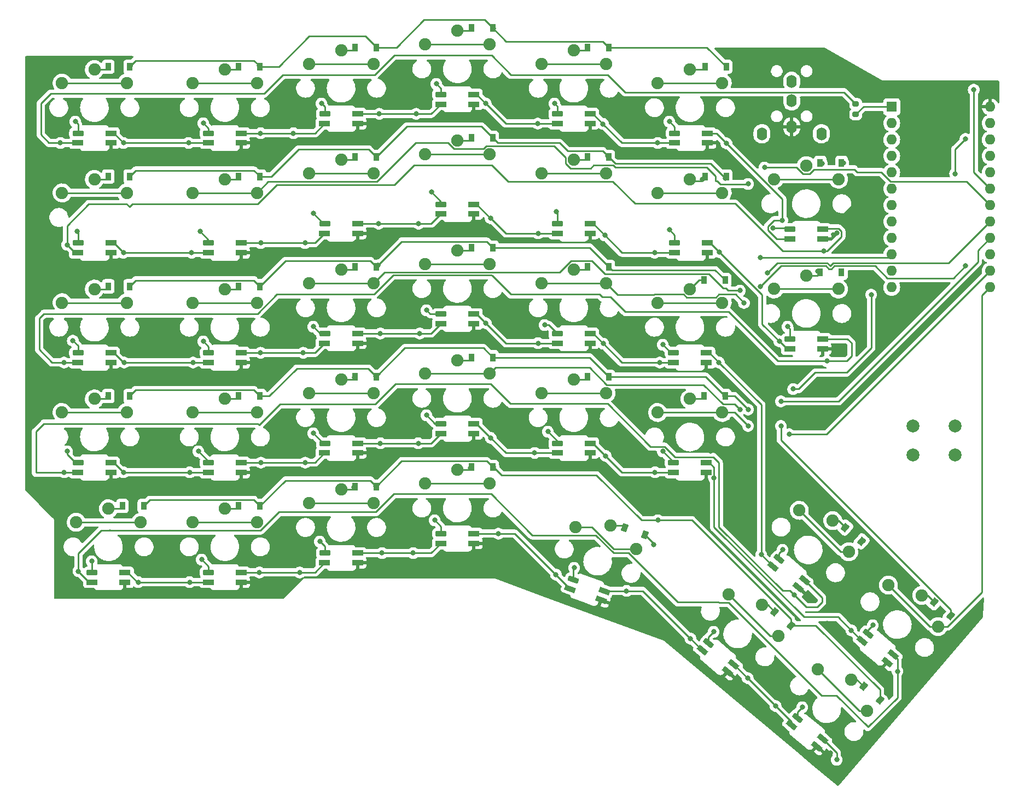
<source format=gtl>
G04 #@! TF.GenerationSoftware,KiCad,Pcbnew,(6.0.5)*
G04 #@! TF.CreationDate,2022-06-20T01:21:13+02:00*
G04 #@! TF.ProjectId,LPKeyboard,4c504b65-7962-46f6-9172-642e6b696361,rev?*
G04 #@! TF.SameCoordinates,Original*
G04 #@! TF.FileFunction,Copper,L1,Top*
G04 #@! TF.FilePolarity,Positive*
%FSLAX46Y46*%
G04 Gerber Fmt 4.6, Leading zero omitted, Abs format (unit mm)*
G04 Created by KiCad (PCBNEW (6.0.5)) date 2022-06-20 01:21:13*
%MOMM*%
%LPD*%
G01*
G04 APERTURE LIST*
G04 Aperture macros list*
%AMRoundRect*
0 Rectangle with rounded corners*
0 $1 Rounding radius*
0 $2 $3 $4 $5 $6 $7 $8 $9 X,Y pos of 4 corners*
0 Add a 4 corners polygon primitive as box body*
4,1,4,$2,$3,$4,$5,$6,$7,$8,$9,$2,$3,0*
0 Add four circle primitives for the rounded corners*
1,1,$1+$1,$2,$3*
1,1,$1+$1,$4,$5*
1,1,$1+$1,$6,$7*
1,1,$1+$1,$8,$9*
0 Add four rect primitives between the rounded corners*
20,1,$1+$1,$2,$3,$4,$5,0*
20,1,$1+$1,$4,$5,$6,$7,0*
20,1,$1+$1,$6,$7,$8,$9,0*
20,1,$1+$1,$8,$9,$2,$3,0*%
%AMRotRect*
0 Rectangle, with rotation*
0 The origin of the aperture is its center*
0 $1 length*
0 $2 width*
0 $3 Rotation angle, in degrees counterclockwise*
0 Add horizontal line*
21,1,$1,$2,0,0,$3*%
G04 Aperture macros list end*
G04 #@! TA.AperFunction,SMDPad,CuDef*
%ADD10R,1.700000X0.820000*%
G04 #@! TD*
G04 #@! TA.AperFunction,SMDPad,CuDef*
%ADD11RoundRect,0.205000X-0.645000X-0.205000X0.645000X-0.205000X0.645000X0.205000X-0.645000X0.205000X0*%
G04 #@! TD*
G04 #@! TA.AperFunction,ComponentPad*
%ADD12C,1.900000*%
G04 #@! TD*
G04 #@! TA.AperFunction,SMDPad,CuDef*
%ADD13R,0.900000X1.200000*%
G04 #@! TD*
G04 #@! TA.AperFunction,SMDPad,CuDef*
%ADD14RotRect,0.900000X1.200000X140.000000*%
G04 #@! TD*
G04 #@! TA.AperFunction,SMDPad,CuDef*
%ADD15RotRect,0.900000X1.200000X160.000000*%
G04 #@! TD*
G04 #@! TA.AperFunction,ComponentPad*
%ADD16R,1.600000X1.600000*%
G04 #@! TD*
G04 #@! TA.AperFunction,ComponentPad*
%ADD17O,1.600000X1.600000*%
G04 #@! TD*
G04 #@! TA.AperFunction,SMDPad,CuDef*
%ADD18RotRect,1.700000X0.820000X320.000000*%
G04 #@! TD*
G04 #@! TA.AperFunction,SMDPad,CuDef*
%ADD19RoundRect,0.205000X-0.625870X0.257559X0.362327X-0.571637X0.625870X-0.257559X-0.362327X0.571637X0*%
G04 #@! TD*
G04 #@! TA.AperFunction,ComponentPad*
%ADD20C,2.000000*%
G04 #@! TD*
G04 #@! TA.AperFunction,SMDPad,CuDef*
%ADD21RotRect,1.700000X0.820000X340.000000*%
G04 #@! TD*
G04 #@! TA.AperFunction,SMDPad,CuDef*
%ADD22RoundRect,0.205000X-0.676216X0.027966X0.535988X-0.413240X0.676216X-0.027966X-0.535988X0.413240X0*%
G04 #@! TD*
G04 #@! TA.AperFunction,ComponentPad*
%ADD23O,1.600000X2.000000*%
G04 #@! TD*
G04 #@! TA.AperFunction,SMDPad,CuDef*
%ADD24RoundRect,0.200000X0.275000X-0.200000X0.275000X0.200000X-0.275000X0.200000X-0.275000X-0.200000X0*%
G04 #@! TD*
G04 #@! TA.AperFunction,ViaPad*
%ADD25C,0.800000*%
G04 #@! TD*
G04 #@! TA.AperFunction,Conductor*
%ADD26C,0.250000*%
G04 #@! TD*
G04 APERTURE END LIST*
D10*
X49960000Y-64529800D03*
D11*
X44870000Y-64529800D03*
D10*
X44860000Y-66029800D03*
X49960000Y-66029800D03*
X142147500Y-98527400D03*
D11*
X137057500Y-98527400D03*
D10*
X137047500Y-100027400D03*
X142147500Y-100027400D03*
D12*
X139597500Y-88664400D03*
X134597500Y-90764400D03*
X144597500Y-90764400D03*
D10*
X124147500Y-95529800D03*
D11*
X119057500Y-95529800D03*
D10*
X119047500Y-97029800D03*
X124147500Y-97029800D03*
D12*
X157597500Y-86539400D03*
X152597500Y-88639400D03*
X162597500Y-88639400D03*
X121597500Y-68664400D03*
X116597500Y-70764400D03*
X126597500Y-70764400D03*
X67597500Y-71664400D03*
X62597500Y-73764400D03*
X72597500Y-73764400D03*
X157597500Y-69539400D03*
X152597500Y-71639400D03*
X162597500Y-71639400D03*
X103597500Y-48664400D03*
X98597500Y-50764400D03*
X108597500Y-50764400D03*
X67597500Y-54664400D03*
X62597500Y-56764400D03*
X72597500Y-56764400D03*
X150767993Y-137544146D03*
X145587917Y-135938901D03*
X153248361Y-142366777D03*
D13*
X91049127Y-68231064D03*
X87749127Y-68231064D03*
D12*
X103597500Y-99664400D03*
X98597500Y-101764400D03*
X108597500Y-101764400D03*
D10*
X88147500Y-61529800D03*
D11*
X83057500Y-61529800D03*
D10*
X83047500Y-63029800D03*
X88147500Y-63029800D03*
D14*
X169020276Y-152295887D03*
X166492330Y-150174687D03*
D15*
X132601361Y-126716500D03*
X129500375Y-125587834D03*
D10*
X49960000Y-98529800D03*
D11*
X44870000Y-98529800D03*
D10*
X44860000Y-100029800D03*
X49960000Y-100029800D03*
D13*
X52861627Y-105231064D03*
X49561627Y-105231064D03*
D10*
X160147500Y-79404800D03*
D11*
X155057500Y-79404800D03*
D10*
X155047500Y-80904800D03*
X160147500Y-80904800D03*
D12*
X139597500Y-71664400D03*
X134597500Y-73764400D03*
X144597500Y-73764400D03*
D16*
X170825000Y-60432500D03*
D17*
X170825000Y-62972500D03*
X170825000Y-65512500D03*
X170825000Y-68052500D03*
X170825000Y-70592500D03*
X170825000Y-73132500D03*
X170825000Y-75672500D03*
X170825000Y-78212500D03*
X170825000Y-80752500D03*
X170825000Y-83292500D03*
X170825000Y-85832500D03*
X170825000Y-88372500D03*
X186065000Y-88372500D03*
X186065000Y-85832500D03*
X186065000Y-83292500D03*
X186065000Y-80752500D03*
X186065000Y-78212500D03*
X186065000Y-75672500D03*
X186065000Y-73132500D03*
X186065000Y-70592500D03*
X186065000Y-68052500D03*
X186065000Y-65512500D03*
X186065000Y-62972500D03*
X186065000Y-60432500D03*
D13*
X52861627Y-71231064D03*
X49561627Y-71231064D03*
D14*
X155231477Y-140725711D03*
X152703531Y-138604511D03*
D12*
X103597500Y-82664400D03*
X98597500Y-84764400D03*
X108597500Y-84764400D03*
D10*
X142147500Y-115529800D03*
D11*
X137057500Y-115529800D03*
D10*
X137047500Y-117029800D03*
X142147500Y-117029800D03*
D13*
X91049127Y-102231064D03*
X87749127Y-102231064D03*
X73049127Y-105231064D03*
X69749127Y-105231064D03*
X55049127Y-122231064D03*
X51749127Y-122231064D03*
D12*
X103597500Y-116664400D03*
X98597500Y-118764400D03*
X108597500Y-118764400D03*
D13*
X91049127Y-51231064D03*
X87749127Y-51231064D03*
D10*
X88147500Y-78529800D03*
D11*
X83057500Y-78529800D03*
D10*
X83047500Y-80029800D03*
X88147500Y-80029800D03*
D12*
X47410000Y-54664400D03*
X42410000Y-56764400D03*
X52410000Y-56764400D03*
D10*
X70147500Y-115529800D03*
D11*
X65057500Y-115529800D03*
D10*
X65047500Y-117029800D03*
X70147500Y-117029800D03*
X70147500Y-64529800D03*
D11*
X65057500Y-64529800D03*
D10*
X65047500Y-66029800D03*
X70147500Y-66029800D03*
D12*
X47410000Y-71664400D03*
X42410000Y-73764400D03*
X52410000Y-73764400D03*
D10*
X106147500Y-92529800D03*
D11*
X101057500Y-92529800D03*
D10*
X101047500Y-94029800D03*
X106147500Y-94029800D03*
D18*
X157307439Y-133717832D03*
D19*
X153408273Y-130446043D03*
D18*
X152436431Y-131588682D03*
X156343258Y-134866899D03*
D12*
X85597500Y-119664400D03*
X80597500Y-121764400D03*
X90597500Y-121764400D03*
D13*
X73049127Y-88231064D03*
X69749127Y-88231064D03*
D12*
X85597500Y-68664400D03*
X80597500Y-70764400D03*
X90597500Y-70764400D03*
X67597500Y-105664400D03*
X62597500Y-107764400D03*
X72597500Y-107764400D03*
D13*
X145199127Y-54231064D03*
X141899127Y-54231064D03*
X109049127Y-116231064D03*
X105749127Y-116231064D03*
X109049127Y-99231064D03*
X105749127Y-99231064D03*
X73049127Y-122231064D03*
X69749127Y-122231064D03*
D12*
X161695382Y-124521390D03*
X156515306Y-122916145D03*
X164175750Y-129344021D03*
D13*
X163049127Y-69106064D03*
X159749127Y-69106064D03*
D12*
X139597500Y-105664400D03*
X134597500Y-107764400D03*
X144597500Y-107764400D03*
X67597500Y-122664400D03*
X62597500Y-124764400D03*
X72597500Y-124764400D03*
D13*
X127049127Y-102231064D03*
X123749127Y-102231064D03*
D12*
X121597500Y-85664400D03*
X116597500Y-87764400D03*
X126597500Y-87764400D03*
X47410000Y-88664400D03*
X42410000Y-90764400D03*
X52410000Y-90764400D03*
D10*
X124147500Y-112529800D03*
D11*
X119057500Y-112529800D03*
D10*
X119047500Y-114029800D03*
X124147500Y-114029800D03*
D12*
X85597500Y-51664400D03*
X80597500Y-53764400D03*
X90597500Y-53764400D03*
D10*
X88147500Y-112529800D03*
D11*
X83057500Y-112529800D03*
D10*
X83047500Y-114029800D03*
X88147500Y-114029800D03*
X106147500Y-126529800D03*
D11*
X101057500Y-126529800D03*
D10*
X101047500Y-128029800D03*
X106147500Y-128029800D03*
D20*
X180643600Y-109814800D03*
X174143600Y-109814800D03*
X174143600Y-114314800D03*
X180643600Y-114314800D03*
D10*
X106147500Y-109529800D03*
D11*
X101057500Y-109529800D03*
D10*
X101047500Y-111029800D03*
X106147500Y-111029800D03*
X52147500Y-132529800D03*
D11*
X47057500Y-132529800D03*
D10*
X47047500Y-134029800D03*
X52147500Y-134029800D03*
X49960000Y-81529800D03*
D11*
X44870000Y-81529800D03*
D10*
X44860000Y-83029800D03*
X49960000Y-83029800D03*
D12*
X67597500Y-88664400D03*
X62597500Y-90764400D03*
X72597500Y-90764400D03*
X121597500Y-102664400D03*
X116597500Y-104764400D03*
X126597500Y-104764400D03*
D13*
X52861627Y-88231064D03*
X49561627Y-88231064D03*
D18*
X146380050Y-146740589D03*
D19*
X142480884Y-143468800D03*
D18*
X141509042Y-144611439D03*
X145415869Y-147889656D03*
D10*
X70147500Y-81529800D03*
D11*
X65057500Y-81529800D03*
D10*
X65047500Y-83029800D03*
X70147500Y-83029800D03*
D13*
X73049127Y-54231064D03*
X69749127Y-54231064D03*
X73049127Y-71231064D03*
X69749127Y-71231064D03*
X127049127Y-68231064D03*
X123749127Y-68231064D03*
D12*
X85597500Y-102664400D03*
X80597500Y-104764400D03*
X90597500Y-104764400D03*
D18*
X160168849Y-158310766D03*
D19*
X156269683Y-155038977D03*
D18*
X155297841Y-156181616D03*
X159204668Y-159459833D03*
D12*
X121597500Y-51664400D03*
X116597500Y-53764400D03*
X126597500Y-53764400D03*
X47410000Y-105664400D03*
X42410000Y-107764400D03*
X52410000Y-107764400D03*
D14*
X166158866Y-127702955D03*
X163630920Y-125581755D03*
D10*
X88147500Y-129529800D03*
D11*
X83057500Y-129529800D03*
D10*
X83047500Y-131029800D03*
X88147500Y-131029800D03*
D13*
X52861627Y-54231064D03*
X49561627Y-54231064D03*
D10*
X160147500Y-96404800D03*
D11*
X155057500Y-96404800D03*
D10*
X155047500Y-97904800D03*
X160147500Y-97904800D03*
D13*
X109049127Y-65231064D03*
X105749127Y-65231064D03*
D10*
X142297500Y-81529800D03*
D11*
X137207500Y-81529800D03*
D10*
X137197500Y-83029800D03*
X142297500Y-83029800D03*
D18*
X171096240Y-145288010D03*
D19*
X167197074Y-142016221D03*
D18*
X166225232Y-143158860D03*
X170132059Y-146437077D03*
D12*
X175484182Y-136091567D03*
X170304106Y-134486322D03*
X177964550Y-140914198D03*
D13*
X145049127Y-105231064D03*
X141749127Y-105231064D03*
D12*
X139597500Y-54664400D03*
X134597500Y-56764400D03*
X144597500Y-56764400D03*
D21*
X126347153Y-135397863D03*
D22*
X121564118Y-133656980D03*
D21*
X121041691Y-135063099D03*
X125834123Y-136807402D03*
D12*
X103597500Y-65664400D03*
X98597500Y-67764400D03*
X108597500Y-67764400D03*
D13*
X145049127Y-87274064D03*
X141749127Y-87274064D03*
D23*
X150735000Y-64607500D03*
X155335000Y-59507500D03*
X155335000Y-56507500D03*
X155335000Y-63507500D03*
D10*
X70147500Y-98529800D03*
D11*
X65057500Y-98529800D03*
D10*
X65047500Y-100029800D03*
X70147500Y-100029800D03*
X49960000Y-115529800D03*
D11*
X44870000Y-115529800D03*
D10*
X44860000Y-117029800D03*
X49960000Y-117029800D03*
D12*
X127325103Y-125255268D03*
X121908397Y-125518521D03*
X131305324Y-128938723D03*
D13*
X91049127Y-85231064D03*
X87749127Y-85231064D03*
D10*
X124147500Y-78529800D03*
D11*
X119057500Y-78529800D03*
D10*
X119047500Y-80029800D03*
X124147500Y-80029800D03*
X124147500Y-61529800D03*
D11*
X119057500Y-61529800D03*
D10*
X119047500Y-63029800D03*
X124147500Y-63029800D03*
D12*
X49597500Y-122664400D03*
X44597500Y-124764400D03*
X54597500Y-124764400D03*
D13*
X145199127Y-71231064D03*
X141899127Y-71231064D03*
X91049127Y-119231064D03*
X87749127Y-119231064D03*
D10*
X70147500Y-132529800D03*
D11*
X65057500Y-132529800D03*
D10*
X65047500Y-134029800D03*
X70147500Y-134029800D03*
D13*
X127049127Y-51231064D03*
X123749127Y-51231064D03*
X127049127Y-85231064D03*
X123749127Y-85231064D03*
D10*
X106147500Y-58529800D03*
D11*
X101057500Y-58529800D03*
D10*
X101047500Y-60029800D03*
X106147500Y-60029800D03*
D13*
X163049127Y-86106064D03*
X159749127Y-86106064D03*
X109049127Y-48231064D03*
X105749127Y-48231064D03*
D12*
X164556793Y-149114323D03*
X159376717Y-147509078D03*
X167037161Y-153936954D03*
D10*
X142297500Y-64529800D03*
D11*
X137207500Y-64529800D03*
D10*
X137197500Y-66029800D03*
X142297500Y-66029800D03*
X88147500Y-95529800D03*
D11*
X83057500Y-95529800D03*
D10*
X83047500Y-97029800D03*
X88147500Y-97029800D03*
D13*
X109049127Y-82231064D03*
X105749127Y-82231064D03*
D24*
X165252400Y-61632600D03*
X165252400Y-59982600D03*
D14*
X179947666Y-139273132D03*
X177419720Y-137151932D03*
D12*
X85597500Y-85664400D03*
X80597500Y-87764400D03*
X90597500Y-87764400D03*
D10*
X106147500Y-75529800D03*
D11*
X101057500Y-75529800D03*
D10*
X101047500Y-77029800D03*
X106147500Y-77029800D03*
D23*
X159942915Y-64611819D03*
X155342915Y-59511819D03*
X155342915Y-56511819D03*
X155342915Y-63511819D03*
D20*
X174143600Y-109814800D03*
X180643600Y-109814800D03*
X180643600Y-114314800D03*
X174143600Y-114314800D03*
D25*
X147825668Y-145288000D03*
X161290000Y-157226000D03*
X172974000Y-144272000D03*
X159004000Y-133096000D03*
X157988000Y-136652000D03*
X161290000Y-137922000D03*
X160782000Y-140462000D03*
X165252400Y-59982600D03*
X127508000Y-133604000D03*
X107188000Y-124714000D03*
X89154000Y-127762000D03*
X70866000Y-130302000D03*
X53340000Y-130810000D03*
X142748000Y-113792000D03*
X124968000Y-110744000D03*
X106934000Y-107442000D03*
X89154000Y-110490000D03*
X56642000Y-115316000D03*
X56388000Y-118364000D03*
X70866000Y-114046000D03*
X39624000Y-68580000D03*
X40640000Y-63754000D03*
X50800000Y-113792000D03*
X143256000Y-96520000D03*
X125476000Y-93726000D03*
X107188000Y-90932000D03*
X89154000Y-93472000D03*
X71120000Y-96266000D03*
X51562000Y-97282000D03*
X162560000Y-98298000D03*
X161290000Y-94488000D03*
X144272000Y-84582000D03*
X126238000Y-82042000D03*
X108458000Y-79756000D03*
X92710000Y-80264000D03*
X74168000Y-83566000D03*
X54356000Y-84328000D03*
X162052000Y-56896000D03*
X161798000Y-59690000D03*
X154940000Y-76454000D03*
X151130000Y-77216000D03*
X143002000Y-62738000D03*
X124714000Y-59690000D03*
X106680000Y-56896000D03*
X88392000Y-59944000D03*
X70358000Y-62992000D03*
X55626000Y-64516000D03*
X55372000Y-67564000D03*
X50546000Y-62992000D03*
X121666000Y-131826000D03*
X100076000Y-124460000D03*
X82296000Y-127762000D03*
X64008000Y-130556000D03*
X46990000Y-130810000D03*
X135382000Y-113792000D03*
X117602000Y-110744000D03*
X98806000Y-108204000D03*
X81280000Y-110998000D03*
X63500000Y-113792000D03*
X43180000Y-113792000D03*
X135382000Y-97282000D03*
X117094000Y-94234000D03*
X98806000Y-91948000D03*
X81280000Y-94488000D03*
X64262000Y-96774000D03*
X44069000Y-96647000D03*
X167894000Y-140716000D03*
X156972000Y-153416000D03*
X143256000Y-141732000D03*
X153924000Y-129032000D03*
X154686000Y-94488000D03*
X136398000Y-79502000D03*
X118872000Y-76708000D03*
X99568000Y-73660000D03*
X81280000Y-76962000D03*
X63754000Y-79756000D03*
X44704000Y-79756000D03*
X162306000Y-80010000D03*
X162306000Y-77978000D03*
X166878000Y-71628000D03*
X165862000Y-68834000D03*
X152400000Y-79248000D03*
X136398000Y-62738000D03*
X118618000Y-59944000D03*
X100330000Y-56896000D03*
X82550000Y-59944000D03*
X64262000Y-62992000D03*
X44450000Y-62738000D03*
X129778137Y-135397863D03*
X118846296Y-132867704D03*
X109944200Y-126529800D03*
X96763800Y-129529800D03*
X91937800Y-129529800D03*
X79189800Y-132529800D03*
X72956200Y-132529800D03*
X62147800Y-134029800D03*
X54184200Y-134029800D03*
X44934850Y-132357150D03*
X143332209Y-117937165D03*
X134176200Y-117029800D03*
X126551850Y-114494150D03*
X115553800Y-114029800D03*
X108764850Y-111707150D03*
X97543800Y-112529800D03*
X91686200Y-112529800D03*
X80050200Y-115529800D03*
X73192200Y-115529800D03*
X62165800Y-117029800D03*
X51900000Y-117029800D03*
X42736200Y-117029800D03*
X144077050Y-100016950D03*
X134922600Y-100027400D03*
X126161850Y-97104150D03*
X116076200Y-97029800D03*
X107993850Y-93936150D03*
X97764200Y-95529800D03*
X91668200Y-95529800D03*
X79733800Y-98529800D03*
X73129800Y-98529800D03*
X62691800Y-100029800D03*
X52023800Y-100029800D03*
X42718200Y-100029800D03*
X171699577Y-147832423D03*
X164568186Y-141501814D03*
X162306000Y-161544000D03*
X161292466Y-160525534D03*
X152854730Y-153215270D03*
X148536730Y-148897270D03*
X139672801Y-142775199D03*
X155758285Y-136051867D03*
X150622000Y-129774251D03*
X160782000Y-99822000D03*
X153446350Y-96743650D03*
X144141850Y-82934150D03*
X134140200Y-83029800D03*
X126406850Y-80349150D03*
X116097800Y-80029800D03*
X108746850Y-77689150D03*
X97579800Y-78529800D03*
X91396200Y-78529800D03*
X80005800Y-81529800D03*
X73147800Y-81529800D03*
X62455800Y-83029800D03*
X51900000Y-83029800D03*
X43180000Y-81789800D03*
X160274000Y-82804000D03*
X153882980Y-78019020D03*
X145241834Y-66086166D03*
X134609800Y-66029800D03*
X126143850Y-63086150D03*
X116040200Y-63029800D03*
X107975850Y-59918150D03*
X97220200Y-61529800D03*
X91501800Y-61529800D03*
X78218200Y-64529800D03*
X73138200Y-64529800D03*
X61986200Y-66029800D03*
X51900000Y-66029800D03*
X42153800Y-66029800D03*
X165252400Y-61632600D03*
X127049127Y-51231064D03*
X109149031Y-48330969D03*
X163320600Y-69089400D03*
X72909031Y-54090969D03*
X52911346Y-54181346D03*
X91029032Y-51210968D03*
X145207500Y-54214400D03*
X72981531Y-71163469D03*
X52861627Y-71231064D03*
X126881531Y-68063469D03*
X109049127Y-65231064D03*
X145049127Y-71480064D03*
X163057500Y-86089400D03*
X91049127Y-68231064D03*
X145049127Y-87274064D03*
X73049127Y-88231064D03*
X166370000Y-127635000D03*
X127049127Y-85231064D03*
X52861627Y-88231064D03*
X109049127Y-82231064D03*
X150495000Y-83820000D03*
X91315095Y-84965095D03*
X167640000Y-89535000D03*
X148590000Y-107315000D03*
X179947666Y-139273132D03*
X90929032Y-102110968D03*
X73049127Y-105231064D03*
X127026532Y-102208468D03*
X52861627Y-105231064D03*
X145004032Y-105185968D03*
X109049127Y-99231064D03*
X153670000Y-109855000D03*
X155575000Y-104140000D03*
X132601361Y-126716500D03*
X134620000Y-124460000D03*
X73049127Y-122231064D03*
X169020276Y-152295887D03*
X55049127Y-122231064D03*
X155231477Y-140725711D03*
X133985000Y-128270000D03*
X91001532Y-119183468D03*
X109193936Y-116231064D03*
X148590000Y-109855000D03*
X154940000Y-111125000D03*
X182245000Y-85090000D03*
X147955000Y-90805000D03*
X150496149Y-88263851D03*
X147320000Y-107315000D03*
X153670000Y-106045000D03*
X147320000Y-88900000D03*
X151610950Y-86124452D03*
X151130000Y-69850000D03*
X148590000Y-72390000D03*
X183515000Y-57785000D03*
X182245000Y-65405000D03*
X180643600Y-70788600D03*
X49561627Y-54231064D03*
X49561627Y-71231064D03*
X49528845Y-88263845D03*
X49456345Y-105336345D03*
X51747596Y-122232596D03*
X69749127Y-54231064D03*
X69749127Y-71231064D03*
X69749127Y-88231064D03*
X69710095Y-105270095D03*
X69749127Y-122231064D03*
X87749127Y-51231064D03*
X87749127Y-68231064D03*
X87749127Y-85231064D03*
X87687596Y-102292596D03*
X87615095Y-119365095D03*
X105749127Y-48231064D03*
X105749127Y-65231064D03*
X105749127Y-82231064D03*
X105749127Y-99231064D03*
X105592596Y-116387596D03*
X123749127Y-51231064D03*
X123749127Y-68231064D03*
X123749127Y-85231064D03*
X123749127Y-102231064D03*
X129500375Y-125587834D03*
X141899127Y-54231064D03*
X141539595Y-71689595D03*
X141749127Y-87274064D03*
X141749127Y-105231064D03*
X152703531Y-138604511D03*
X160020000Y-69215000D03*
X159385000Y-85906053D03*
X163487083Y-125437917D03*
X177296394Y-137028606D03*
X166492330Y-150174687D03*
D26*
X157988000Y-136511641D02*
X156343258Y-134866899D01*
X157988000Y-136652000D02*
X157988000Y-136511641D01*
X157307439Y-133717832D02*
X160020000Y-136430393D01*
X160020000Y-136430393D02*
X160020000Y-137160000D01*
X160020000Y-137160000D02*
X159258000Y-137922000D01*
X159258000Y-137922000D02*
X157628418Y-137922000D01*
X157628418Y-137922000D02*
X155758285Y-136051867D01*
X94008015Y-103378000D02*
X90896136Y-106489879D01*
X108784257Y-103378000D02*
X94008015Y-103378000D01*
X72898000Y-109728000D02*
X72659879Y-109489879D01*
X133473746Y-113067489D02*
X126832664Y-106426407D01*
X135682103Y-113067489D02*
X133473746Y-113067489D01*
X143181502Y-114654780D02*
X137269394Y-114654780D01*
X126832664Y-106426407D02*
X111832664Y-106426407D01*
X137269394Y-114654780D02*
X135682103Y-113067489D01*
X144056720Y-115529998D02*
X143181502Y-114654780D01*
X38354000Y-110744000D02*
X38354000Y-117094000D01*
X111832664Y-106426407D02*
X108784257Y-103378000D01*
X144056720Y-125514720D02*
X144056720Y-115529998D01*
X155088418Y-135382000D02*
X153924000Y-135382000D01*
X44795800Y-117094000D02*
X44860000Y-117029800D01*
X153924000Y-135382000D02*
X144056720Y-125514720D01*
X155758285Y-136051867D02*
X155088418Y-135382000D01*
X76136121Y-106489879D02*
X72898000Y-109728000D01*
X90896136Y-106489879D02*
X76136121Y-106489879D01*
X72659879Y-109489879D02*
X39608121Y-109489879D01*
X39608121Y-109489879D02*
X38354000Y-110744000D01*
X38354000Y-117094000D02*
X44795800Y-117094000D01*
X160147500Y-96404800D02*
X163968800Y-96404800D01*
X164592000Y-97028000D02*
X164592000Y-99060000D01*
X163968800Y-96404800D02*
X164592000Y-97028000D01*
X164592000Y-99060000D02*
X163830000Y-99822000D01*
X163830000Y-99822000D02*
X160782000Y-99822000D01*
X73049127Y-71231064D02*
X74818936Y-71231064D01*
X78994000Y-67056000D02*
X89874063Y-67056000D01*
X74818936Y-71231064D02*
X78994000Y-67056000D01*
X89874063Y-67056000D02*
X91049127Y-68231064D01*
X121564118Y-133656980D02*
X121564118Y-131927882D01*
X121564118Y-131927882D02*
X121666000Y-131826000D01*
X101057500Y-126529800D02*
X101057500Y-125441500D01*
X101057500Y-125441500D02*
X100076000Y-124460000D01*
X83057500Y-129529800D02*
X83057500Y-128523500D01*
X83057500Y-128523500D02*
X82296000Y-127762000D01*
X65057500Y-132529800D02*
X65057500Y-131605500D01*
X65057500Y-131605500D02*
X64008000Y-130556000D01*
X47057500Y-132529800D02*
X47057500Y-131131500D01*
X46990000Y-131064000D02*
X46990000Y-130810000D01*
X47057500Y-131131500D02*
X46990000Y-131064000D01*
X137057500Y-115529800D02*
X137057500Y-115467500D01*
X137057500Y-115467500D02*
X135382000Y-113792000D01*
X119057500Y-112529800D02*
X119057500Y-112199500D01*
X119057500Y-112199500D02*
X117602000Y-110744000D01*
X101057500Y-109529800D02*
X100131800Y-109529800D01*
X100131800Y-109529800D02*
X98806000Y-108204000D01*
X83057500Y-112529800D02*
X82811800Y-112529800D01*
X82811800Y-112529800D02*
X81280000Y-110998000D01*
X65057500Y-115529800D02*
X65057500Y-115349500D01*
X65057500Y-115349500D02*
X63500000Y-113792000D01*
X44870000Y-115529800D02*
X44450978Y-115529800D01*
X44450978Y-115529800D02*
X43180000Y-114258822D01*
X43180000Y-114258822D02*
X43180000Y-113792000D01*
X137057500Y-98527400D02*
X136627400Y-98527400D01*
X136627400Y-98527400D02*
X135382000Y-97282000D01*
X119057500Y-95529800D02*
X117761700Y-94234000D01*
X117761700Y-94234000D02*
X117094000Y-94234000D01*
X101057500Y-92529800D02*
X99387800Y-92529800D01*
X99387800Y-92529800D02*
X98806000Y-91948000D01*
X83057500Y-95529800D02*
X82321800Y-95529800D01*
X82321800Y-95529800D02*
X81280000Y-94488000D01*
X65057500Y-98529800D02*
X65057500Y-97569500D01*
X65057500Y-97569500D02*
X64262000Y-96774000D01*
X44870000Y-98529800D02*
X44870000Y-97448000D01*
X44870000Y-97448000D02*
X44069000Y-96647000D01*
X43942000Y-96520000D02*
X44069000Y-96647000D01*
X167197074Y-142016221D02*
X167197074Y-141412926D01*
X167197074Y-141412926D02*
X167894000Y-140716000D01*
X156269683Y-155038977D02*
X156269683Y-154118317D01*
X156269683Y-154118317D02*
X156972000Y-153416000D01*
X142480884Y-143468800D02*
X142480884Y-142507116D01*
X142480884Y-142507116D02*
X143256000Y-141732000D01*
X153408273Y-130446043D02*
X153408273Y-129547727D01*
X153408273Y-129547727D02*
X153924000Y-129032000D01*
X155057500Y-96404800D02*
X155057500Y-94859500D01*
X155057500Y-94859500D02*
X154686000Y-94488000D01*
X137207500Y-81529800D02*
X137207500Y-80311500D01*
X137207500Y-80311500D02*
X136398000Y-79502000D01*
X119057500Y-78529800D02*
X119057500Y-76893500D01*
X119057500Y-76893500D02*
X118872000Y-76708000D01*
X101057500Y-75529800D02*
X101057500Y-75149500D01*
X101057500Y-75149500D02*
X99568000Y-73660000D01*
X83057500Y-78529800D02*
X82847800Y-78529800D01*
X82847800Y-78529800D02*
X81280000Y-76962000D01*
X65057500Y-81529800D02*
X65057500Y-81059500D01*
X65057500Y-81059500D02*
X63754000Y-79756000D01*
X44870000Y-81529800D02*
X44870000Y-79922000D01*
X44870000Y-79922000D02*
X44704000Y-79756000D01*
X160147500Y-80904800D02*
X161411200Y-80904800D01*
X163030501Y-79709901D02*
X163030501Y-80564099D01*
X162606099Y-79285499D02*
X163030501Y-79709901D01*
X163030501Y-80564099D02*
X160790600Y-82804000D01*
X160147500Y-79404800D02*
X160266801Y-79285499D01*
X160790600Y-82804000D02*
X160274000Y-82804000D01*
X161411200Y-80904800D02*
X162306000Y-80010000D01*
X166878000Y-73532057D02*
X166878000Y-71628000D01*
X162432057Y-77978000D02*
X166878000Y-73532057D01*
X162306000Y-77978000D02*
X162432057Y-77978000D01*
X160266801Y-79285499D02*
X162606099Y-79285499D01*
X125015032Y-126793032D02*
X115199289Y-126793032D01*
X144018000Y-137160000D02*
X137724169Y-137160000D01*
X45422021Y-129113036D02*
X44934850Y-129600207D01*
X127762000Y-129540000D02*
X125015032Y-126793032D01*
X144071412Y-137213412D02*
X144018000Y-137160000D01*
X93768332Y-120396000D02*
X90974332Y-123190000D01*
X159941464Y-151559464D02*
X145595412Y-137213412D01*
X162227464Y-151559464D02*
X159941464Y-151559464D01*
X167132000Y-156464000D02*
X162227464Y-151559464D01*
X130104169Y-129540000D02*
X127762000Y-129540000D01*
X145595412Y-137213412D02*
X144071412Y-137213412D01*
X44934850Y-129600207D02*
X44934850Y-132357150D01*
X171699577Y-151896423D02*
X167132000Y-156464000D01*
X115199289Y-126793032D02*
X108802257Y-120396000D01*
X137724169Y-137160000D02*
X130104169Y-129540000D01*
X171699577Y-147832423D02*
X171699577Y-151896423D01*
X48459089Y-126038911D02*
X45422021Y-129075979D01*
X108802257Y-120396000D02*
X93768332Y-120396000D01*
X90974332Y-123190000D02*
X75974332Y-123190000D01*
X75974332Y-123190000D02*
X73125421Y-126038911D01*
X73125421Y-126038911D02*
X49838911Y-126038911D01*
X49838911Y-126038911D02*
X49784000Y-125984000D01*
X49784000Y-125984000D02*
X49729089Y-126038911D01*
X49729089Y-126038911D02*
X48459089Y-126038911D01*
X45422021Y-129075979D02*
X45422021Y-129113036D01*
X151675499Y-79548099D02*
X153032200Y-80904800D01*
X151675499Y-78947901D02*
X151675499Y-79548099D01*
X153032200Y-80904800D02*
X155047500Y-80904800D01*
X152604380Y-78019020D02*
X151675499Y-78947901D01*
X153882980Y-78019020D02*
X152604380Y-78019020D01*
X154900700Y-79248000D02*
X152400000Y-79248000D01*
X155057500Y-79404800D02*
X154900700Y-79248000D01*
X137207500Y-64529800D02*
X137207500Y-63547500D01*
X137207500Y-63547500D02*
X136398000Y-62738000D01*
X119057500Y-61529800D02*
X119057500Y-60383500D01*
X119057500Y-60383500D02*
X118618000Y-59944000D01*
X101057500Y-58529800D02*
X101057500Y-57623500D01*
X101057500Y-57623500D02*
X100330000Y-56896000D01*
X83057500Y-61529800D02*
X83057500Y-60451500D01*
X83057500Y-60451500D02*
X82550000Y-59944000D01*
X65057500Y-64529800D02*
X65057500Y-63787500D01*
X65057500Y-63787500D02*
X64262000Y-62992000D01*
X44870000Y-64529800D02*
X44870000Y-63158000D01*
X44870000Y-63158000D02*
X44450000Y-62738000D01*
X126347153Y-135397863D02*
X129778137Y-135397863D01*
X129778137Y-135397863D02*
X132295466Y-135397863D01*
X112508392Y-126529800D02*
X118846296Y-132867704D01*
X118846296Y-132867704D02*
X121041691Y-135063099D01*
X106147500Y-126529800D02*
X109944200Y-126529800D01*
X109944200Y-126529800D02*
X112508392Y-126529800D01*
X91937800Y-129529800D02*
X96763800Y-129529800D01*
X96763800Y-129529800D02*
X99547500Y-129529800D01*
X88147500Y-129529800D02*
X91937800Y-129529800D01*
X72956200Y-132529800D02*
X79189800Y-132529800D01*
X79189800Y-132529800D02*
X81547500Y-132529800D01*
X70147500Y-132529800D02*
X72956200Y-132529800D01*
X54184200Y-134029800D02*
X62147800Y-134029800D01*
X62147800Y-134029800D02*
X65047500Y-134029800D01*
X54087500Y-134029800D02*
X54184200Y-134029800D01*
X44934850Y-132357150D02*
X46607500Y-134029800D01*
X129087500Y-117029800D02*
X134176200Y-117029800D01*
X134176200Y-117029800D02*
X137047500Y-117029800D01*
X124587500Y-112529800D02*
X126551850Y-114494150D01*
X126551850Y-114494150D02*
X129087500Y-117029800D01*
X111087500Y-114029800D02*
X115553800Y-114029800D01*
X115553800Y-114029800D02*
X119047500Y-114029800D01*
X106587500Y-109529800D02*
X108764850Y-111707150D01*
X108764850Y-111707150D02*
X111087500Y-114029800D01*
X91686200Y-112529800D02*
X97543800Y-112529800D01*
X97543800Y-112529800D02*
X99547500Y-112529800D01*
X88147500Y-112529800D02*
X91686200Y-112529800D01*
X73192200Y-115529800D02*
X80050200Y-115529800D01*
X80050200Y-115529800D02*
X81547500Y-115529800D01*
X70147500Y-115529800D02*
X73192200Y-115529800D01*
X51900000Y-117029800D02*
X62165800Y-117029800D01*
X62165800Y-117029800D02*
X65047500Y-117029800D01*
X142587500Y-98527400D02*
X144077050Y-100016950D01*
X144077050Y-100016950D02*
X150622000Y-106561900D01*
X129085100Y-100027400D02*
X134922600Y-100027400D01*
X134922600Y-100027400D02*
X137047500Y-100027400D01*
X124587500Y-95529800D02*
X126161850Y-97104150D01*
X126161850Y-97104150D02*
X129085100Y-100027400D01*
X111087500Y-97029800D02*
X116076200Y-97029800D01*
X116076200Y-97029800D02*
X119047500Y-97029800D01*
X106587500Y-92529800D02*
X107993850Y-93936150D01*
X107993850Y-93936150D02*
X111087500Y-97029800D01*
X91668200Y-95529800D02*
X97764200Y-95529800D01*
X97764200Y-95529800D02*
X99547500Y-95529800D01*
X88147500Y-95529800D02*
X91668200Y-95529800D01*
X73129800Y-98529800D02*
X79733800Y-98529800D01*
X79733800Y-98529800D02*
X81547500Y-98529800D01*
X70147500Y-98529800D02*
X73129800Y-98529800D01*
X52023800Y-100029800D02*
X62691800Y-100029800D01*
X62691800Y-100029800D02*
X65047500Y-100029800D01*
X51900000Y-100029800D02*
X52023800Y-100029800D01*
X40847800Y-100029800D02*
X42718200Y-100029800D01*
X42718200Y-100029800D02*
X44860000Y-100029800D01*
X171699577Y-145891347D02*
X171699577Y-147832423D01*
X162560000Y-139493628D02*
X164568186Y-141501814D01*
X164568186Y-141501814D02*
X166225232Y-143158860D01*
X159204668Y-159459833D02*
X160270369Y-160525534D01*
X160270369Y-160525534D02*
X161292466Y-160525534D01*
X162306000Y-160447917D02*
X162306000Y-161544000D01*
X160168849Y-158310766D02*
X162306000Y-160447917D01*
X148536730Y-148897270D02*
X152854730Y-153215270D01*
X152854730Y-153215270D02*
X155297841Y-155658380D01*
X146380050Y-146740589D02*
X148536730Y-148897270D01*
X132295466Y-135397863D02*
X139672801Y-142775199D01*
X139672801Y-142775199D02*
X141509042Y-144611439D01*
X109020257Y-86614000D02*
X108966000Y-86614000D01*
X125557879Y-89489879D02*
X111896136Y-89489879D01*
X111896136Y-89489879D02*
X109020257Y-86614000D01*
X108966000Y-86614000D02*
X108841879Y-86489879D01*
X125984000Y-89916000D02*
X125557879Y-89489879D01*
X129608257Y-92202000D02*
X127322257Y-89916000D01*
X127322257Y-89916000D02*
X125984000Y-89916000D01*
X145542000Y-92202000D02*
X129608257Y-92202000D01*
X153162000Y-99822000D02*
X145542000Y-92202000D01*
X160782000Y-99822000D02*
X153162000Y-99822000D01*
X38862000Y-98044000D02*
X40847800Y-100029800D01*
X90674443Y-89489889D02*
X75674443Y-89489889D01*
X108841879Y-86489879D02*
X93674453Y-86489879D01*
X38862000Y-93218000D02*
X38862000Y-98044000D01*
X93674453Y-86489879D02*
X90674443Y-89489889D01*
X75674443Y-89489889D02*
X72674453Y-92489879D01*
X72674453Y-92489879D02*
X39590121Y-92489879D01*
X39590121Y-92489879D02*
X38862000Y-93218000D01*
X150772979Y-94070279D02*
X153446350Y-96743650D01*
X153446350Y-96743650D02*
X154607500Y-97904800D01*
X142737500Y-81529800D02*
X144141850Y-82934150D01*
X144141850Y-82934150D02*
X150772979Y-89565279D01*
X129087500Y-83029800D02*
X134140200Y-83029800D01*
X134140200Y-83029800D02*
X137197500Y-83029800D01*
X124587500Y-78529800D02*
X126406850Y-80349150D01*
X126406850Y-80349150D02*
X129087500Y-83029800D01*
X111087500Y-80029800D02*
X116097800Y-80029800D01*
X116097800Y-80029800D02*
X119047500Y-80029800D01*
X106587500Y-75529800D02*
X108746850Y-77689150D01*
X108746850Y-77689150D02*
X111087500Y-80029800D01*
X91396200Y-78529800D02*
X97579800Y-78529800D01*
X97579800Y-78529800D02*
X99547500Y-78529800D01*
X88147500Y-78529800D02*
X91396200Y-78529800D01*
X73147800Y-81529800D02*
X80005800Y-81529800D01*
X80005800Y-81529800D02*
X81547500Y-81529800D01*
X70147500Y-81529800D02*
X73147800Y-81529800D01*
X51900000Y-83029800D02*
X62455800Y-83029800D01*
X62455800Y-83029800D02*
X65047500Y-83029800D01*
X52832000Y-75946000D02*
X52375879Y-75489879D01*
X53288121Y-75489879D02*
X52832000Y-75946000D01*
X72674453Y-75489879D02*
X53288121Y-75489879D01*
X75675910Y-72488422D02*
X72674453Y-75489879D01*
X93881578Y-72488422D02*
X75675910Y-72488422D01*
X96880121Y-69489879D02*
X93881578Y-72488422D01*
X44420000Y-83029800D02*
X44860000Y-83029800D01*
X111445168Y-72038911D02*
X108896136Y-69489879D01*
X127664911Y-72038911D02*
X111445168Y-72038911D01*
X131064000Y-75438000D02*
X127664911Y-72038911D01*
X146558000Y-75438000D02*
X131064000Y-75438000D01*
X153924000Y-82804000D02*
X146558000Y-75438000D01*
X108896136Y-69489879D02*
X96880121Y-69489879D01*
X160274000Y-82804000D02*
X153924000Y-82804000D01*
X52375879Y-75489879D02*
X46550704Y-75489879D01*
X46550704Y-75489879D02*
X43180000Y-78860583D01*
X43180000Y-78860583D02*
X43180000Y-81789800D01*
X43180000Y-81789800D02*
X44420000Y-83029800D01*
X153882980Y-74727312D02*
X153882980Y-78019020D01*
X143685468Y-64529800D02*
X145241834Y-66086166D01*
X145241834Y-66086166D02*
X153882980Y-74727312D01*
X129087500Y-66029800D02*
X134609800Y-66029800D01*
X134609800Y-66029800D02*
X137197500Y-66029800D01*
X124587500Y-61529800D02*
X126143850Y-63086150D01*
X126143850Y-63086150D02*
X129087500Y-66029800D01*
X111087500Y-63029800D02*
X116040200Y-63029800D01*
X116040200Y-63029800D02*
X119047500Y-63029800D01*
X106587500Y-58529800D02*
X107975850Y-59918150D01*
X107975850Y-59918150D02*
X111087500Y-63029800D01*
X91501800Y-61529800D02*
X97220200Y-61529800D01*
X97220200Y-61529800D02*
X99547500Y-61529800D01*
X88147500Y-61529800D02*
X91501800Y-61529800D01*
X73138200Y-64529800D02*
X78218200Y-64529800D01*
X78218200Y-64529800D02*
X81547500Y-64529800D01*
X70147500Y-64529800D02*
X73138200Y-64529800D01*
X51900000Y-66029800D02*
X61986200Y-66029800D01*
X61986200Y-66029800D02*
X65047500Y-66029800D01*
X40375800Y-66029800D02*
X42153800Y-66029800D01*
X42153800Y-66029800D02*
X44860000Y-66029800D01*
X155297841Y-155658380D02*
X155297841Y-156181616D01*
X99547500Y-129529800D02*
X101047500Y-128029800D01*
X81547500Y-132529800D02*
X83047500Y-131029800D01*
X52147500Y-132529800D02*
X52587500Y-132529800D01*
X52587500Y-132529800D02*
X54087500Y-134029800D01*
X121908397Y-125518521D02*
X124376225Y-125518521D01*
X127796427Y-128938723D02*
X131305324Y-128938723D01*
X124376225Y-125518521D02*
X127796427Y-128938723D01*
X171096240Y-145288010D02*
X171699577Y-145891347D01*
X46607500Y-134029800D02*
X47047500Y-134029800D01*
X142147500Y-115529800D02*
X142587500Y-115529800D01*
X142587500Y-115529800D02*
X143322011Y-116264311D01*
X162560000Y-139446000D02*
X162560000Y-139493628D01*
X143322011Y-116264311D02*
X143322011Y-125542011D01*
X157226000Y-139446000D02*
X162560000Y-139446000D01*
X143322011Y-125542011D02*
X157226000Y-139446000D01*
X124147500Y-112529800D02*
X124587500Y-112529800D01*
X106147500Y-109529800D02*
X106587500Y-109529800D01*
X99547500Y-112529800D02*
X101047500Y-111029800D01*
X81547500Y-115529800D02*
X83047500Y-114029800D01*
X49960000Y-115529800D02*
X50400000Y-115529800D01*
X50400000Y-115529800D02*
X51900000Y-117029800D01*
X142147500Y-98527400D02*
X142587500Y-98527400D01*
X150622000Y-106561900D02*
X150622000Y-129774251D01*
X150622000Y-129774251D02*
X152436431Y-131588682D01*
X124147500Y-95529800D02*
X124587500Y-95529800D01*
X106147500Y-92529800D02*
X106587500Y-92529800D01*
X99547500Y-95529800D02*
X101047500Y-94029800D01*
X81547500Y-98529800D02*
X83047500Y-97029800D01*
X49960000Y-98529800D02*
X50400000Y-98529800D01*
X50400000Y-98529800D02*
X51900000Y-100029800D01*
X161476194Y-85539510D02*
X161103806Y-85539510D01*
X182245000Y-85090000D02*
X180377989Y-86957011D01*
X153669295Y-85090705D02*
X150496149Y-88263851D01*
X168275705Y-85090705D02*
X161924999Y-85090705D01*
X150772979Y-89565279D02*
X150772979Y-94070279D01*
X170142011Y-86957011D02*
X168275705Y-85090705D01*
X161924999Y-85090705D02*
X161476194Y-85539510D01*
X180377989Y-86957011D02*
X170142011Y-86957011D01*
X161103806Y-85539510D02*
X160655001Y-85090705D01*
X160655001Y-85090705D02*
X153669295Y-85090705D01*
X142297500Y-81529800D02*
X142737500Y-81529800D01*
X154607500Y-97904800D02*
X155047500Y-97904800D01*
X124147500Y-78529800D02*
X124587500Y-78529800D01*
X106147500Y-75529800D02*
X106587500Y-75529800D01*
X99547500Y-78529800D02*
X101047500Y-77029800D01*
X81547500Y-81529800D02*
X83047500Y-80029800D01*
X49960000Y-81529800D02*
X50400000Y-81529800D01*
X50400000Y-81529800D02*
X51900000Y-83029800D01*
X108069579Y-66489889D02*
X107620557Y-66938911D01*
X121069579Y-69938911D02*
X120322989Y-69192321D01*
X143510000Y-71142915D02*
X142217085Y-69850000D01*
X91125421Y-72038911D02*
X74322989Y-72038911D01*
X118559185Y-66489889D02*
X108069579Y-66489889D01*
X124206090Y-69938911D02*
X121069579Y-69938911D01*
X142217085Y-69850000D02*
X128032359Y-69850000D01*
X143510000Y-71929575D02*
X143510000Y-71142915D01*
X127672248Y-69489889D02*
X124655112Y-69489889D01*
X128032359Y-69850000D02*
X127672248Y-69489889D01*
X148575425Y-72404575D02*
X144274616Y-72404575D01*
X144274616Y-72404575D02*
X143799616Y-71929575D01*
X102170668Y-66040000D02*
X97124332Y-66040000D01*
X143799616Y-71929575D02*
X143510000Y-71929575D01*
X120322989Y-69192321D02*
X120322989Y-68253693D01*
X107620557Y-66938911D02*
X103069579Y-66938911D01*
X103069579Y-66938911D02*
X102170668Y-66040000D01*
X148590000Y-72390000D02*
X148575425Y-72404575D01*
X124655112Y-69489889D02*
X124206090Y-69938911D01*
X97124332Y-66040000D02*
X91125421Y-72038911D01*
X120322989Y-68253693D02*
X118559185Y-66489889D01*
X74322989Y-72038911D02*
X72597500Y-73764400D01*
X142297500Y-64529800D02*
X143685468Y-64529800D01*
X124147500Y-61529800D02*
X124587500Y-61529800D01*
X106147500Y-58529800D02*
X106587500Y-58529800D01*
X99547500Y-61529800D02*
X101047500Y-60029800D01*
X81547500Y-64529800D02*
X83047500Y-63029800D01*
X49960000Y-64529800D02*
X50400000Y-64529800D01*
X50400000Y-64529800D02*
X51900000Y-66029800D01*
X93814121Y-52489879D02*
X90814121Y-55489879D01*
X165252400Y-59982600D02*
X163452780Y-58182980D01*
X76590121Y-55489879D02*
X73660000Y-58420000D01*
X163452780Y-58182980D02*
X129589237Y-58182980D01*
X111896136Y-55489879D02*
X108896136Y-52489879D01*
X129589237Y-58182980D02*
X126896136Y-55489879D01*
X126896136Y-55489879D02*
X111896136Y-55489879D01*
X90814121Y-55489879D02*
X76590121Y-55489879D01*
X108896136Y-52489879D02*
X93814121Y-52489879D01*
X40640000Y-58420000D02*
X39116000Y-59944000D01*
X73660000Y-58420000D02*
X40640000Y-58420000D01*
X39116000Y-59944000D02*
X39116000Y-64770000D01*
X39116000Y-64770000D02*
X40375800Y-66029800D01*
X166452500Y-60432500D02*
X165252400Y-61632600D01*
X170825000Y-60432500D02*
X166452500Y-60432500D01*
X126124616Y-50306553D02*
X127049127Y-51231064D01*
X72124616Y-53306553D02*
X72909031Y-54090969D01*
X127049127Y-51231064D02*
X142199127Y-51231064D01*
X53786138Y-53306553D02*
X72124616Y-53306553D01*
X142199127Y-51231064D02*
X145199127Y-54231064D01*
X52861627Y-54231064D02*
X52911346Y-54181346D01*
X109149031Y-48330969D02*
X111124616Y-50306553D01*
X72909031Y-54090969D02*
X73049127Y-54231064D01*
X91029032Y-51210968D02*
X91049127Y-51231064D01*
X75943936Y-54231064D02*
X80645000Y-49530000D01*
X98425000Y-46990000D02*
X107808063Y-46990000D01*
X94183936Y-51231064D02*
X98425000Y-46990000D01*
X109049127Y-48231064D02*
X109149031Y-48330969D01*
X52911346Y-54181346D02*
X53786138Y-53306553D01*
X73049127Y-54231064D02*
X75943936Y-54231064D01*
X80645000Y-49530000D02*
X89348063Y-49530000D01*
X89348063Y-49530000D02*
X91029032Y-51210968D01*
X107808063Y-46990000D02*
X109049127Y-48231064D01*
X91049127Y-51231064D02*
X94183936Y-51231064D01*
X111124616Y-50306553D02*
X126124616Y-50306553D01*
X127049127Y-68231064D02*
X128033063Y-69215000D01*
X107318063Y-63500000D02*
X109049127Y-65231064D01*
X53786138Y-70306553D02*
X72124616Y-70306553D01*
X126124615Y-67306553D02*
X126881531Y-68063469D01*
X91049127Y-68231064D02*
X95780191Y-63500000D01*
X142784063Y-69215000D02*
X145049127Y-71480064D01*
X72981531Y-71163469D02*
X73049127Y-71231064D01*
X72124616Y-70306553D02*
X72981531Y-71163469D01*
X126881531Y-68063469D02*
X127049127Y-68231064D01*
X128033063Y-69215000D02*
X142784063Y-69215000D01*
X109049127Y-65231064D02*
X109858063Y-66040000D01*
X120646553Y-67306553D02*
X126124615Y-67306553D01*
X119380000Y-66040000D02*
X120646553Y-67306553D01*
X52861627Y-71231064D02*
X53786138Y-70306553D01*
X109858063Y-66040000D02*
X119380000Y-66040000D01*
X95780191Y-63500000D02*
X107318063Y-63500000D01*
X91315095Y-84965095D02*
X94973638Y-81306553D01*
X94973638Y-81306553D02*
X108124616Y-81306553D01*
X90124616Y-84306553D02*
X91049127Y-85231064D01*
X91049127Y-85231064D02*
X91315095Y-84965095D01*
X143500063Y-85725000D02*
X145049127Y-87274064D01*
X53786138Y-87306553D02*
X72124616Y-87306553D01*
X76973638Y-84306553D02*
X90124616Y-84306553D01*
X52861627Y-88231064D02*
X53786138Y-87306553D01*
X108124616Y-81306553D02*
X109049127Y-82231064D01*
X73049127Y-88231064D02*
X76973638Y-84306553D01*
X72124616Y-87306553D02*
X73049127Y-88231064D01*
X127543063Y-85725000D02*
X143500063Y-85725000D01*
X124049127Y-82231064D02*
X127049127Y-85231064D01*
X150495000Y-83820000D02*
X170297500Y-83820000D01*
X109049127Y-82231064D02*
X124049127Y-82231064D01*
X170297500Y-83820000D02*
X170825000Y-83292500D01*
X127049127Y-85231064D02*
X127543063Y-85725000D01*
X109049127Y-99231064D02*
X124049127Y-99231064D01*
X53786138Y-104306553D02*
X72124616Y-104306553D01*
X155575000Y-104140000D02*
X156457026Y-104140000D01*
X127026532Y-102208468D02*
X127049127Y-102231064D01*
X163830000Y-101600000D02*
X167640000Y-97790000D01*
X73049127Y-105231064D02*
X74473936Y-105231064D01*
X156457026Y-104140000D02*
X158997026Y-101600000D01*
X142049127Y-102231064D02*
X145004032Y-105185968D01*
X153670000Y-112042506D02*
X153670000Y-109855000D01*
X167640000Y-97790000D02*
X167640000Y-89535000D01*
X107608063Y-97790000D02*
X109049127Y-99231064D01*
X74473936Y-105231064D02*
X78740000Y-100965000D01*
X89783063Y-100965000D02*
X90929032Y-102110968D01*
X179947666Y-138320172D02*
X153670000Y-112042506D01*
X127049127Y-102231064D02*
X142049127Y-102231064D01*
X78740000Y-100965000D02*
X89783063Y-100965000D01*
X146506064Y-105231064D02*
X148590000Y-107315000D01*
X95490191Y-97790000D02*
X107608063Y-97790000D01*
X124049127Y-99231064D02*
X127026532Y-102208468D01*
X72124616Y-104306553D02*
X73049127Y-105231064D01*
X145004032Y-105185968D02*
X145049127Y-105231064D01*
X52861627Y-105231064D02*
X53786138Y-104306553D01*
X158997026Y-101600000D02*
X163830000Y-101600000D01*
X145049127Y-105231064D02*
X146506064Y-105231064D01*
X179947666Y-139273132D02*
X179947666Y-138320172D01*
X90929032Y-102110968D02*
X91049127Y-102231064D01*
X91049127Y-102231064D02*
X95490191Y-97790000D01*
X169020276Y-150707223D02*
X169020276Y-152295887D01*
X139918726Y-124460000D02*
X155231477Y-139772751D01*
X90124616Y-118306553D02*
X91001532Y-119183468D01*
X109193936Y-116231064D02*
X110437872Y-117475000D01*
X91001532Y-119183468D02*
X91049127Y-119231064D01*
X109049127Y-116231064D02*
X109193936Y-116231064D01*
X155231477Y-139772751D02*
X155231477Y-140725711D01*
X132601361Y-126716500D02*
X133985000Y-128100139D01*
X133985000Y-128100139D02*
X133985000Y-128270000D01*
X55973638Y-121306553D02*
X72124616Y-121306553D01*
X159038764Y-140725711D02*
X169020276Y-150707223D01*
X94973638Y-115306553D02*
X108124616Y-115306553D01*
X134620000Y-124460000D02*
X139918726Y-124460000D01*
X155231477Y-140725711D02*
X159038764Y-140725711D01*
X73049127Y-122231064D02*
X76973638Y-118306553D01*
X110437872Y-117475000D02*
X125095000Y-117475000D01*
X72124616Y-121306553D02*
X73049127Y-122231064D01*
X132080000Y-124460000D02*
X134620000Y-124460000D01*
X125095000Y-117475000D02*
X132080000Y-124460000D01*
X55049127Y-122231064D02*
X55973638Y-121306553D01*
X76973638Y-118306553D02*
X90124616Y-118306553D01*
X91049127Y-119231064D02*
X94973638Y-115306553D01*
X108124616Y-115306553D02*
X109049127Y-116231064D01*
X179473468Y-140914198D02*
X184785000Y-135602666D01*
X159376717Y-147509078D02*
X165804593Y-153936954D01*
X162943182Y-129344021D02*
X164175750Y-129344021D01*
X156515306Y-122916145D02*
X162943182Y-129344021D01*
X184785000Y-89652500D02*
X186065000Y-88372500D01*
X170304106Y-134486322D02*
X176731982Y-140914198D01*
X165804593Y-153936954D02*
X167037161Y-153936954D01*
X177964550Y-140914198D02*
X179473468Y-140914198D01*
X152597500Y-71639400D02*
X162597500Y-71639400D01*
X152597500Y-88639400D02*
X162597500Y-88639400D01*
X184785000Y-135602666D02*
X184785000Y-89652500D01*
X176731982Y-140914198D02*
X177964550Y-140914198D01*
X144597500Y-107764400D02*
X146499400Y-107764400D01*
X154940000Y-111125000D02*
X154954311Y-111139311D01*
X152015793Y-142366777D02*
X153248361Y-142366777D01*
X147955000Y-109220000D02*
X148590000Y-109855000D01*
X134597500Y-107764400D02*
X144597500Y-107764400D01*
X134597500Y-90764400D02*
X144597500Y-90764400D01*
X134597500Y-56764400D02*
X144597500Y-56764400D01*
X146499400Y-107764400D02*
X147955000Y-109220000D01*
X160758189Y-111139311D02*
X186065000Y-85832500D01*
X154954311Y-111139311D02*
X160758189Y-111139311D01*
X134597500Y-73764400D02*
X144597500Y-73764400D01*
X145587917Y-135938901D02*
X152015793Y-142366777D01*
X144069579Y-89489889D02*
X146639889Y-89489889D01*
X143620557Y-89938911D02*
X144069579Y-89489889D01*
X116597500Y-104764400D02*
X126597500Y-104764400D01*
X134024468Y-89535000D02*
X134069579Y-89489889D01*
X116597500Y-70764400D02*
X126597500Y-70764400D01*
X139069579Y-89938911D02*
X143620557Y-89938911D01*
X146639889Y-89489889D02*
X147955000Y-90805000D01*
X138620557Y-89489889D02*
X139069579Y-89938911D01*
X126597500Y-87764400D02*
X128368100Y-89535000D01*
X116597500Y-87764400D02*
X126597500Y-87764400D01*
X128368100Y-89535000D02*
X134024468Y-89535000D01*
X134069579Y-89489889D02*
X138620557Y-89489889D01*
X116597500Y-53764400D02*
X126597500Y-53764400D01*
X98597500Y-50764400D02*
X108597500Y-50764400D01*
X98597500Y-118764400D02*
X108597500Y-118764400D01*
X184150000Y-82667500D02*
X184150000Y-84455000D01*
X109547499Y-100814401D02*
X124031486Y-100814401D01*
X186065000Y-80752500D02*
X184150000Y-82667500D01*
X98597500Y-84764400D02*
X108597500Y-84764400D01*
X162560000Y-106045000D02*
X153670000Y-106045000D01*
X124031486Y-100814401D02*
X126706974Y-103489889D01*
X98597500Y-101764400D02*
X108597500Y-101764400D01*
X126706974Y-103489889D02*
X141706974Y-103489889D01*
X184150000Y-84455000D02*
X162560000Y-106045000D01*
X141706974Y-103489889D02*
X144706974Y-106489889D01*
X98597500Y-67764400D02*
X108597500Y-67764400D01*
X146494889Y-106489889D02*
X147320000Y-107315000D01*
X144706974Y-106489889D02*
X146494889Y-106489889D01*
X108597500Y-101764400D02*
X109547499Y-100814401D01*
X80597500Y-104764400D02*
X90597500Y-104764400D01*
X80597500Y-53764400D02*
X90597500Y-53764400D01*
X145492532Y-88900000D02*
X147320000Y-88900000D01*
X153094208Y-84641194D02*
X151610950Y-86124452D01*
X126468594Y-86349553D02*
X142523638Y-86349553D01*
X80597500Y-121764400D02*
X90597500Y-121764400D01*
X145125421Y-88532889D02*
X145492532Y-88900000D01*
X161738806Y-84641194D02*
X161290000Y-85090000D01*
X121152915Y-84306553D02*
X124425594Y-84306553D01*
X161290000Y-85090000D02*
X160841194Y-84641194D01*
X142523638Y-86349553D02*
X144706974Y-88532889D01*
X124425594Y-84306553D02*
X126468594Y-86349553D01*
X186065000Y-78212500D02*
X179636306Y-84641194D01*
X90597500Y-87764400D02*
X92322989Y-86038911D01*
X119420557Y-86038911D02*
X121152915Y-84306553D01*
X144706974Y-88532889D02*
X145125421Y-88532889D01*
X80597500Y-70764400D02*
X90597500Y-70764400D01*
X160841194Y-84641194D02*
X153094208Y-84641194D01*
X92322989Y-86038911D02*
X119420557Y-86038911D01*
X179636306Y-84641194D02*
X161738806Y-84641194D01*
X80597500Y-87764400D02*
X90597500Y-87764400D01*
X158125421Y-70813911D02*
X158825333Y-70113999D01*
X62597500Y-107764400D02*
X72597500Y-107764400D01*
X158825333Y-70113999D02*
X165010499Y-70113999D01*
X182400489Y-72007989D02*
X186065000Y-75672500D01*
X156105668Y-69850000D02*
X157069579Y-70813911D01*
X62597500Y-73764400D02*
X72597500Y-73764400D01*
X169180601Y-70538401D02*
X170650189Y-72007989D01*
X157069579Y-70813911D02*
X158125421Y-70813911D01*
X62597500Y-56764400D02*
X72597500Y-56764400D01*
X62597500Y-124764400D02*
X72597500Y-124764400D01*
X151130000Y-69850000D02*
X156105668Y-69850000D01*
X165434901Y-70538401D02*
X169180601Y-70538401D01*
X170650189Y-72007989D02*
X182400489Y-72007989D01*
X62597500Y-90764400D02*
X72597500Y-90764400D01*
X165010499Y-70113999D02*
X165434901Y-70538401D01*
X42410000Y-90764400D02*
X52410000Y-90764400D01*
X44597500Y-124764400D02*
X54597500Y-124764400D01*
X42410000Y-56764400D02*
X52410000Y-56764400D01*
X42410000Y-107764400D02*
X52410000Y-107764400D01*
X42410000Y-73764400D02*
X52410000Y-73764400D01*
X186065000Y-73132500D02*
X183515000Y-70582500D01*
X183515000Y-70582500D02*
X183515000Y-57785000D01*
X180643600Y-67006400D02*
X182245000Y-65405000D01*
X180643600Y-70788600D02*
X180643600Y-67006400D01*
X160147500Y-79404800D02*
X160684800Y-79404800D01*
X154638478Y-80904800D02*
X155047500Y-80904800D01*
X47410000Y-54664400D02*
X49128291Y-54664400D01*
X49128291Y-54664400D02*
X49561627Y-54231064D01*
X47410000Y-71664400D02*
X49128291Y-71664400D01*
X49128291Y-71664400D02*
X49561627Y-71231064D01*
X49528845Y-88263845D02*
X49561627Y-88231064D01*
X49128291Y-88664400D02*
X49528845Y-88263845D01*
X47410000Y-88664400D02*
X49128291Y-88664400D01*
X47410000Y-105664400D02*
X49128291Y-105664400D01*
X49456345Y-105336345D02*
X49561627Y-105231064D01*
X49128291Y-105664400D02*
X49456345Y-105336345D01*
X49597500Y-122664400D02*
X51315791Y-122664400D01*
X51315791Y-122664400D02*
X51747596Y-122232596D01*
X51747596Y-122232596D02*
X51749127Y-122231064D01*
X67597500Y-54664400D02*
X69315791Y-54664400D01*
X69315791Y-54664400D02*
X69749127Y-54231064D01*
X69315791Y-71664400D02*
X69749127Y-71231064D01*
X67597500Y-71664400D02*
X69315791Y-71664400D01*
X69315791Y-88664400D02*
X69749127Y-88231064D01*
X67597500Y-88664400D02*
X69315791Y-88664400D01*
X67597500Y-105664400D02*
X69315791Y-105664400D01*
X69710095Y-105270095D02*
X69749127Y-105231064D01*
X69315791Y-105664400D02*
X69710095Y-105270095D01*
X67597500Y-122664400D02*
X69315791Y-122664400D01*
X69315791Y-122664400D02*
X69749127Y-122231064D01*
X87315791Y-51664400D02*
X87749127Y-51231064D01*
X85597500Y-51664400D02*
X87315791Y-51664400D01*
X85597500Y-68664400D02*
X87315791Y-68664400D01*
X87315791Y-68664400D02*
X87749127Y-68231064D01*
X87315791Y-85664400D02*
X87749127Y-85231064D01*
X85597500Y-85664400D02*
X87315791Y-85664400D01*
X85597500Y-102664400D02*
X87315791Y-102664400D01*
X87315791Y-102664400D02*
X87687596Y-102292596D01*
X87687596Y-102292596D02*
X87749127Y-102231064D01*
X87315791Y-119664400D02*
X87615095Y-119365095D01*
X85597500Y-119664400D02*
X87315791Y-119664400D01*
X87615095Y-119365095D02*
X87749127Y-119231064D01*
X105315791Y-48664400D02*
X105749127Y-48231064D01*
X103597500Y-48664400D02*
X105315791Y-48664400D01*
X103597500Y-65664400D02*
X105315791Y-65664400D01*
X105315791Y-65664400D02*
X105749127Y-65231064D01*
X105315791Y-82664400D02*
X105749127Y-82231064D01*
X103597500Y-82664400D02*
X105315791Y-82664400D01*
X105315791Y-99664400D02*
X105749127Y-99231064D01*
X103597500Y-99664400D02*
X105315791Y-99664400D01*
X103597500Y-116664400D02*
X105315791Y-116664400D01*
X105592596Y-116387596D02*
X105749127Y-116231064D01*
X105315791Y-116664400D02*
X105592596Y-116387596D01*
X123315791Y-51664400D02*
X123749127Y-51231064D01*
X121597500Y-51664400D02*
X123315791Y-51664400D01*
X123315791Y-68664400D02*
X123749127Y-68231064D01*
X121597500Y-68664400D02*
X123315791Y-68664400D01*
X123315791Y-85664400D02*
X123749127Y-85231064D01*
X121597500Y-85664400D02*
X123315791Y-85664400D01*
X121597500Y-102664400D02*
X123315791Y-102664400D01*
X123315791Y-102664400D02*
X123749127Y-102231064D01*
X127325103Y-125255268D02*
X129167809Y-125255268D01*
X129167809Y-125255268D02*
X129500375Y-125587834D01*
X141465791Y-54664400D02*
X141899127Y-54231064D01*
X139597500Y-54664400D02*
X141465791Y-54664400D01*
X139597500Y-71913400D02*
X141315791Y-71913400D01*
X141315791Y-71913400D02*
X141539595Y-71689595D01*
X141539595Y-71689595D02*
X141749127Y-71480064D01*
X140987836Y-87274064D02*
X139597500Y-88664400D01*
X141749127Y-87274064D02*
X140987836Y-87274064D01*
X141315791Y-105664400D02*
X141749127Y-105231064D01*
X139597500Y-105664400D02*
X141315791Y-105664400D01*
X151643166Y-137544146D02*
X152703531Y-138604511D01*
X150767993Y-137544146D02*
X151643166Y-137544146D01*
X157597500Y-86539400D02*
X159315791Y-86539400D01*
X159315791Y-86539400D02*
X159749127Y-86106064D01*
X163487083Y-125437917D02*
X163630920Y-125581755D01*
X161695382Y-124521390D02*
X162570555Y-124521390D01*
X162570555Y-124521390D02*
X163487083Y-125437917D01*
X177296394Y-137028606D02*
X177419720Y-137151932D01*
X176359355Y-136091567D02*
X177296394Y-137028606D01*
X175484182Y-136091567D02*
X176359355Y-136091567D01*
X164556793Y-149114323D02*
X165431966Y-149114323D01*
X165431966Y-149114323D02*
X166492330Y-150174687D01*
G04 #@! TA.AperFunction,Conductor*
G36*
X53384652Y-52598502D02*
G01*
X53431145Y-52652158D01*
X53441249Y-52722432D01*
X53411755Y-52787012D01*
X53397821Y-52800211D01*
X53394775Y-52802012D01*
X53380455Y-52816332D01*
X53365422Y-52829172D01*
X53349031Y-52841081D01*
X53328553Y-52865835D01*
X53320840Y-52875158D01*
X53312850Y-52883937D01*
X53111128Y-53085659D01*
X53048816Y-53119685D01*
X53022033Y-53122564D01*
X52363493Y-53122564D01*
X52301311Y-53129319D01*
X52164922Y-53180449D01*
X52048366Y-53267803D01*
X51961012Y-53384359D01*
X51909882Y-53520748D01*
X51903127Y-53582930D01*
X51903127Y-54879198D01*
X51909882Y-54941380D01*
X51961012Y-55077769D01*
X52022224Y-55159444D01*
X52035479Y-55177130D01*
X52060327Y-55243636D01*
X52045274Y-55313019D01*
X51995100Y-55363249D01*
X51973799Y-55372460D01*
X51842871Y-55415254D01*
X51829224Y-55422358D01*
X51644052Y-55518753D01*
X51630136Y-55525997D01*
X51626003Y-55529100D01*
X51626000Y-55529102D01*
X51451585Y-55660057D01*
X51438345Y-55669998D01*
X51383275Y-55727625D01*
X51304290Y-55810279D01*
X51272648Y-55843390D01*
X51269734Y-55847662D01*
X51269733Y-55847663D01*
X51236148Y-55896897D01*
X51137495Y-56041517D01*
X51130518Y-56056547D01*
X51129865Y-56057954D01*
X51083039Y-56111319D01*
X51015579Y-56130900D01*
X48259412Y-56130900D01*
X48191291Y-56110898D01*
X48144798Y-56057242D01*
X48134694Y-55986968D01*
X48164188Y-55922388D01*
X48186244Y-55902321D01*
X48350423Y-55785214D01*
X48350425Y-55785212D01*
X48354627Y-55782215D01*
X48524511Y-55612923D01*
X48550559Y-55576674D01*
X48661445Y-55422358D01*
X48664463Y-55418158D01*
X48689217Y-55368072D01*
X48737329Y-55315867D01*
X48802173Y-55297900D01*
X48885350Y-55297900D01*
X48929579Y-55305918D01*
X48993916Y-55330037D01*
X48993918Y-55330037D01*
X49001311Y-55332809D01*
X49009159Y-55333662D01*
X49009161Y-55333662D01*
X49060096Y-55339195D01*
X49063493Y-55339564D01*
X50059761Y-55339564D01*
X50121943Y-55332809D01*
X50258332Y-55281679D01*
X50374888Y-55194325D01*
X50462242Y-55077769D01*
X50513372Y-54941380D01*
X50520127Y-54879198D01*
X50520127Y-53582930D01*
X50513372Y-53520748D01*
X50462242Y-53384359D01*
X50374888Y-53267803D01*
X50258332Y-53180449D01*
X50121943Y-53129319D01*
X50059761Y-53122564D01*
X49063493Y-53122564D01*
X49001311Y-53129319D01*
X48864922Y-53180449D01*
X48748366Y-53267803D01*
X48661012Y-53384359D01*
X48609882Y-53520748D01*
X48609288Y-53526218D01*
X48574596Y-53586943D01*
X48511640Y-53619762D01*
X48440935Y-53613335D01*
X48408877Y-53593086D01*
X48408104Y-53594065D01*
X48321125Y-53525373D01*
X48219888Y-53445421D01*
X48009922Y-53329513D01*
X47854889Y-53274613D01*
X47788720Y-53251181D01*
X47788716Y-53251180D01*
X47783845Y-53249455D01*
X47778752Y-53248548D01*
X47778749Y-53248547D01*
X47552816Y-53208302D01*
X47552810Y-53208301D01*
X47547727Y-53207396D01*
X47460460Y-53206330D01*
X47313081Y-53204529D01*
X47313079Y-53204529D01*
X47307911Y-53204466D01*
X47070837Y-53240743D01*
X46842871Y-53315254D01*
X46838279Y-53317644D01*
X46838280Y-53317644D01*
X46682779Y-53398593D01*
X46630136Y-53425997D01*
X46626003Y-53429100D01*
X46626000Y-53429102D01*
X46442480Y-53566893D01*
X46438345Y-53569998D01*
X46368752Y-53642823D01*
X46286740Y-53728644D01*
X46272648Y-53743390D01*
X46269734Y-53747662D01*
X46269733Y-53747663D01*
X46244580Y-53784536D01*
X46137495Y-53941517D01*
X46036516Y-54159056D01*
X45972424Y-54390168D01*
X45946938Y-54628644D01*
X45947235Y-54633796D01*
X45947235Y-54633800D01*
X45951556Y-54708726D01*
X45960744Y-54868080D01*
X45961879Y-54873117D01*
X45961880Y-54873123D01*
X46009618Y-55084955D01*
X46013470Y-55102046D01*
X46048920Y-55189347D01*
X46096855Y-55307396D01*
X46103702Y-55324259D01*
X46229014Y-55528751D01*
X46232398Y-55532657D01*
X46232399Y-55532659D01*
X46268946Y-55574849D01*
X46386043Y-55710030D01*
X46518887Y-55820319D01*
X46558583Y-55853275D01*
X46570571Y-55863228D01*
X46626847Y-55896113D01*
X46675569Y-55947751D01*
X46688640Y-56017534D01*
X46661908Y-56083306D01*
X46603861Y-56124184D01*
X46563275Y-56130900D01*
X43805857Y-56130900D01*
X43737736Y-56110898D01*
X43701512Y-56071706D01*
X43699787Y-56072822D01*
X43572325Y-55875796D01*
X43572323Y-55875793D01*
X43569515Y-55871453D01*
X43562340Y-55863567D01*
X43411582Y-55697887D01*
X43411580Y-55697886D01*
X43408104Y-55694065D01*
X43404053Y-55690866D01*
X43404049Y-55690862D01*
X43223946Y-55548626D01*
X43219888Y-55545421D01*
X43009922Y-55429513D01*
X42856651Y-55375237D01*
X42788720Y-55351181D01*
X42788716Y-55351180D01*
X42783845Y-55349455D01*
X42778752Y-55348548D01*
X42778749Y-55348547D01*
X42552816Y-55308302D01*
X42552810Y-55308301D01*
X42547727Y-55307396D01*
X42460460Y-55306330D01*
X42313081Y-55304529D01*
X42313079Y-55304529D01*
X42307911Y-55304466D01*
X42070837Y-55340743D01*
X41842871Y-55415254D01*
X41829224Y-55422358D01*
X41644052Y-55518753D01*
X41630136Y-55525997D01*
X41626003Y-55529100D01*
X41626000Y-55529102D01*
X41451585Y-55660057D01*
X41438345Y-55669998D01*
X41383275Y-55727625D01*
X41304290Y-55810279D01*
X41272648Y-55843390D01*
X41269734Y-55847662D01*
X41269733Y-55847663D01*
X41236148Y-55896897D01*
X41137495Y-56041517D01*
X41093019Y-56137331D01*
X41039275Y-56253113D01*
X41036516Y-56259056D01*
X41001613Y-56384914D01*
X40977693Y-56471170D01*
X40972424Y-56490168D01*
X40946938Y-56728644D01*
X40947235Y-56733796D01*
X40947235Y-56733800D01*
X40949259Y-56768892D01*
X40960744Y-56968080D01*
X40961879Y-56973117D01*
X40961880Y-56973123D01*
X40992962Y-57111045D01*
X41013470Y-57202046D01*
X41065239Y-57329537D01*
X41096987Y-57407721D01*
X41103702Y-57424259D01*
X41208127Y-57594666D01*
X41226665Y-57663199D01*
X41205208Y-57730876D01*
X41150569Y-57776209D01*
X41100694Y-57786500D01*
X40718763Y-57786500D01*
X40707579Y-57785973D01*
X40700091Y-57784299D01*
X40692168Y-57784548D01*
X40632033Y-57786438D01*
X40628075Y-57786500D01*
X40600144Y-57786500D01*
X40596229Y-57786995D01*
X40596225Y-57786995D01*
X40596167Y-57787003D01*
X40596138Y-57787006D01*
X40584296Y-57787939D01*
X40540110Y-57789327D01*
X40522744Y-57794372D01*
X40520658Y-57794978D01*
X40501306Y-57798986D01*
X40489068Y-57800532D01*
X40489066Y-57800533D01*
X40481203Y-57801526D01*
X40440086Y-57817806D01*
X40428885Y-57821641D01*
X40386406Y-57833982D01*
X40379587Y-57838015D01*
X40379582Y-57838017D01*
X40368971Y-57844293D01*
X40351221Y-57852990D01*
X40332383Y-57860448D01*
X40325967Y-57865109D01*
X40325966Y-57865110D01*
X40314976Y-57873095D01*
X40303404Y-57881503D01*
X40296625Y-57886428D01*
X40286701Y-57892947D01*
X40255460Y-57911422D01*
X40255455Y-57911426D01*
X40248637Y-57915458D01*
X40234313Y-57929782D01*
X40219281Y-57942621D01*
X40202893Y-57954528D01*
X40186017Y-57974928D01*
X40174712Y-57988593D01*
X40166722Y-57997373D01*
X38723747Y-59440348D01*
X38715461Y-59447888D01*
X38708982Y-59452000D01*
X38703557Y-59457777D01*
X38662357Y-59501651D01*
X38659602Y-59504493D01*
X38639865Y-59524230D01*
X38637385Y-59527427D01*
X38629682Y-59536447D01*
X38599414Y-59568679D01*
X38595595Y-59575625D01*
X38595593Y-59575628D01*
X38589652Y-59586434D01*
X38578801Y-59602953D01*
X38566386Y-59618959D01*
X38563241Y-59626228D01*
X38563238Y-59626232D01*
X38548826Y-59659537D01*
X38543609Y-59670187D01*
X38522305Y-59708940D01*
X38520334Y-59716615D01*
X38520334Y-59716616D01*
X38517267Y-59728562D01*
X38510863Y-59747266D01*
X38507728Y-59754512D01*
X38502819Y-59765855D01*
X38501580Y-59773678D01*
X38501577Y-59773688D01*
X38495901Y-59809524D01*
X38493495Y-59821144D01*
X38482500Y-59863970D01*
X38482500Y-59884224D01*
X38480949Y-59903934D01*
X38477780Y-59923943D01*
X38478526Y-59931835D01*
X38481941Y-59967961D01*
X38482500Y-59979819D01*
X38482500Y-64691233D01*
X38481973Y-64702416D01*
X38480298Y-64709909D01*
X38480547Y-64717832D01*
X38480547Y-64717833D01*
X38482438Y-64777986D01*
X38482500Y-64781945D01*
X38482500Y-64809856D01*
X38482997Y-64813790D01*
X38482997Y-64813791D01*
X38483005Y-64813856D01*
X38483938Y-64825693D01*
X38485327Y-64869889D01*
X38490978Y-64889339D01*
X38494987Y-64908700D01*
X38497526Y-64928797D01*
X38500445Y-64936168D01*
X38500445Y-64936170D01*
X38513804Y-64969912D01*
X38517649Y-64981142D01*
X38527771Y-65015983D01*
X38529982Y-65023593D01*
X38534015Y-65030412D01*
X38534017Y-65030417D01*
X38540293Y-65041028D01*
X38548988Y-65058776D01*
X38556448Y-65077617D01*
X38561110Y-65084033D01*
X38561110Y-65084034D01*
X38582436Y-65113387D01*
X38588952Y-65123307D01*
X38607323Y-65154370D01*
X38611458Y-65161362D01*
X38625779Y-65175683D01*
X38638619Y-65190716D01*
X38650528Y-65207107D01*
X38676962Y-65228975D01*
X38684605Y-65235298D01*
X38693384Y-65243288D01*
X39872143Y-66422047D01*
X39879687Y-66430337D01*
X39883800Y-66436818D01*
X39889577Y-66442243D01*
X39933467Y-66483458D01*
X39936294Y-66486198D01*
X39956030Y-66505934D01*
X39959220Y-66508408D01*
X39968247Y-66516118D01*
X40000479Y-66546386D01*
X40009705Y-66551458D01*
X40018232Y-66556146D01*
X40034756Y-66566999D01*
X40050759Y-66579413D01*
X40091339Y-66596974D01*
X40101973Y-66602183D01*
X40140740Y-66623495D01*
X40148417Y-66625466D01*
X40148422Y-66625468D01*
X40160358Y-66628532D01*
X40179066Y-66634937D01*
X40197655Y-66642981D01*
X40205483Y-66644221D01*
X40205490Y-66644223D01*
X40241324Y-66649899D01*
X40252944Y-66652305D01*
X40288089Y-66661328D01*
X40295770Y-66663300D01*
X40316024Y-66663300D01*
X40335734Y-66664851D01*
X40355743Y-66668020D01*
X40363635Y-66667274D01*
X40399761Y-66663859D01*
X40411619Y-66663300D01*
X41445600Y-66663300D01*
X41513721Y-66683302D01*
X41532947Y-66699643D01*
X41533220Y-66699340D01*
X41538132Y-66703763D01*
X41542547Y-66708666D01*
X41547886Y-66712545D01*
X41682288Y-66810194D01*
X41697048Y-66820918D01*
X41703076Y-66823602D01*
X41703078Y-66823603D01*
X41865481Y-66895909D01*
X41871512Y-66898594D01*
X41937645Y-66912651D01*
X42051856Y-66936928D01*
X42051861Y-66936928D01*
X42058313Y-66938300D01*
X42249287Y-66938300D01*
X42255739Y-66936928D01*
X42255744Y-66936928D01*
X42369955Y-66912651D01*
X42436088Y-66898594D01*
X42442119Y-66895909D01*
X42604522Y-66823603D01*
X42604524Y-66823602D01*
X42610552Y-66820918D01*
X42625313Y-66810194D01*
X42759714Y-66712545D01*
X42765053Y-66708666D01*
X42769468Y-66703763D01*
X42774380Y-66699340D01*
X42775505Y-66700589D01*
X42828814Y-66667749D01*
X42862000Y-66663300D01*
X43478967Y-66663300D01*
X43547088Y-66683302D01*
X43579792Y-66713734D01*
X43646739Y-66803061D01*
X43763295Y-66890415D01*
X43899684Y-66941545D01*
X43961866Y-66948300D01*
X45145527Y-66948300D01*
X45213648Y-66968302D01*
X45252090Y-67007067D01*
X45256832Y-67014583D01*
X45264969Y-67029663D01*
X45277208Y-67056582D01*
X45283069Y-67063384D01*
X45293970Y-67076035D01*
X45305073Y-67091039D01*
X45318776Y-67112758D01*
X45325501Y-67118697D01*
X45325504Y-67118701D01*
X45340938Y-67132332D01*
X45352982Y-67144524D01*
X45366427Y-67160127D01*
X45366430Y-67160129D01*
X45372287Y-67166927D01*
X45379816Y-67171807D01*
X45379817Y-67171808D01*
X45393835Y-67180894D01*
X45408709Y-67192185D01*
X45421217Y-67203231D01*
X45427951Y-67209178D01*
X45454711Y-67221742D01*
X45469691Y-67230063D01*
X45486983Y-67241271D01*
X45486988Y-67241273D01*
X45494515Y-67246152D01*
X45503108Y-67248722D01*
X45503113Y-67248724D01*
X45519120Y-67253511D01*
X45536564Y-67260172D01*
X45551676Y-67267267D01*
X45551678Y-67267268D01*
X45559800Y-67271081D01*
X45568667Y-67272462D01*
X45568668Y-67272462D01*
X45571353Y-67272880D01*
X45589017Y-67275630D01*
X45605732Y-67279413D01*
X45625466Y-67285315D01*
X45625472Y-67285316D01*
X45634066Y-67287886D01*
X45643037Y-67287941D01*
X45643038Y-67287941D01*
X45653097Y-67288002D01*
X45668506Y-67288096D01*
X45669289Y-67288129D01*
X45670386Y-67288300D01*
X45701377Y-67288300D01*
X45702147Y-67288302D01*
X45775785Y-67288752D01*
X45775786Y-67288752D01*
X45779721Y-67288776D01*
X45781065Y-67288392D01*
X45782410Y-67288300D01*
X49101377Y-67288300D01*
X49102148Y-67288302D01*
X49179721Y-67288776D01*
X49208152Y-67280650D01*
X49224915Y-67277072D01*
X49225753Y-67276952D01*
X49254187Y-67272880D01*
X49265354Y-67267803D01*
X49277562Y-67262252D01*
X49295087Y-67255804D01*
X49319771Y-67248749D01*
X49327365Y-67243957D01*
X49327368Y-67243956D01*
X49344780Y-67232970D01*
X49359865Y-67224830D01*
X49386782Y-67212592D01*
X49406235Y-67195830D01*
X49421239Y-67184727D01*
X49442958Y-67171024D01*
X49448897Y-67164299D01*
X49448901Y-67164296D01*
X49462532Y-67148862D01*
X49474724Y-67136818D01*
X49490327Y-67123373D01*
X49490329Y-67123370D01*
X49497127Y-67117513D01*
X49511094Y-67095965D01*
X49522385Y-67081091D01*
X49533431Y-67068583D01*
X49533432Y-67068582D01*
X49539378Y-67061849D01*
X49551943Y-67035087D01*
X49560261Y-67020112D01*
X49569879Y-67005272D01*
X49623713Y-66958986D01*
X49675614Y-66947800D01*
X49687885Y-66947800D01*
X49703124Y-66943325D01*
X49704329Y-66941935D01*
X49706000Y-66934252D01*
X49706000Y-65901800D01*
X49726002Y-65833679D01*
X49779658Y-65787186D01*
X49832000Y-65775800D01*
X50088000Y-65775800D01*
X50156121Y-65795802D01*
X50202614Y-65849458D01*
X50214000Y-65901800D01*
X50214000Y-66929684D01*
X50218475Y-66944923D01*
X50219865Y-66946128D01*
X50227548Y-66947799D01*
X50854669Y-66947799D01*
X50861490Y-66947429D01*
X50912352Y-66941905D01*
X50927604Y-66938279D01*
X51048054Y-66893124D01*
X51063649Y-66884586D01*
X51165724Y-66808085D01*
X51178285Y-66795524D01*
X51184923Y-66786667D01*
X51241782Y-66744152D01*
X51312600Y-66739126D01*
X51359807Y-66760294D01*
X51443248Y-66820918D01*
X51449276Y-66823602D01*
X51449278Y-66823603D01*
X51611681Y-66895909D01*
X51617712Y-66898594D01*
X51683845Y-66912651D01*
X51798056Y-66936928D01*
X51798061Y-66936928D01*
X51804513Y-66938300D01*
X51995487Y-66938300D01*
X52001939Y-66936928D01*
X52001944Y-66936928D01*
X52116155Y-66912651D01*
X52182288Y-66898594D01*
X52188319Y-66895909D01*
X52350722Y-66823603D01*
X52350724Y-66823602D01*
X52356752Y-66820918D01*
X52371513Y-66810194D01*
X52505914Y-66712545D01*
X52511253Y-66708666D01*
X52515668Y-66703763D01*
X52520580Y-66699340D01*
X52521705Y-66700589D01*
X52575014Y-66667749D01*
X52608200Y-66663300D01*
X61278000Y-66663300D01*
X61346121Y-66683302D01*
X61365347Y-66699643D01*
X61365620Y-66699340D01*
X61370532Y-66703763D01*
X61374947Y-66708666D01*
X61380286Y-66712545D01*
X61514688Y-66810194D01*
X61529448Y-66820918D01*
X61535476Y-66823602D01*
X61535478Y-66823603D01*
X61697881Y-66895909D01*
X61703912Y-66898594D01*
X61770045Y-66912651D01*
X61884256Y-66936928D01*
X61884261Y-66936928D01*
X61890713Y-66938300D01*
X62081687Y-66938300D01*
X62088139Y-66936928D01*
X62088144Y-66936928D01*
X62202355Y-66912651D01*
X62268488Y-66898594D01*
X62274519Y-66895909D01*
X62436922Y-66823603D01*
X62436924Y-66823602D01*
X62442952Y-66820918D01*
X62457713Y-66810194D01*
X62592114Y-66712545D01*
X62597453Y-66708666D01*
X62601868Y-66703763D01*
X62606780Y-66699340D01*
X62607905Y-66700589D01*
X62661214Y-66667749D01*
X62694400Y-66663300D01*
X63666467Y-66663300D01*
X63734588Y-66683302D01*
X63767292Y-66713734D01*
X63834239Y-66803061D01*
X63950795Y-66890415D01*
X64087184Y-66941545D01*
X64149366Y-66948300D01*
X65333027Y-66948300D01*
X65401148Y-66968302D01*
X65439590Y-67007067D01*
X65444332Y-67014583D01*
X65452469Y-67029663D01*
X65464708Y-67056582D01*
X65470569Y-67063384D01*
X65481470Y-67076035D01*
X65492573Y-67091039D01*
X65506276Y-67112758D01*
X65513001Y-67118697D01*
X65513004Y-67118701D01*
X65528438Y-67132332D01*
X65540482Y-67144524D01*
X65553927Y-67160127D01*
X65553930Y-67160129D01*
X65559787Y-67166927D01*
X65567316Y-67171807D01*
X65567317Y-67171808D01*
X65581335Y-67180894D01*
X65596209Y-67192185D01*
X65608717Y-67203231D01*
X65615451Y-67209178D01*
X65642211Y-67221742D01*
X65657191Y-67230063D01*
X65674483Y-67241271D01*
X65674488Y-67241273D01*
X65682015Y-67246152D01*
X65690608Y-67248722D01*
X65690613Y-67248724D01*
X65706620Y-67253511D01*
X65724064Y-67260172D01*
X65739176Y-67267267D01*
X65739178Y-67267268D01*
X65747300Y-67271081D01*
X65756167Y-67272462D01*
X65756168Y-67272462D01*
X65758853Y-67272880D01*
X65776517Y-67275630D01*
X65793232Y-67279413D01*
X65812966Y-67285315D01*
X65812972Y-67285316D01*
X65821566Y-67287886D01*
X65830537Y-67287941D01*
X65830538Y-67287941D01*
X65840597Y-67288002D01*
X65856006Y-67288096D01*
X65856789Y-67288129D01*
X65857886Y-67288300D01*
X65888877Y-67288300D01*
X65889647Y-67288302D01*
X65963285Y-67288752D01*
X65963286Y-67288752D01*
X65967221Y-67288776D01*
X65968565Y-67288392D01*
X65969910Y-67288300D01*
X69288877Y-67288300D01*
X69289648Y-67288302D01*
X69367221Y-67288776D01*
X69395652Y-67280650D01*
X69412415Y-67277072D01*
X69413253Y-67276952D01*
X69441687Y-67272880D01*
X69452854Y-67267803D01*
X69465062Y-67262252D01*
X69482587Y-67255804D01*
X69507271Y-67248749D01*
X69514865Y-67243957D01*
X69514868Y-67243956D01*
X69532280Y-67232970D01*
X69547365Y-67224830D01*
X69574282Y-67212592D01*
X69593735Y-67195830D01*
X69608739Y-67184727D01*
X69630458Y-67171024D01*
X69636397Y-67164299D01*
X69636401Y-67164296D01*
X69650032Y-67148862D01*
X69662224Y-67136818D01*
X69677827Y-67123373D01*
X69677829Y-67123370D01*
X69684627Y-67117513D01*
X69698594Y-67095965D01*
X69709885Y-67081091D01*
X69720931Y-67068583D01*
X69720932Y-67068582D01*
X69726878Y-67061849D01*
X69739443Y-67035087D01*
X69747761Y-67020112D01*
X69757379Y-67005272D01*
X69811213Y-66958986D01*
X69863114Y-66947800D01*
X69875385Y-66947800D01*
X69890624Y-66943325D01*
X69891829Y-66941935D01*
X69893500Y-66934252D01*
X69893500Y-66929684D01*
X70401500Y-66929684D01*
X70405975Y-66944923D01*
X70407365Y-66946128D01*
X70415048Y-66947799D01*
X71042169Y-66947799D01*
X71048990Y-66947429D01*
X71099852Y-66941905D01*
X71115104Y-66938279D01*
X71235554Y-66893124D01*
X71251149Y-66884586D01*
X71353224Y-66808085D01*
X71365785Y-66795524D01*
X71442286Y-66693449D01*
X71450824Y-66677854D01*
X71495978Y-66557406D01*
X71499605Y-66542151D01*
X71505131Y-66491286D01*
X71505500Y-66484472D01*
X71505500Y-66301915D01*
X71501025Y-66286676D01*
X71499635Y-66285471D01*
X71491952Y-66283800D01*
X70419615Y-66283800D01*
X70404376Y-66288275D01*
X70403171Y-66289665D01*
X70401500Y-66297348D01*
X70401500Y-66929684D01*
X69893500Y-66929684D01*
X69893500Y-65901800D01*
X69913502Y-65833679D01*
X69967158Y-65787186D01*
X70019500Y-65775800D01*
X71487384Y-65775800D01*
X71502623Y-65771325D01*
X71503828Y-65769935D01*
X71505499Y-65762252D01*
X71505499Y-65575131D01*
X71505129Y-65568310D01*
X71499605Y-65517448D01*
X71495979Y-65502196D01*
X71450824Y-65381746D01*
X71442286Y-65366152D01*
X71441321Y-65364864D01*
X71440762Y-65363368D01*
X71437978Y-65358283D01*
X71438712Y-65357881D01*
X71416474Y-65298357D01*
X71431528Y-65228975D01*
X71481703Y-65178745D01*
X71542148Y-65163300D01*
X72430000Y-65163300D01*
X72498121Y-65183302D01*
X72517347Y-65199643D01*
X72517620Y-65199340D01*
X72522532Y-65203763D01*
X72526947Y-65208666D01*
X72532286Y-65212545D01*
X72650396Y-65298357D01*
X72681448Y-65320918D01*
X72687476Y-65323602D01*
X72687478Y-65323603D01*
X72840767Y-65391851D01*
X72855912Y-65398594D01*
X72944834Y-65417495D01*
X73036256Y-65436928D01*
X73036261Y-65436928D01*
X73042713Y-65438300D01*
X73233687Y-65438300D01*
X73240139Y-65436928D01*
X73240144Y-65436928D01*
X73331566Y-65417495D01*
X73420488Y-65398594D01*
X73435633Y-65391851D01*
X73588922Y-65323603D01*
X73588924Y-65323602D01*
X73594952Y-65320918D01*
X73626005Y-65298357D01*
X73744114Y-65212545D01*
X73749453Y-65208666D01*
X73753868Y-65203763D01*
X73758780Y-65199340D01*
X73759905Y-65200589D01*
X73813214Y-65167749D01*
X73846400Y-65163300D01*
X77510000Y-65163300D01*
X77578121Y-65183302D01*
X77597347Y-65199643D01*
X77597620Y-65199340D01*
X77602532Y-65203763D01*
X77606947Y-65208666D01*
X77612286Y-65212545D01*
X77730396Y-65298357D01*
X77761448Y-65320918D01*
X77767476Y-65323602D01*
X77767478Y-65323603D01*
X77920767Y-65391851D01*
X77935912Y-65398594D01*
X78024834Y-65417495D01*
X78116256Y-65436928D01*
X78116261Y-65436928D01*
X78122713Y-65438300D01*
X78313687Y-65438300D01*
X78320139Y-65436928D01*
X78320144Y-65436928D01*
X78411566Y-65417495D01*
X78500488Y-65398594D01*
X78515633Y-65391851D01*
X78668922Y-65323603D01*
X78668924Y-65323602D01*
X78674952Y-65320918D01*
X78706005Y-65298357D01*
X78824114Y-65212545D01*
X78829453Y-65208666D01*
X78833868Y-65203763D01*
X78838780Y-65199340D01*
X78839905Y-65200589D01*
X78893214Y-65167749D01*
X78926400Y-65163300D01*
X81468733Y-65163300D01*
X81479916Y-65163827D01*
X81487409Y-65165502D01*
X81495335Y-65165253D01*
X81495336Y-65165253D01*
X81555486Y-65163362D01*
X81559445Y-65163300D01*
X81587356Y-65163300D01*
X81591291Y-65162803D01*
X81591356Y-65162795D01*
X81603193Y-65161862D01*
X81635451Y-65160848D01*
X81639470Y-65160722D01*
X81647389Y-65160473D01*
X81666843Y-65154821D01*
X81686200Y-65150813D01*
X81698430Y-65149268D01*
X81698431Y-65149268D01*
X81706297Y-65148274D01*
X81713668Y-65145355D01*
X81713670Y-65145355D01*
X81747412Y-65131996D01*
X81758642Y-65128151D01*
X81793483Y-65118029D01*
X81793484Y-65118029D01*
X81801093Y-65115818D01*
X81807912Y-65111785D01*
X81807917Y-65111783D01*
X81818528Y-65105507D01*
X81836276Y-65096812D01*
X81855117Y-65089352D01*
X81890887Y-65063364D01*
X81900807Y-65056848D01*
X81932035Y-65038380D01*
X81932038Y-65038378D01*
X81938862Y-65034342D01*
X81953183Y-65020021D01*
X81968217Y-65007180D01*
X81978194Y-64999931D01*
X81984607Y-64995272D01*
X82012798Y-64961195D01*
X82020788Y-64952416D01*
X82987999Y-63985205D01*
X83050311Y-63951179D01*
X83077094Y-63948300D01*
X83333027Y-63948300D01*
X83401148Y-63968302D01*
X83439590Y-64007067D01*
X83444332Y-64014583D01*
X83452469Y-64029663D01*
X83464708Y-64056582D01*
X83470569Y-64063384D01*
X83481470Y-64076035D01*
X83492573Y-64091039D01*
X83506276Y-64112758D01*
X83513001Y-64118697D01*
X83513004Y-64118701D01*
X83528438Y-64132332D01*
X83540482Y-64144524D01*
X83553927Y-64160127D01*
X83553930Y-64160129D01*
X83559787Y-64166927D01*
X83567316Y-64171807D01*
X83567317Y-64171808D01*
X83581335Y-64180894D01*
X83596209Y-64192185D01*
X83608717Y-64203231D01*
X83615451Y-64209178D01*
X83642211Y-64221742D01*
X83657191Y-64230063D01*
X83674483Y-64241271D01*
X83674488Y-64241273D01*
X83682015Y-64246152D01*
X83690608Y-64248722D01*
X83690613Y-64248724D01*
X83706620Y-64253511D01*
X83724064Y-64260172D01*
X83739176Y-64267267D01*
X83739178Y-64267268D01*
X83747300Y-64271081D01*
X83756167Y-64272462D01*
X83756168Y-64272462D01*
X83758853Y-64272880D01*
X83776517Y-64275630D01*
X83793232Y-64279413D01*
X83812966Y-64285315D01*
X83812972Y-64285316D01*
X83821566Y-64287886D01*
X83830537Y-64287941D01*
X83830538Y-64287941D01*
X83840597Y-64288002D01*
X83856006Y-64288096D01*
X83856789Y-64288129D01*
X83857886Y-64288300D01*
X83888877Y-64288300D01*
X83889647Y-64288302D01*
X83963285Y-64288752D01*
X83963286Y-64288752D01*
X83967221Y-64288776D01*
X83968565Y-64288392D01*
X83969910Y-64288300D01*
X87288877Y-64288300D01*
X87289648Y-64288302D01*
X87367221Y-64288776D01*
X87395652Y-64280650D01*
X87412415Y-64277072D01*
X87413253Y-64276952D01*
X87441687Y-64272880D01*
X87452854Y-64267803D01*
X87465062Y-64262252D01*
X87482587Y-64255804D01*
X87507271Y-64248749D01*
X87514865Y-64243957D01*
X87514868Y-64243956D01*
X87532280Y-64232970D01*
X87547365Y-64224830D01*
X87574282Y-64212592D01*
X87593735Y-64195830D01*
X87608739Y-64184727D01*
X87630458Y-64171024D01*
X87636397Y-64164299D01*
X87636401Y-64164296D01*
X87650032Y-64148862D01*
X87662224Y-64136818D01*
X87677827Y-64123373D01*
X87677829Y-64123370D01*
X87684627Y-64117513D01*
X87698594Y-64095965D01*
X87709885Y-64081091D01*
X87720931Y-64068583D01*
X87720932Y-64068582D01*
X87726878Y-64061849D01*
X87739443Y-64035087D01*
X87747761Y-64020112D01*
X87757379Y-64005272D01*
X87811213Y-63958986D01*
X87863114Y-63947800D01*
X87875385Y-63947800D01*
X87890624Y-63943325D01*
X87891829Y-63941935D01*
X87893500Y-63934252D01*
X87893500Y-63929684D01*
X88401500Y-63929684D01*
X88405975Y-63944923D01*
X88407365Y-63946128D01*
X88415048Y-63947799D01*
X89042169Y-63947799D01*
X89048990Y-63947429D01*
X89099852Y-63941905D01*
X89115104Y-63938279D01*
X89235554Y-63893124D01*
X89251149Y-63884586D01*
X89353224Y-63808085D01*
X89365785Y-63795524D01*
X89442286Y-63693449D01*
X89450824Y-63677854D01*
X89495978Y-63557406D01*
X89499605Y-63542151D01*
X89505131Y-63491286D01*
X89505500Y-63484472D01*
X89505500Y-63301915D01*
X89501025Y-63286676D01*
X89499635Y-63285471D01*
X89491952Y-63283800D01*
X88419615Y-63283800D01*
X88404376Y-63288275D01*
X88403171Y-63289665D01*
X88401500Y-63297348D01*
X88401500Y-63929684D01*
X87893500Y-63929684D01*
X87893500Y-62901800D01*
X87913502Y-62833679D01*
X87967158Y-62787186D01*
X88019500Y-62775800D01*
X89487384Y-62775800D01*
X89502623Y-62771325D01*
X89503828Y-62769935D01*
X89505499Y-62762252D01*
X89505499Y-62575131D01*
X89505129Y-62568310D01*
X89499605Y-62517448D01*
X89495979Y-62502196D01*
X89450824Y-62381746D01*
X89442286Y-62366152D01*
X89441321Y-62364864D01*
X89440762Y-62363368D01*
X89437978Y-62358283D01*
X89438712Y-62357881D01*
X89416474Y-62298357D01*
X89431528Y-62228975D01*
X89481703Y-62178745D01*
X89542148Y-62163300D01*
X90793600Y-62163300D01*
X90861721Y-62183302D01*
X90880947Y-62199643D01*
X90881220Y-62199340D01*
X90886132Y-62203763D01*
X90890547Y-62208666D01*
X90895886Y-62212545D01*
X91031732Y-62311243D01*
X91045048Y-62320918D01*
X91051076Y-62323602D01*
X91051078Y-62323603D01*
X91204367Y-62391851D01*
X91219512Y-62398594D01*
X91312913Y-62418447D01*
X91399856Y-62436928D01*
X91399861Y-62436928D01*
X91406313Y-62438300D01*
X91597287Y-62438300D01*
X91603739Y-62436928D01*
X91603744Y-62436928D01*
X91690687Y-62418447D01*
X91784088Y-62398594D01*
X91799233Y-62391851D01*
X91952522Y-62323603D01*
X91952524Y-62323602D01*
X91958552Y-62320918D01*
X91971869Y-62311243D01*
X92107714Y-62212545D01*
X92113053Y-62208666D01*
X92117468Y-62203763D01*
X92122380Y-62199340D01*
X92123505Y-62200589D01*
X92176814Y-62167749D01*
X92210000Y-62163300D01*
X96512000Y-62163300D01*
X96580121Y-62183302D01*
X96599347Y-62199643D01*
X96599620Y-62199340D01*
X96604532Y-62203763D01*
X96608947Y-62208666D01*
X96614286Y-62212545D01*
X96750132Y-62311243D01*
X96763448Y-62320918D01*
X96769476Y-62323602D01*
X96769478Y-62323603D01*
X96922767Y-62391851D01*
X96937912Y-62398594D01*
X97031313Y-62418447D01*
X97118256Y-62436928D01*
X97118261Y-62436928D01*
X97124713Y-62438300D01*
X97315687Y-62438300D01*
X97322139Y-62436928D01*
X97322144Y-62436928D01*
X97409087Y-62418447D01*
X97502488Y-62398594D01*
X97517633Y-62391851D01*
X97670922Y-62323603D01*
X97670924Y-62323602D01*
X97676952Y-62320918D01*
X97690269Y-62311243D01*
X97826114Y-62212545D01*
X97831453Y-62208666D01*
X97835868Y-62203763D01*
X97840780Y-62199340D01*
X97841905Y-62200589D01*
X97895214Y-62167749D01*
X97928400Y-62163300D01*
X99468733Y-62163300D01*
X99479916Y-62163827D01*
X99487409Y-62165502D01*
X99495335Y-62165253D01*
X99495336Y-62165253D01*
X99555486Y-62163362D01*
X99559445Y-62163300D01*
X99587356Y-62163300D01*
X99591291Y-62162803D01*
X99591356Y-62162795D01*
X99603193Y-62161862D01*
X99635451Y-62160848D01*
X99639470Y-62160722D01*
X99647389Y-62160473D01*
X99666843Y-62154821D01*
X99686200Y-62150813D01*
X99698430Y-62149268D01*
X99698431Y-62149268D01*
X99706297Y-62148274D01*
X99713668Y-62145355D01*
X99713670Y-62145355D01*
X99747412Y-62131996D01*
X99758642Y-62128151D01*
X99793483Y-62118029D01*
X99793484Y-62118029D01*
X99801093Y-62115818D01*
X99807912Y-62111785D01*
X99807917Y-62111783D01*
X99818528Y-62105507D01*
X99836276Y-62096812D01*
X99855117Y-62089352D01*
X99890887Y-62063364D01*
X99900807Y-62056848D01*
X99932035Y-62038380D01*
X99932038Y-62038378D01*
X99938862Y-62034342D01*
X99953183Y-62020021D01*
X99968217Y-62007180D01*
X99973988Y-62002987D01*
X99984607Y-61995272D01*
X100012798Y-61961195D01*
X100020788Y-61952416D01*
X100987999Y-60985205D01*
X101050311Y-60951179D01*
X101077094Y-60948300D01*
X101333027Y-60948300D01*
X101401148Y-60968302D01*
X101439590Y-61007067D01*
X101444332Y-61014583D01*
X101452469Y-61029663D01*
X101464708Y-61056582D01*
X101470569Y-61063384D01*
X101481470Y-61076035D01*
X101492573Y-61091039D01*
X101506276Y-61112758D01*
X101513001Y-61118697D01*
X101513004Y-61118701D01*
X101528438Y-61132332D01*
X101540482Y-61144524D01*
X101553927Y-61160127D01*
X101553930Y-61160129D01*
X101559787Y-61166927D01*
X101567316Y-61171807D01*
X101567317Y-61171808D01*
X101581335Y-61180894D01*
X101596209Y-61192185D01*
X101608717Y-61203231D01*
X101615451Y-61209178D01*
X101642211Y-61221742D01*
X101657191Y-61230063D01*
X101674483Y-61241271D01*
X101674488Y-61241273D01*
X101682015Y-61246152D01*
X101690608Y-61248722D01*
X101690613Y-61248724D01*
X101706620Y-61253511D01*
X101724064Y-61260172D01*
X101739176Y-61267267D01*
X101739178Y-61267268D01*
X101747300Y-61271081D01*
X101756167Y-61272462D01*
X101756168Y-61272462D01*
X101758853Y-61272880D01*
X101776517Y-61275630D01*
X101793232Y-61279413D01*
X101812966Y-61285315D01*
X101812972Y-61285316D01*
X101821566Y-61287886D01*
X101830537Y-61287941D01*
X101830538Y-61287941D01*
X101840597Y-61288002D01*
X101856006Y-61288096D01*
X101856789Y-61288129D01*
X101857886Y-61288300D01*
X101888877Y-61288300D01*
X101889647Y-61288302D01*
X101963285Y-61288752D01*
X101963286Y-61288752D01*
X101967221Y-61288776D01*
X101968565Y-61288392D01*
X101969910Y-61288300D01*
X105288877Y-61288300D01*
X105289648Y-61288302D01*
X105367221Y-61288776D01*
X105395652Y-61280650D01*
X105412415Y-61277072D01*
X105413253Y-61276952D01*
X105441687Y-61272880D01*
X105465064Y-61262251D01*
X105482587Y-61255804D01*
X105507271Y-61248749D01*
X105514865Y-61243957D01*
X105514868Y-61243956D01*
X105532280Y-61232970D01*
X105547365Y-61224830D01*
X105574282Y-61212592D01*
X105593735Y-61195830D01*
X105608739Y-61184727D01*
X105630458Y-61171024D01*
X105636397Y-61164299D01*
X105636401Y-61164296D01*
X105650032Y-61148862D01*
X105662224Y-61136818D01*
X105677827Y-61123373D01*
X105677829Y-61123370D01*
X105684627Y-61117513D01*
X105698594Y-61095965D01*
X105709885Y-61081091D01*
X105720931Y-61068583D01*
X105720932Y-61068582D01*
X105726878Y-61061849D01*
X105739443Y-61035087D01*
X105747761Y-61020112D01*
X105757379Y-61005272D01*
X105811213Y-60958986D01*
X105863114Y-60947800D01*
X105875385Y-60947800D01*
X105890624Y-60943325D01*
X105891829Y-60941935D01*
X105893500Y-60934252D01*
X105893500Y-59901800D01*
X105913502Y-59833679D01*
X105967158Y-59787186D01*
X106019500Y-59775800D01*
X106275500Y-59775800D01*
X106343621Y-59795802D01*
X106390114Y-59849458D01*
X106401500Y-59901800D01*
X106401500Y-60929684D01*
X106405975Y-60944923D01*
X106407365Y-60946128D01*
X106415048Y-60947799D01*
X107042169Y-60947799D01*
X107048990Y-60947429D01*
X107099852Y-60941905D01*
X107115104Y-60938279D01*
X107235554Y-60893124D01*
X107251149Y-60884586D01*
X107353224Y-60808085D01*
X107365786Y-60795523D01*
X107392346Y-60760084D01*
X107449205Y-60717569D01*
X107520024Y-60712543D01*
X107544417Y-60720541D01*
X107693562Y-60786944D01*
X107786962Y-60806797D01*
X107873906Y-60825278D01*
X107873911Y-60825278D01*
X107880363Y-60826650D01*
X107936256Y-60826650D01*
X108004377Y-60846652D01*
X108025351Y-60863555D01*
X110583843Y-63422047D01*
X110591387Y-63430337D01*
X110595500Y-63436818D01*
X110601277Y-63442243D01*
X110645167Y-63483458D01*
X110648009Y-63486213D01*
X110667731Y-63505935D01*
X110670855Y-63508358D01*
X110670859Y-63508362D01*
X110670924Y-63508412D01*
X110679945Y-63516117D01*
X110712179Y-63546386D01*
X110719127Y-63550205D01*
X110719129Y-63550207D01*
X110729932Y-63556146D01*
X110746459Y-63567002D01*
X110756198Y-63574557D01*
X110756200Y-63574558D01*
X110762460Y-63579414D01*
X110803040Y-63596974D01*
X110813688Y-63602191D01*
X110842545Y-63618055D01*
X110852440Y-63623495D01*
X110860116Y-63625466D01*
X110860119Y-63625467D01*
X110872062Y-63628533D01*
X110890767Y-63634937D01*
X110909355Y-63642981D01*
X110917178Y-63644220D01*
X110917188Y-63644223D01*
X110953024Y-63649899D01*
X110964644Y-63652305D01*
X110993191Y-63659634D01*
X111007470Y-63663300D01*
X111027724Y-63663300D01*
X111047434Y-63664851D01*
X111067443Y-63668020D01*
X111075335Y-63667274D01*
X111111461Y-63663859D01*
X111123319Y-63663300D01*
X115332000Y-63663300D01*
X115400121Y-63683302D01*
X115419347Y-63699643D01*
X115419620Y-63699340D01*
X115424532Y-63703763D01*
X115428947Y-63708666D01*
X115434286Y-63712545D01*
X115548988Y-63795881D01*
X115583448Y-63820918D01*
X115589476Y-63823602D01*
X115589478Y-63823603D01*
X115746293Y-63893421D01*
X115757912Y-63898594D01*
X115851313Y-63918447D01*
X115938256Y-63936928D01*
X115938261Y-63936928D01*
X115944713Y-63938300D01*
X116135687Y-63938300D01*
X116142139Y-63936928D01*
X116142144Y-63936928D01*
X116229087Y-63918447D01*
X116322488Y-63898594D01*
X116334107Y-63893421D01*
X116490922Y-63823603D01*
X116490924Y-63823602D01*
X116496952Y-63820918D01*
X116531413Y-63795881D01*
X116646114Y-63712545D01*
X116651453Y-63708666D01*
X116655868Y-63703763D01*
X116660780Y-63699340D01*
X116661905Y-63700589D01*
X116715214Y-63667749D01*
X116748400Y-63663300D01*
X117666467Y-63663300D01*
X117734588Y-63683302D01*
X117767292Y-63713734D01*
X117834239Y-63803061D01*
X117950795Y-63890415D01*
X118087184Y-63941545D01*
X118149366Y-63948300D01*
X119333027Y-63948300D01*
X119401148Y-63968302D01*
X119439590Y-64007067D01*
X119444332Y-64014583D01*
X119452469Y-64029663D01*
X119464708Y-64056582D01*
X119470569Y-64063384D01*
X119481470Y-64076035D01*
X119492573Y-64091039D01*
X119506276Y-64112758D01*
X119513001Y-64118697D01*
X119513004Y-64118701D01*
X119528438Y-64132332D01*
X119540482Y-64144524D01*
X119553927Y-64160127D01*
X119553930Y-64160129D01*
X119559787Y-64166927D01*
X119567316Y-64171807D01*
X119567317Y-64171808D01*
X119581335Y-64180894D01*
X119596209Y-64192185D01*
X119608717Y-64203231D01*
X119615451Y-64209178D01*
X119642211Y-64221742D01*
X119657191Y-64230063D01*
X119674483Y-64241271D01*
X119674488Y-64241273D01*
X119682015Y-64246152D01*
X119690608Y-64248722D01*
X119690613Y-64248724D01*
X119706620Y-64253511D01*
X119724064Y-64260172D01*
X119739176Y-64267267D01*
X119739178Y-64267268D01*
X119747300Y-64271081D01*
X119756167Y-64272462D01*
X119756168Y-64272462D01*
X119758853Y-64272880D01*
X119776517Y-64275630D01*
X119793232Y-64279413D01*
X119812966Y-64285315D01*
X119812972Y-64285316D01*
X119821566Y-64287886D01*
X119830537Y-64287941D01*
X119830538Y-64287941D01*
X119840597Y-64288002D01*
X119856006Y-64288096D01*
X119856789Y-64288129D01*
X119857886Y-64288300D01*
X119888877Y-64288300D01*
X119889647Y-64288302D01*
X119963285Y-64288752D01*
X119963286Y-64288752D01*
X119967221Y-64288776D01*
X119968565Y-64288392D01*
X119969910Y-64288300D01*
X123288877Y-64288300D01*
X123289648Y-64288302D01*
X123367221Y-64288776D01*
X123395652Y-64280650D01*
X123412415Y-64277072D01*
X123413253Y-64276952D01*
X123441687Y-64272880D01*
X123452854Y-64267803D01*
X123465062Y-64262252D01*
X123482587Y-64255804D01*
X123507271Y-64248749D01*
X123514865Y-64243957D01*
X123514868Y-64243956D01*
X123532280Y-64232970D01*
X123547365Y-64224830D01*
X123574282Y-64212592D01*
X123593735Y-64195830D01*
X123608739Y-64184727D01*
X123630458Y-64171024D01*
X123636397Y-64164299D01*
X123636401Y-64164296D01*
X123650032Y-64148862D01*
X123662224Y-64136818D01*
X123677827Y-64123373D01*
X123677829Y-64123370D01*
X123684627Y-64117513D01*
X123698594Y-64095965D01*
X123709885Y-64081091D01*
X123720931Y-64068583D01*
X123720932Y-64068582D01*
X123726878Y-64061849D01*
X123739443Y-64035087D01*
X123747761Y-64020112D01*
X123757379Y-64005272D01*
X123811213Y-63958986D01*
X123863114Y-63947800D01*
X123875385Y-63947800D01*
X123890624Y-63943325D01*
X123891829Y-63941935D01*
X123893500Y-63934252D01*
X123893500Y-62901800D01*
X123913502Y-62833679D01*
X123967158Y-62787186D01*
X124019500Y-62775800D01*
X124275500Y-62775800D01*
X124343621Y-62795802D01*
X124390114Y-62849458D01*
X124401500Y-62901800D01*
X124401500Y-63929684D01*
X124405975Y-63944923D01*
X124407365Y-63946128D01*
X124415048Y-63947799D01*
X125042169Y-63947799D01*
X125048990Y-63947429D01*
X125099852Y-63941905D01*
X125115104Y-63938279D01*
X125235554Y-63893124D01*
X125251149Y-63884586D01*
X125353224Y-63808085D01*
X125372135Y-63789174D01*
X125373333Y-63790372D01*
X125421809Y-63754128D01*
X125492627Y-63749104D01*
X125539832Y-63770273D01*
X125607469Y-63819414D01*
X125663689Y-63860260D01*
X125687098Y-63877268D01*
X125693126Y-63879952D01*
X125693128Y-63879953D01*
X125855531Y-63952259D01*
X125861562Y-63954944D01*
X125954962Y-63974797D01*
X126041906Y-63993278D01*
X126041911Y-63993278D01*
X126048363Y-63994650D01*
X126104256Y-63994650D01*
X126172377Y-64014652D01*
X126193351Y-64031555D01*
X127390770Y-65228975D01*
X128583848Y-66422053D01*
X128591388Y-66430339D01*
X128595500Y-66436818D01*
X128601277Y-66442243D01*
X128645151Y-66483443D01*
X128647993Y-66486198D01*
X128667730Y-66505935D01*
X128670927Y-66508415D01*
X128679947Y-66516118D01*
X128712179Y-66546386D01*
X128719125Y-66550205D01*
X128719128Y-66550207D01*
X128729934Y-66556148D01*
X128746453Y-66566999D01*
X128762459Y-66579414D01*
X128769728Y-66582559D01*
X128769732Y-66582562D01*
X128803037Y-66596974D01*
X128813686Y-66602190D01*
X128852440Y-66623495D01*
X128860115Y-66625466D01*
X128860116Y-66625466D01*
X128872062Y-66628533D01*
X128890766Y-66634937D01*
X128893565Y-66636148D01*
X128909355Y-66642981D01*
X128917178Y-66644220D01*
X128917188Y-66644223D01*
X128953024Y-66649899D01*
X128964644Y-66652305D01*
X128999789Y-66661328D01*
X129007470Y-66663300D01*
X129027724Y-66663300D01*
X129047434Y-66664851D01*
X129067443Y-66668020D01*
X129075335Y-66667274D01*
X129111461Y-66663859D01*
X129123319Y-66663300D01*
X133901600Y-66663300D01*
X133969721Y-66683302D01*
X133988947Y-66699643D01*
X133989220Y-66699340D01*
X133994132Y-66703763D01*
X133998547Y-66708666D01*
X134003886Y-66712545D01*
X134138288Y-66810194D01*
X134153048Y-66820918D01*
X134159076Y-66823602D01*
X134159078Y-66823603D01*
X134321481Y-66895909D01*
X134327512Y-66898594D01*
X134393645Y-66912651D01*
X134507856Y-66936928D01*
X134507861Y-66936928D01*
X134514313Y-66938300D01*
X134705287Y-66938300D01*
X134711739Y-66936928D01*
X134711744Y-66936928D01*
X134825955Y-66912651D01*
X134892088Y-66898594D01*
X134898119Y-66895909D01*
X135060522Y-66823603D01*
X135060524Y-66823602D01*
X135066552Y-66820918D01*
X135081313Y-66810194D01*
X135215714Y-66712545D01*
X135221053Y-66708666D01*
X135225468Y-66703763D01*
X135230380Y-66699340D01*
X135231505Y-66700589D01*
X135284814Y-66667749D01*
X135318000Y-66663300D01*
X135816467Y-66663300D01*
X135884588Y-66683302D01*
X135917292Y-66713734D01*
X135984239Y-66803061D01*
X136100795Y-66890415D01*
X136237184Y-66941545D01*
X136299366Y-66948300D01*
X137483027Y-66948300D01*
X137551148Y-66968302D01*
X137589590Y-67007067D01*
X137594332Y-67014583D01*
X137602469Y-67029663D01*
X137614708Y-67056582D01*
X137620569Y-67063384D01*
X137631470Y-67076035D01*
X137642573Y-67091039D01*
X137656276Y-67112758D01*
X137663001Y-67118697D01*
X137663004Y-67118701D01*
X137678438Y-67132332D01*
X137690482Y-67144524D01*
X137703927Y-67160127D01*
X137703930Y-67160129D01*
X137709787Y-67166927D01*
X137717316Y-67171807D01*
X137717317Y-67171808D01*
X137731335Y-67180894D01*
X137746209Y-67192185D01*
X137758717Y-67203231D01*
X137765451Y-67209178D01*
X137792211Y-67221742D01*
X137807191Y-67230063D01*
X137824483Y-67241271D01*
X137824488Y-67241273D01*
X137832015Y-67246152D01*
X137840608Y-67248722D01*
X137840613Y-67248724D01*
X137856620Y-67253511D01*
X137874064Y-67260172D01*
X137889176Y-67267267D01*
X137889178Y-67267268D01*
X137897300Y-67271081D01*
X137906167Y-67272462D01*
X137906168Y-67272462D01*
X137908853Y-67272880D01*
X137926517Y-67275630D01*
X137943232Y-67279413D01*
X137962966Y-67285315D01*
X137962972Y-67285316D01*
X137971566Y-67287886D01*
X137980537Y-67287941D01*
X137980538Y-67287941D01*
X137990597Y-67288002D01*
X138006006Y-67288096D01*
X138006789Y-67288129D01*
X138007886Y-67288300D01*
X138038877Y-67288300D01*
X138039647Y-67288302D01*
X138113285Y-67288752D01*
X138113286Y-67288752D01*
X138117221Y-67288776D01*
X138118565Y-67288392D01*
X138119910Y-67288300D01*
X141438877Y-67288300D01*
X141439648Y-67288302D01*
X141517221Y-67288776D01*
X141545652Y-67280650D01*
X141562415Y-67277072D01*
X141563253Y-67276952D01*
X141591687Y-67272880D01*
X141602854Y-67267803D01*
X141615062Y-67262252D01*
X141632587Y-67255804D01*
X141657271Y-67248749D01*
X141664865Y-67243957D01*
X141664868Y-67243956D01*
X141682280Y-67232970D01*
X141697365Y-67224830D01*
X141724282Y-67212592D01*
X141743735Y-67195830D01*
X141758739Y-67184727D01*
X141780458Y-67171024D01*
X141786397Y-67164299D01*
X141786401Y-67164296D01*
X141800032Y-67148862D01*
X141812224Y-67136818D01*
X141827827Y-67123373D01*
X141827829Y-67123370D01*
X141834627Y-67117513D01*
X141848594Y-67095965D01*
X141859885Y-67081091D01*
X141870931Y-67068583D01*
X141870932Y-67068582D01*
X141876878Y-67061849D01*
X141889443Y-67035087D01*
X141897761Y-67020112D01*
X141907379Y-67005272D01*
X141961213Y-66958986D01*
X142013114Y-66947800D01*
X142025385Y-66947800D01*
X142040624Y-66943325D01*
X142041829Y-66941935D01*
X142043500Y-66934252D01*
X142043500Y-66929684D01*
X142551500Y-66929684D01*
X142555975Y-66944923D01*
X142557365Y-66946128D01*
X142565048Y-66947799D01*
X143192169Y-66947799D01*
X143198990Y-66947429D01*
X143249852Y-66941905D01*
X143265104Y-66938279D01*
X143385554Y-66893124D01*
X143401149Y-66884586D01*
X143503224Y-66808085D01*
X143515785Y-66795524D01*
X143592286Y-66693449D01*
X143600824Y-66677854D01*
X143645978Y-66557406D01*
X143649605Y-66542151D01*
X143655131Y-66491286D01*
X143655500Y-66484472D01*
X143655500Y-66301915D01*
X143651025Y-66286676D01*
X143649635Y-66285471D01*
X143641952Y-66283800D01*
X142569615Y-66283800D01*
X142554376Y-66288275D01*
X142553171Y-66289665D01*
X142551500Y-66297348D01*
X142551500Y-66929684D01*
X142043500Y-66929684D01*
X142043500Y-65901800D01*
X142063502Y-65833679D01*
X142117158Y-65787186D01*
X142169500Y-65775800D01*
X143637384Y-65775800D01*
X143652623Y-65771325D01*
X143653828Y-65769935D01*
X143655499Y-65762252D01*
X143655499Y-65699926D01*
X143675501Y-65631805D01*
X143729157Y-65585312D01*
X143799431Y-65575208D01*
X143864011Y-65604702D01*
X143870589Y-65610825D01*
X144093442Y-65833679D01*
X144294713Y-66034950D01*
X144328738Y-66097262D01*
X144330927Y-66110875D01*
X144347495Y-66268507D01*
X144348292Y-66276094D01*
X144407307Y-66457722D01*
X144410610Y-66463444D01*
X144410611Y-66463445D01*
X144433586Y-66503238D01*
X144502794Y-66623110D01*
X144507212Y-66628017D01*
X144507213Y-66628018D01*
X144623294Y-66756939D01*
X144630581Y-66765032D01*
X144702164Y-66817040D01*
X144777705Y-66871924D01*
X144785082Y-66877284D01*
X144791110Y-66879968D01*
X144791112Y-66879969D01*
X144944587Y-66948300D01*
X144959546Y-66954960D01*
X145042667Y-66972628D01*
X145139890Y-66993294D01*
X145139895Y-66993294D01*
X145146347Y-66994666D01*
X145202240Y-66994666D01*
X145270361Y-67014668D01*
X145291335Y-67031571D01*
X152032790Y-73773027D01*
X152066816Y-73835339D01*
X152061751Y-73906154D01*
X152019204Y-73962990D01*
X151954021Y-73987697D01*
X151858473Y-73995553D01*
X151742168Y-74024767D01*
X151630875Y-74052721D01*
X151630871Y-74052722D01*
X151625864Y-74053980D01*
X151621134Y-74056036D01*
X151621127Y-74056039D01*
X151410659Y-74147553D01*
X151410656Y-74147555D01*
X151405922Y-74149613D01*
X151401588Y-74152417D01*
X151401584Y-74152419D01*
X151208896Y-74277075D01*
X151208893Y-74277077D01*
X151204553Y-74279885D01*
X151200730Y-74283364D01*
X151200727Y-74283366D01*
X151030987Y-74437818D01*
X151027165Y-74441296D01*
X151023966Y-74445347D01*
X151023962Y-74445351D01*
X150925498Y-74570029D01*
X150878521Y-74629512D01*
X150762613Y-74839478D01*
X150722880Y-74951680D01*
X150698426Y-75020738D01*
X150682555Y-75065555D01*
X150681648Y-75070648D01*
X150681647Y-75070651D01*
X150644248Y-75280612D01*
X150640496Y-75301673D01*
X150637566Y-75541489D01*
X150673843Y-75778563D01*
X150748354Y-76006529D01*
X150750744Y-76011120D01*
X150855504Y-76212361D01*
X150859097Y-76219264D01*
X150862200Y-76223397D01*
X150862202Y-76223400D01*
X150998465Y-76404885D01*
X151003098Y-76411055D01*
X151006836Y-76414627D01*
X151115799Y-76518754D01*
X151176490Y-76576752D01*
X151180762Y-76579666D01*
X151180763Y-76579667D01*
X151269522Y-76640214D01*
X151374617Y-76711905D01*
X151474779Y-76758399D01*
X151585993Y-76810023D01*
X151592156Y-76812884D01*
X151724040Y-76849458D01*
X151810882Y-76873541D01*
X151823268Y-76876976D01*
X151926979Y-76888060D01*
X152015722Y-76897544D01*
X152015730Y-76897544D01*
X152019057Y-76897900D01*
X152158303Y-76897900D01*
X152160876Y-76897688D01*
X152160887Y-76897688D01*
X152331376Y-76883671D01*
X152331382Y-76883670D01*
X152336527Y-76883247D01*
X152452832Y-76854033D01*
X152564125Y-76826079D01*
X152564129Y-76826078D01*
X152569136Y-76824820D01*
X152573866Y-76822764D01*
X152573873Y-76822761D01*
X152784341Y-76731247D01*
X152784344Y-76731245D01*
X152789078Y-76729187D01*
X152793412Y-76726383D01*
X152793416Y-76726381D01*
X152986104Y-76601725D01*
X152986107Y-76601723D01*
X152990447Y-76598915D01*
X152999757Y-76590444D01*
X153038680Y-76555026D01*
X153102526Y-76523974D01*
X153173024Y-76532368D01*
X153227793Y-76577545D01*
X153249480Y-76648219D01*
X153249480Y-77259520D01*
X153229478Y-77327641D01*
X153175822Y-77374134D01*
X153123480Y-77385520D01*
X152683147Y-77385520D01*
X152671964Y-77384993D01*
X152664471Y-77383318D01*
X152656545Y-77383567D01*
X152656544Y-77383567D01*
X152596394Y-77385458D01*
X152592435Y-77385520D01*
X152564524Y-77385520D01*
X152560590Y-77386017D01*
X152560589Y-77386017D01*
X152560524Y-77386025D01*
X152548687Y-77386958D01*
X152516870Y-77387958D01*
X152512409Y-77388098D01*
X152504490Y-77388347D01*
X152493475Y-77391547D01*
X152485038Y-77393998D01*
X152465686Y-77398006D01*
X152458615Y-77398900D01*
X152445583Y-77400546D01*
X152438214Y-77403463D01*
X152438212Y-77403464D01*
X152404477Y-77416820D01*
X152393249Y-77420665D01*
X152350787Y-77433002D01*
X152343964Y-77437037D01*
X152343962Y-77437038D01*
X152333352Y-77443313D01*
X152315604Y-77452008D01*
X152296763Y-77459468D01*
X152290347Y-77464130D01*
X152290346Y-77464130D01*
X152260993Y-77485456D01*
X152251073Y-77491972D01*
X152219845Y-77510440D01*
X152219842Y-77510442D01*
X152213018Y-77514478D01*
X152198697Y-77528799D01*
X152183664Y-77541639D01*
X152167273Y-77553548D01*
X152162222Y-77559653D01*
X152162217Y-77559658D01*
X152139081Y-77587624D01*
X152131093Y-77596402D01*
X151283246Y-78444249D01*
X151274960Y-78451789D01*
X151268481Y-78455901D01*
X151263056Y-78461678D01*
X151221856Y-78505552D01*
X151219101Y-78508394D01*
X151199364Y-78528131D01*
X151196884Y-78531328D01*
X151189181Y-78540348D01*
X151158913Y-78572580D01*
X151155094Y-78579526D01*
X151155092Y-78579529D01*
X151149151Y-78590335D01*
X151138300Y-78606854D01*
X151125885Y-78622860D01*
X151122740Y-78630129D01*
X151122737Y-78630133D01*
X151108325Y-78663438D01*
X151103108Y-78674088D01*
X151081804Y-78712841D01*
X151079833Y-78720516D01*
X151079833Y-78720517D01*
X151076766Y-78732463D01*
X151070362Y-78751167D01*
X151062318Y-78769756D01*
X151061079Y-78777577D01*
X151060275Y-78780344D01*
X151022060Y-78840178D01*
X150957562Y-78869853D01*
X150887260Y-78859946D01*
X150850185Y-78834281D01*
X149044825Y-77028920D01*
X147061652Y-75045747D01*
X147054112Y-75037461D01*
X147050000Y-75030982D01*
X147024116Y-75006675D01*
X147000349Y-74984357D01*
X146997507Y-74981602D01*
X146977770Y-74961865D01*
X146974573Y-74959385D01*
X146965551Y-74951680D01*
X146933321Y-74921414D01*
X146926375Y-74917595D01*
X146926372Y-74917593D01*
X146915566Y-74911652D01*
X146899047Y-74900801D01*
X146896017Y-74898451D01*
X146883041Y-74888386D01*
X146875772Y-74885241D01*
X146875768Y-74885238D01*
X146842463Y-74870826D01*
X146831813Y-74865609D01*
X146793060Y-74844305D01*
X146773437Y-74839267D01*
X146754734Y-74832863D01*
X146743420Y-74827967D01*
X146743419Y-74827967D01*
X146736145Y-74824819D01*
X146728322Y-74823580D01*
X146728312Y-74823577D01*
X146692476Y-74817901D01*
X146680856Y-74815495D01*
X146645711Y-74806472D01*
X146645710Y-74806472D01*
X146638030Y-74804500D01*
X146617776Y-74804500D01*
X146598065Y-74802949D01*
X146585886Y-74801020D01*
X146578057Y-74799780D01*
X146570165Y-74800526D01*
X146534039Y-74803941D01*
X146522181Y-74804500D01*
X145891903Y-74804500D01*
X145823782Y-74784498D01*
X145777289Y-74730842D01*
X145767185Y-74660568D01*
X145789580Y-74604974D01*
X145848945Y-74522358D01*
X145851963Y-74518158D01*
X145855407Y-74511191D01*
X145955933Y-74307792D01*
X145955934Y-74307790D01*
X145958227Y-74303150D01*
X146027947Y-74073674D01*
X146059252Y-73835892D01*
X146060788Y-73773027D01*
X146060917Y-73767765D01*
X146060917Y-73767761D01*
X146060999Y-73764400D01*
X146050691Y-73639020D01*
X146041771Y-73530524D01*
X146041770Y-73530518D01*
X146041347Y-73525373D01*
X145999956Y-73360587D01*
X145984179Y-73297775D01*
X145984178Y-73297771D01*
X145982920Y-73292764D01*
X145980862Y-73288031D01*
X145980859Y-73288022D01*
X145948811Y-73214318D01*
X145939990Y-73143871D01*
X145970657Y-73079839D01*
X146031073Y-73042551D01*
X146064360Y-73038075D01*
X147897215Y-73038075D01*
X147965336Y-73058077D01*
X147977165Y-73067109D01*
X147978747Y-73068866D01*
X148058519Y-73126824D01*
X148110468Y-73164567D01*
X148133248Y-73181118D01*
X148139276Y-73183802D01*
X148139278Y-73183803D01*
X148297775Y-73254370D01*
X148307712Y-73258794D01*
X148395335Y-73277419D01*
X148488056Y-73297128D01*
X148488061Y-73297128D01*
X148494513Y-73298500D01*
X148685487Y-73298500D01*
X148691939Y-73297128D01*
X148691944Y-73297128D01*
X148784665Y-73277419D01*
X148872288Y-73258794D01*
X148882225Y-73254370D01*
X149040722Y-73183803D01*
X149040724Y-73183802D01*
X149046752Y-73181118D01*
X149069533Y-73164567D01*
X149121481Y-73126824D01*
X149201253Y-73068866D01*
X149205675Y-73063955D01*
X149324621Y-72931852D01*
X149324622Y-72931851D01*
X149329040Y-72926944D01*
X149410868Y-72785214D01*
X149421223Y-72767279D01*
X149421224Y-72767278D01*
X149424527Y-72761556D01*
X149483542Y-72579928D01*
X149485001Y-72566052D01*
X149502814Y-72396565D01*
X149503504Y-72390000D01*
X149501843Y-72374194D01*
X149484232Y-72206635D01*
X149484232Y-72206633D01*
X149483542Y-72200072D01*
X149424527Y-72018444D01*
X149329040Y-71853056D01*
X149201253Y-71711134D01*
X149080652Y-71623512D01*
X149052094Y-71602763D01*
X149052093Y-71602762D01*
X149046752Y-71598882D01*
X149040724Y-71596198D01*
X149040722Y-71596197D01*
X148878319Y-71523891D01*
X148878318Y-71523891D01*
X148872288Y-71521206D01*
X148757609Y-71496830D01*
X148691944Y-71482872D01*
X148691939Y-71482872D01*
X148685487Y-71481500D01*
X148494513Y-71481500D01*
X148488061Y-71482872D01*
X148488056Y-71482872D01*
X148422391Y-71496830D01*
X148307712Y-71521206D01*
X148301682Y-71523891D01*
X148301681Y-71523891D01*
X148139278Y-71596197D01*
X148139276Y-71596198D01*
X148133248Y-71598882D01*
X148127907Y-71602762D01*
X148127906Y-71602763D01*
X148099348Y-71623512D01*
X147978747Y-71711134D01*
X147962312Y-71729387D01*
X147901869Y-71766625D01*
X147868678Y-71771075D01*
X146283627Y-71771075D01*
X146215506Y-71751073D01*
X146169013Y-71697417D01*
X146157627Y-71645075D01*
X146157627Y-70582930D01*
X146150872Y-70520748D01*
X146099742Y-70384359D01*
X146012388Y-70267803D01*
X145895832Y-70180449D01*
X145759443Y-70129319D01*
X145697261Y-70122564D01*
X144700993Y-70122564D01*
X144697598Y-70122933D01*
X144697594Y-70122933D01*
X144658664Y-70127162D01*
X144588782Y-70114634D01*
X144555962Y-70090994D01*
X143287715Y-68822747D01*
X143280175Y-68814461D01*
X143276063Y-68807982D01*
X143226411Y-68761356D01*
X143223570Y-68758602D01*
X143203833Y-68738865D01*
X143200636Y-68736385D01*
X143191614Y-68728680D01*
X143175723Y-68713757D01*
X143159384Y-68698414D01*
X143152438Y-68694595D01*
X143152435Y-68694593D01*
X143141629Y-68688652D01*
X143125110Y-68677801D01*
X143124646Y-68677441D01*
X143109104Y-68665386D01*
X143101835Y-68662241D01*
X143101831Y-68662238D01*
X143068526Y-68647826D01*
X143057876Y-68642609D01*
X143019123Y-68621305D01*
X142999500Y-68616267D01*
X142980797Y-68609863D01*
X142969483Y-68604967D01*
X142969482Y-68604967D01*
X142962208Y-68601819D01*
X142954385Y-68600580D01*
X142954375Y-68600577D01*
X142918539Y-68594901D01*
X142906919Y-68592495D01*
X142871774Y-68583472D01*
X142871773Y-68583472D01*
X142864093Y-68581500D01*
X142843839Y-68581500D01*
X142824128Y-68579949D01*
X142811949Y-68578020D01*
X142804120Y-68576780D01*
X142796228Y-68577526D01*
X142760102Y-68580941D01*
X142748244Y-68581500D01*
X128347657Y-68581500D01*
X128279536Y-68561498D01*
X128258562Y-68544595D01*
X128044532Y-68330565D01*
X128010506Y-68268253D01*
X128007627Y-68241470D01*
X128007627Y-67582930D01*
X128000872Y-67520748D01*
X127949742Y-67384359D01*
X127862388Y-67267803D01*
X127745832Y-67180449D01*
X127609443Y-67129319D01*
X127547261Y-67122564D01*
X126888721Y-67122564D01*
X126820600Y-67102562D01*
X126799626Y-67085659D01*
X126628267Y-66914300D01*
X126620727Y-66906014D01*
X126616615Y-66899535D01*
X126566963Y-66852909D01*
X126564122Y-66850155D01*
X126544385Y-66830418D01*
X126541188Y-66827938D01*
X126532166Y-66820233D01*
X126528763Y-66817037D01*
X126499936Y-66789967D01*
X126492990Y-66786148D01*
X126492987Y-66786146D01*
X126482181Y-66780205D01*
X126465662Y-66769354D01*
X126460090Y-66765032D01*
X126449656Y-66756939D01*
X126442387Y-66753794D01*
X126442383Y-66753791D01*
X126409078Y-66739379D01*
X126398428Y-66734162D01*
X126359675Y-66712858D01*
X126350122Y-66710405D01*
X126340053Y-66707820D01*
X126321349Y-66701416D01*
X126310035Y-66696520D01*
X126310034Y-66696520D01*
X126302760Y-66693372D01*
X126294937Y-66692133D01*
X126294927Y-66692130D01*
X126259091Y-66686454D01*
X126247471Y-66684048D01*
X126212326Y-66675025D01*
X126212325Y-66675025D01*
X126204645Y-66673053D01*
X126184391Y-66673053D01*
X126164680Y-66671502D01*
X126152501Y-66669573D01*
X126144672Y-66668333D01*
X126136780Y-66669079D01*
X126100654Y-66672494D01*
X126088796Y-66673053D01*
X120961148Y-66673053D01*
X120893027Y-66653051D01*
X120872053Y-66636148D01*
X119883652Y-65647747D01*
X119876112Y-65639461D01*
X119872000Y-65632982D01*
X119822348Y-65586356D01*
X119819507Y-65583602D01*
X119799770Y-65563865D01*
X119796573Y-65561385D01*
X119787551Y-65553680D01*
X119774116Y-65541064D01*
X119755321Y-65523414D01*
X119748375Y-65519595D01*
X119748372Y-65519593D01*
X119737566Y-65513652D01*
X119721047Y-65502801D01*
X119720267Y-65502196D01*
X119705041Y-65490386D01*
X119697772Y-65487241D01*
X119697768Y-65487238D01*
X119664463Y-65472826D01*
X119653813Y-65467609D01*
X119615060Y-65446305D01*
X119595437Y-65441267D01*
X119576734Y-65434863D01*
X119565420Y-65429967D01*
X119565419Y-65429967D01*
X119558145Y-65426819D01*
X119550322Y-65425580D01*
X119550312Y-65425577D01*
X119514476Y-65419901D01*
X119502856Y-65417495D01*
X119467711Y-65408472D01*
X119467710Y-65408472D01*
X119460030Y-65406500D01*
X119439776Y-65406500D01*
X119420065Y-65404949D01*
X119407886Y-65403020D01*
X119400057Y-65401780D01*
X119370786Y-65404547D01*
X119356039Y-65405941D01*
X119344181Y-65406500D01*
X110172658Y-65406500D01*
X110104537Y-65386498D01*
X110083563Y-65369595D01*
X110044532Y-65330564D01*
X110010506Y-65268252D01*
X110007627Y-65241469D01*
X110007627Y-64582930D01*
X110000872Y-64520748D01*
X109949742Y-64384359D01*
X109862388Y-64267803D01*
X109745832Y-64180449D01*
X109609443Y-64129319D01*
X109547261Y-64122564D01*
X108888722Y-64122564D01*
X108820601Y-64102562D01*
X108799627Y-64085659D01*
X107821715Y-63107747D01*
X107814175Y-63099461D01*
X107810063Y-63092982D01*
X107760411Y-63046356D01*
X107757570Y-63043602D01*
X107737833Y-63023865D01*
X107734636Y-63021385D01*
X107725614Y-63013680D01*
X107712185Y-63001069D01*
X107693384Y-62983414D01*
X107686438Y-62979595D01*
X107686435Y-62979593D01*
X107675629Y-62973652D01*
X107659110Y-62962801D01*
X107653039Y-62958092D01*
X107643104Y-62950386D01*
X107635835Y-62947241D01*
X107635831Y-62947238D01*
X107602526Y-62932826D01*
X107591876Y-62927609D01*
X107553123Y-62906305D01*
X107533500Y-62901267D01*
X107514797Y-62894863D01*
X107503483Y-62889967D01*
X107503482Y-62889967D01*
X107496208Y-62886819D01*
X107488385Y-62885580D01*
X107488375Y-62885577D01*
X107452539Y-62879901D01*
X107440919Y-62877495D01*
X107405774Y-62868472D01*
X107405773Y-62868472D01*
X107398093Y-62866500D01*
X107377839Y-62866500D01*
X107358128Y-62864949D01*
X107345949Y-62863020D01*
X107338120Y-62861780D01*
X107308849Y-62864547D01*
X107294102Y-62865941D01*
X107282244Y-62866500D01*
X95858958Y-62866500D01*
X95847775Y-62865973D01*
X95840282Y-62864298D01*
X95832356Y-62864547D01*
X95832355Y-62864547D01*
X95772192Y-62866438D01*
X95768234Y-62866500D01*
X95740335Y-62866500D01*
X95736345Y-62867004D01*
X95724511Y-62867936D01*
X95680302Y-62869326D01*
X95672688Y-62871538D01*
X95672683Y-62871539D01*
X95660850Y-62874977D01*
X95641487Y-62878988D01*
X95621394Y-62881526D01*
X95614027Y-62884443D01*
X95614022Y-62884444D01*
X95580283Y-62897802D01*
X95569056Y-62901646D01*
X95526598Y-62913982D01*
X95519772Y-62918019D01*
X95509163Y-62924293D01*
X95491415Y-62932988D01*
X95472574Y-62940448D01*
X95466158Y-62945110D01*
X95466157Y-62945110D01*
X95436804Y-62966436D01*
X95426884Y-62972952D01*
X95395656Y-62991420D01*
X95395653Y-62991422D01*
X95388829Y-62995458D01*
X95374508Y-63009779D01*
X95359475Y-63022619D01*
X95343084Y-63034528D01*
X95320819Y-63061442D01*
X95314893Y-63068605D01*
X95306903Y-63077384D01*
X91298627Y-67085659D01*
X91236315Y-67119685D01*
X91209532Y-67122564D01*
X90888722Y-67122564D01*
X90820601Y-67102562D01*
X90799627Y-67085659D01*
X90377715Y-66663747D01*
X90370175Y-66655461D01*
X90366063Y-66648982D01*
X90351107Y-66634937D01*
X90316412Y-66602357D01*
X90313570Y-66599602D01*
X90293833Y-66579865D01*
X90290636Y-66577385D01*
X90281614Y-66569680D01*
X90278646Y-66566893D01*
X90249384Y-66539414D01*
X90242438Y-66535595D01*
X90242435Y-66535593D01*
X90231629Y-66529652D01*
X90215110Y-66518801D01*
X90214646Y-66518441D01*
X90199104Y-66506386D01*
X90191835Y-66503241D01*
X90191831Y-66503238D01*
X90158526Y-66488826D01*
X90147876Y-66483609D01*
X90109123Y-66462305D01*
X90089500Y-66457267D01*
X90070797Y-66450863D01*
X90059483Y-66445967D01*
X90059482Y-66445967D01*
X90052208Y-66442819D01*
X90044385Y-66441580D01*
X90044375Y-66441577D01*
X90008539Y-66435901D01*
X89996919Y-66433495D01*
X89961774Y-66424472D01*
X89961773Y-66424472D01*
X89954093Y-66422500D01*
X89933839Y-66422500D01*
X89914128Y-66420949D01*
X89901949Y-66419020D01*
X89894120Y-66417780D01*
X89864849Y-66420547D01*
X89850102Y-66421941D01*
X89838244Y-66422500D01*
X79072767Y-66422500D01*
X79061584Y-66421973D01*
X79054091Y-66420298D01*
X79046165Y-66420547D01*
X79046164Y-66420547D01*
X78986014Y-66422438D01*
X78982055Y-66422500D01*
X78954144Y-66422500D01*
X78950210Y-66422997D01*
X78950209Y-66422997D01*
X78950144Y-66423005D01*
X78938307Y-66423938D01*
X78906490Y-66424938D01*
X78902029Y-66425078D01*
X78894110Y-66425327D01*
X78876454Y-66430456D01*
X78874658Y-66430978D01*
X78855306Y-66434986D01*
X78848235Y-66435880D01*
X78835203Y-66437526D01*
X78827834Y-66440443D01*
X78827832Y-66440444D01*
X78794097Y-66453800D01*
X78782869Y-66457645D01*
X78740407Y-66469982D01*
X78733584Y-66474017D01*
X78733582Y-66474018D01*
X78722972Y-66480293D01*
X78705224Y-66488988D01*
X78686383Y-66496448D01*
X78679967Y-66501110D01*
X78679966Y-66501110D01*
X78650613Y-66522436D01*
X78640693Y-66528952D01*
X78609465Y-66547420D01*
X78609462Y-66547422D01*
X78602638Y-66551458D01*
X78588317Y-66565779D01*
X78573284Y-66578619D01*
X78556893Y-66590528D01*
X78547107Y-66602357D01*
X78528702Y-66624605D01*
X78520712Y-66633384D01*
X74593436Y-70560659D01*
X74531124Y-70594685D01*
X74504341Y-70597564D01*
X74116997Y-70597564D01*
X74048876Y-70577562D01*
X74002383Y-70523906D01*
X73999015Y-70515794D01*
X73952894Y-70392767D01*
X73949742Y-70384359D01*
X73862388Y-70267803D01*
X73745832Y-70180449D01*
X73609443Y-70129319D01*
X73547261Y-70122564D01*
X72888721Y-70122564D01*
X72820600Y-70102562D01*
X72799626Y-70085659D01*
X72628273Y-69914306D01*
X72620729Y-69906016D01*
X72616616Y-69899535D01*
X72590650Y-69875151D01*
X72566948Y-69852894D01*
X72564106Y-69850139D01*
X72544386Y-69830419D01*
X72541191Y-69827941D01*
X72532169Y-69820235D01*
X72528013Y-69816332D01*
X72499937Y-69789967D01*
X72485836Y-69782215D01*
X72482184Y-69780207D01*
X72465661Y-69769354D01*
X72455922Y-69761800D01*
X72449657Y-69756940D01*
X72409073Y-69739377D01*
X72398443Y-69734170D01*
X72359676Y-69712858D01*
X72351999Y-69710887D01*
X72351994Y-69710885D01*
X72340058Y-69707821D01*
X72321350Y-69701416D01*
X72302761Y-69693372D01*
X72294933Y-69692132D01*
X72294926Y-69692130D01*
X72259092Y-69686454D01*
X72247472Y-69684048D01*
X72212327Y-69675025D01*
X72212326Y-69675025D01*
X72204646Y-69673053D01*
X72184392Y-69673053D01*
X72164681Y-69671502D01*
X72152502Y-69669573D01*
X72144673Y-69668333D01*
X72115402Y-69671100D01*
X72100655Y-69672494D01*
X72088797Y-69673053D01*
X53864905Y-69673053D01*
X53853722Y-69672526D01*
X53846229Y-69670851D01*
X53838303Y-69671100D01*
X53838302Y-69671100D01*
X53778152Y-69672991D01*
X53774193Y-69673053D01*
X53746282Y-69673053D01*
X53742348Y-69673550D01*
X53742347Y-69673550D01*
X53742282Y-69673558D01*
X53730445Y-69674491D01*
X53698187Y-69675505D01*
X53694168Y-69675631D01*
X53686249Y-69675880D01*
X53666795Y-69681532D01*
X53647438Y-69685540D01*
X53635208Y-69687085D01*
X53635207Y-69687085D01*
X53627341Y-69688079D01*
X53619970Y-69690998D01*
X53619968Y-69690998D01*
X53586226Y-69704357D01*
X53574996Y-69708202D01*
X53540155Y-69718324D01*
X53540154Y-69718324D01*
X53532545Y-69720535D01*
X53525726Y-69724568D01*
X53525721Y-69724570D01*
X53515110Y-69730846D01*
X53497362Y-69739541D01*
X53478521Y-69747001D01*
X53472105Y-69751663D01*
X53472104Y-69751663D01*
X53442751Y-69772989D01*
X53432831Y-69779505D01*
X53401603Y-69797973D01*
X53401600Y-69797975D01*
X53394776Y-69802011D01*
X53380455Y-69816332D01*
X53365422Y-69829172D01*
X53349031Y-69841081D01*
X53343980Y-69847186D01*
X53343975Y-69847191D01*
X53320844Y-69875151D01*
X53312857Y-69883929D01*
X53200229Y-69996558D01*
X53111128Y-70085659D01*
X53048816Y-70119684D01*
X53022032Y-70122564D01*
X52363493Y-70122564D01*
X52301311Y-70129319D01*
X52164922Y-70180449D01*
X52048366Y-70267803D01*
X51961012Y-70384359D01*
X51909882Y-70520748D01*
X51903127Y-70582930D01*
X51903127Y-71879198D01*
X51909882Y-71941380D01*
X51961012Y-72077769D01*
X52004744Y-72136120D01*
X52035479Y-72177130D01*
X52060327Y-72243636D01*
X52045274Y-72313019D01*
X51995100Y-72363249D01*
X51973799Y-72372460D01*
X51842871Y-72415254D01*
X51793926Y-72440733D01*
X51635375Y-72523270D01*
X51630136Y-72525997D01*
X51626003Y-72529100D01*
X51626000Y-72529102D01*
X51442480Y-72666893D01*
X51438345Y-72669998D01*
X51272648Y-72843390D01*
X51269734Y-72847662D01*
X51269733Y-72847663D01*
X51232448Y-72902321D01*
X51137495Y-73041517D01*
X51135316Y-73046212D01*
X51129865Y-73057954D01*
X51083039Y-73111319D01*
X51015579Y-73130900D01*
X48259412Y-73130900D01*
X48191291Y-73110898D01*
X48144798Y-73057242D01*
X48134694Y-72986968D01*
X48164188Y-72922388D01*
X48186244Y-72902321D01*
X48350423Y-72785214D01*
X48350425Y-72785212D01*
X48354627Y-72782215D01*
X48524511Y-72612923D01*
X48545958Y-72583077D01*
X48661445Y-72422358D01*
X48664463Y-72418158D01*
X48689217Y-72368072D01*
X48737329Y-72315867D01*
X48802173Y-72297900D01*
X48885350Y-72297900D01*
X48929579Y-72305918D01*
X48993916Y-72330037D01*
X48993918Y-72330037D01*
X49001311Y-72332809D01*
X49009159Y-72333662D01*
X49009161Y-72333662D01*
X49060096Y-72339195D01*
X49063493Y-72339564D01*
X50059761Y-72339564D01*
X50121943Y-72332809D01*
X50258332Y-72281679D01*
X50374888Y-72194325D01*
X50462242Y-72077769D01*
X50513372Y-71941380D01*
X50520127Y-71879198D01*
X50520127Y-70582930D01*
X50513372Y-70520748D01*
X50462242Y-70384359D01*
X50374888Y-70267803D01*
X50258332Y-70180449D01*
X50121943Y-70129319D01*
X50059761Y-70122564D01*
X49063493Y-70122564D01*
X49001311Y-70129319D01*
X48864922Y-70180449D01*
X48748366Y-70267803D01*
X48661012Y-70384359D01*
X48609882Y-70520748D01*
X48609288Y-70526218D01*
X48574596Y-70586943D01*
X48511640Y-70619762D01*
X48440935Y-70613335D01*
X48408877Y-70593086D01*
X48408104Y-70594065D01*
X48377630Y-70569998D01*
X48219888Y-70445421D01*
X48009922Y-70329513D01*
X47854889Y-70274613D01*
X47788720Y-70251181D01*
X47788716Y-70251180D01*
X47783845Y-70249455D01*
X47778752Y-70248548D01*
X47778749Y-70248547D01*
X47552816Y-70208302D01*
X47552810Y-70208301D01*
X47547727Y-70207396D01*
X47460460Y-70206330D01*
X47313081Y-70204529D01*
X47313079Y-70204529D01*
X47307911Y-70204466D01*
X47070837Y-70240743D01*
X46842871Y-70315254D01*
X46838279Y-70317644D01*
X46838280Y-70317644D01*
X46647335Y-70417044D01*
X46630136Y-70425997D01*
X46626003Y-70429100D01*
X46626000Y-70429102D01*
X46442480Y-70566893D01*
X46438345Y-70569998D01*
X46390729Y-70619825D01*
X46286740Y-70728644D01*
X46272648Y-70743390D01*
X46269734Y-70747662D01*
X46269733Y-70747663D01*
X46211833Y-70832542D01*
X46137495Y-70941517D01*
X46084824Y-71054987D01*
X46039542Y-71152538D01*
X46036516Y-71159056D01*
X45972424Y-71390168D01*
X45946938Y-71628644D01*
X45947235Y-71633796D01*
X45947235Y-71633800D01*
X45951487Y-71707542D01*
X45960744Y-71868080D01*
X45961879Y-71873117D01*
X45961880Y-71873123D01*
X45996046Y-72024729D01*
X46013470Y-72102046D01*
X46070952Y-72243606D01*
X46096855Y-72307396D01*
X46103702Y-72324259D01*
X46229014Y-72528751D01*
X46232398Y-72532657D01*
X46232399Y-72532659D01*
X46261325Y-72566052D01*
X46386043Y-72710030D01*
X46570571Y-72863228D01*
X46626847Y-72896113D01*
X46675569Y-72947751D01*
X46688640Y-73017534D01*
X46661908Y-73083306D01*
X46603861Y-73124184D01*
X46563275Y-73130900D01*
X43805857Y-73130900D01*
X43737736Y-73110898D01*
X43701512Y-73071706D01*
X43699787Y-73072822D01*
X43572325Y-72875796D01*
X43572323Y-72875793D01*
X43569515Y-72871453D01*
X43564733Y-72866197D01*
X43411582Y-72697887D01*
X43411580Y-72697886D01*
X43408104Y-72694065D01*
X43404053Y-72690866D01*
X43404049Y-72690862D01*
X43238047Y-72559762D01*
X43219888Y-72545421D01*
X43009922Y-72429513D01*
X42856651Y-72375237D01*
X42788720Y-72351181D01*
X42788716Y-72351180D01*
X42783845Y-72349455D01*
X42778752Y-72348548D01*
X42778749Y-72348547D01*
X42552816Y-72308302D01*
X42552810Y-72308301D01*
X42547727Y-72307396D01*
X42460460Y-72306330D01*
X42313081Y-72304529D01*
X42313079Y-72304529D01*
X42307911Y-72304466D01*
X42070837Y-72340743D01*
X41842871Y-72415254D01*
X41793926Y-72440733D01*
X41635375Y-72523270D01*
X41630136Y-72525997D01*
X41626003Y-72529100D01*
X41626000Y-72529102D01*
X41442480Y-72666893D01*
X41438345Y-72669998D01*
X41272648Y-72843390D01*
X41269734Y-72847662D01*
X41269733Y-72847663D01*
X41232448Y-72902321D01*
X41137495Y-73041517D01*
X41087172Y-73149928D01*
X41042471Y-73246228D01*
X41036516Y-73259056D01*
X41006721Y-73366496D01*
X40974321Y-73483329D01*
X40972424Y-73490168D01*
X40946938Y-73728644D01*
X40947235Y-73733796D01*
X40947235Y-73733800D01*
X40950692Y-73793757D01*
X40960744Y-73968080D01*
X40961879Y-73973117D01*
X40961880Y-73973123D01*
X41001654Y-74149613D01*
X41013470Y-74202046D01*
X41064059Y-74326630D01*
X41094867Y-74402500D01*
X41103702Y-74424259D01*
X41229014Y-74628751D01*
X41232398Y-74632657D01*
X41232399Y-74632659D01*
X41245585Y-74647881D01*
X41386043Y-74810030D01*
X41504624Y-74908478D01*
X41566010Y-74959441D01*
X41570571Y-74963228D01*
X41777643Y-75084231D01*
X41782468Y-75086073D01*
X41782469Y-75086074D01*
X41834786Y-75106052D01*
X42001697Y-75169789D01*
X42006763Y-75170820D01*
X42006764Y-75170820D01*
X42047590Y-75179126D01*
X42236716Y-75217604D01*
X42372264Y-75222574D01*
X42471225Y-75226203D01*
X42471229Y-75226203D01*
X42476389Y-75226392D01*
X42481509Y-75225736D01*
X42481511Y-75225736D01*
X42709151Y-75196575D01*
X42709152Y-75196575D01*
X42714279Y-75195918D01*
X42725105Y-75192670D01*
X42939042Y-75128486D01*
X42939047Y-75128484D01*
X42943997Y-75126999D01*
X43159374Y-75021487D01*
X43163579Y-75018487D01*
X43163585Y-75018484D01*
X43276075Y-74938245D01*
X43354627Y-74882215D01*
X43524511Y-74712923D01*
X43535980Y-74696963D01*
X43661445Y-74522358D01*
X43664463Y-74518158D01*
X43689217Y-74468072D01*
X43737329Y-74415867D01*
X43802173Y-74397900D01*
X51016986Y-74397900D01*
X51085107Y-74417902D01*
X51124419Y-74458065D01*
X51229014Y-74628751D01*
X51245587Y-74647884D01*
X51275069Y-74712466D01*
X51264955Y-74782739D01*
X51218454Y-74836387D01*
X51150349Y-74856379D01*
X46629471Y-74856379D01*
X46618288Y-74855852D01*
X46610795Y-74854177D01*
X46602869Y-74854426D01*
X46602868Y-74854426D01*
X46542718Y-74856317D01*
X46538759Y-74856379D01*
X46510848Y-74856379D01*
X46506914Y-74856876D01*
X46506913Y-74856876D01*
X46506848Y-74856884D01*
X46495011Y-74857817D01*
X46463194Y-74858817D01*
X46458733Y-74858957D01*
X46450814Y-74859206D01*
X46433158Y-74864335D01*
X46431362Y-74864857D01*
X46412010Y-74868865D01*
X46404939Y-74869759D01*
X46391907Y-74871405D01*
X46384538Y-74874322D01*
X46384536Y-74874323D01*
X46350801Y-74887679D01*
X46339573Y-74891524D01*
X46297111Y-74903861D01*
X46290289Y-74907895D01*
X46290283Y-74907898D01*
X46279672Y-74914173D01*
X46261922Y-74922869D01*
X46250460Y-74927407D01*
X46250455Y-74927410D01*
X46243087Y-74930327D01*
X46236672Y-74934988D01*
X46207329Y-74956306D01*
X46197411Y-74962822D01*
X46178723Y-74973874D01*
X46159341Y-74985337D01*
X46145017Y-74999661D01*
X46129985Y-75012500D01*
X46113597Y-75024407D01*
X46085416Y-75058472D01*
X46077426Y-75067252D01*
X43584937Y-77559741D01*
X43522625Y-77593767D01*
X43451810Y-77588702D01*
X43394974Y-77546155D01*
X43370163Y-77479635D01*
X43369851Y-77469107D01*
X43369871Y-77467481D01*
X43369871Y-77467479D01*
X43369934Y-77462311D01*
X43333657Y-77225237D01*
X43259146Y-76997271D01*
X43204015Y-76891365D01*
X43150792Y-76789125D01*
X43150791Y-76789124D01*
X43148403Y-76784536D01*
X43143973Y-76778635D01*
X43007507Y-76596880D01*
X43007505Y-76596877D01*
X43004402Y-76592745D01*
X42887509Y-76481040D01*
X42834747Y-76430619D01*
X42834746Y-76430618D01*
X42831010Y-76427048D01*
X42812802Y-76414627D01*
X42660034Y-76310416D01*
X42632883Y-76291895D01*
X42442187Y-76203376D01*
X42420030Y-76193091D01*
X42420028Y-76193090D01*
X42415344Y-76190916D01*
X42184232Y-76126824D01*
X42080521Y-76115740D01*
X41991778Y-76106256D01*
X41991770Y-76106256D01*
X41988443Y-76105900D01*
X41849197Y-76105900D01*
X41846624Y-76106112D01*
X41846613Y-76106112D01*
X41676124Y-76120129D01*
X41676118Y-76120130D01*
X41670973Y-76120553D01*
X41573016Y-76145158D01*
X41443375Y-76177721D01*
X41443371Y-76177722D01*
X41438364Y-76178980D01*
X41433634Y-76181036D01*
X41433627Y-76181039D01*
X41223159Y-76272553D01*
X41223156Y-76272555D01*
X41218422Y-76274613D01*
X41214088Y-76277417D01*
X41214084Y-76277419D01*
X41021396Y-76402075D01*
X41021393Y-76402077D01*
X41017053Y-76404885D01*
X41013230Y-76408364D01*
X41013227Y-76408366D01*
X40843487Y-76562818D01*
X40839665Y-76566296D01*
X40836466Y-76570347D01*
X40836462Y-76570351D01*
X40759319Y-76668032D01*
X40691021Y-76754512D01*
X40575113Y-76964478D01*
X40552293Y-77028920D01*
X40508734Y-77151928D01*
X40495055Y-77190555D01*
X40494148Y-77195648D01*
X40494147Y-77195651D01*
X40453903Y-77421582D01*
X40452996Y-77426673D01*
X40452933Y-77431837D01*
X40450222Y-77653749D01*
X40450066Y-77666489D01*
X40486343Y-77903563D01*
X40560854Y-78131529D01*
X40586552Y-78180894D01*
X40657450Y-78317087D01*
X40671597Y-78344264D01*
X40674700Y-78348397D01*
X40674702Y-78348400D01*
X40812043Y-78531320D01*
X40815598Y-78536055D01*
X40861091Y-78579529D01*
X40970728Y-78684300D01*
X40988990Y-78701752D01*
X40993262Y-78704666D01*
X40993263Y-78704667D01*
X41057227Y-78748300D01*
X41187117Y-78836905D01*
X41404656Y-78937884D01*
X41581191Y-78986841D01*
X41628394Y-78999931D01*
X41635768Y-79001976D01*
X41738987Y-79013007D01*
X41828222Y-79022544D01*
X41828230Y-79022544D01*
X41831557Y-79022900D01*
X41970803Y-79022900D01*
X41973376Y-79022688D01*
X41973387Y-79022688D01*
X42143876Y-79008671D01*
X42143882Y-79008670D01*
X42149027Y-79008247D01*
X42381636Y-78949820D01*
X42381654Y-78949890D01*
X42450826Y-78946947D01*
X42512130Y-78982757D01*
X42544342Y-79046025D01*
X42546500Y-79069243D01*
X42546500Y-81087276D01*
X42526498Y-81155397D01*
X42514142Y-81171579D01*
X42440960Y-81252856D01*
X42420222Y-81288776D01*
X42353546Y-81404262D01*
X42345473Y-81418244D01*
X42286458Y-81599872D01*
X42285768Y-81606433D01*
X42285768Y-81606435D01*
X42270804Y-81748809D01*
X42266496Y-81789800D01*
X42267186Y-81796365D01*
X42284188Y-81958126D01*
X42286458Y-81979728D01*
X42345473Y-82161356D01*
X42348776Y-82167078D01*
X42348777Y-82167079D01*
X42359993Y-82186505D01*
X42440960Y-82326744D01*
X42445378Y-82331651D01*
X42445379Y-82331652D01*
X42502688Y-82395300D01*
X42568747Y-82468666D01*
X42657328Y-82533024D01*
X42705895Y-82568310D01*
X42723248Y-82580918D01*
X42729276Y-82583602D01*
X42729278Y-82583603D01*
X42872666Y-82647443D01*
X42897712Y-82658594D01*
X42991112Y-82678447D01*
X43078056Y-82696928D01*
X43078061Y-82696928D01*
X43084513Y-82698300D01*
X43140405Y-82698300D01*
X43208526Y-82718302D01*
X43229501Y-82735205D01*
X43464596Y-82970301D01*
X43498621Y-83032613D01*
X43501500Y-83059396D01*
X43501500Y-83487934D01*
X43508255Y-83550116D01*
X43559385Y-83686505D01*
X43646739Y-83803061D01*
X43763295Y-83890415D01*
X43899684Y-83941545D01*
X43961866Y-83948300D01*
X45145527Y-83948300D01*
X45213648Y-83968302D01*
X45252090Y-84007067D01*
X45256832Y-84014583D01*
X45264969Y-84029663D01*
X45277208Y-84056582D01*
X45283069Y-84063384D01*
X45293970Y-84076035D01*
X45305073Y-84091039D01*
X45318776Y-84112758D01*
X45325501Y-84118697D01*
X45325504Y-84118701D01*
X45340938Y-84132332D01*
X45352982Y-84144524D01*
X45366427Y-84160127D01*
X45366430Y-84160129D01*
X45372287Y-84166927D01*
X45379816Y-84171807D01*
X45379817Y-84171808D01*
X45393835Y-84180894D01*
X45408709Y-84192185D01*
X45421217Y-84203231D01*
X45427951Y-84209178D01*
X45450647Y-84219834D01*
X45454711Y-84221742D01*
X45469691Y-84230063D01*
X45486983Y-84241271D01*
X45486988Y-84241273D01*
X45494515Y-84246152D01*
X45503108Y-84248722D01*
X45503113Y-84248724D01*
X45519120Y-84253511D01*
X45536564Y-84260172D01*
X45551676Y-84267267D01*
X45551678Y-84267268D01*
X45559800Y-84271081D01*
X45568667Y-84272462D01*
X45568668Y-84272462D01*
X45571353Y-84272880D01*
X45589017Y-84275630D01*
X45605732Y-84279413D01*
X45625466Y-84285315D01*
X45625472Y-84285316D01*
X45634066Y-84287886D01*
X45643037Y-84287941D01*
X45643038Y-84287941D01*
X45653097Y-84288002D01*
X45668506Y-84288096D01*
X45669289Y-84288129D01*
X45670386Y-84288300D01*
X45701377Y-84288300D01*
X45702147Y-84288302D01*
X45775785Y-84288752D01*
X45775786Y-84288752D01*
X45779721Y-84288776D01*
X45781065Y-84288392D01*
X45782410Y-84288300D01*
X49101377Y-84288300D01*
X49102148Y-84288302D01*
X49179721Y-84288776D01*
X49208152Y-84280650D01*
X49224915Y-84277072D01*
X49225753Y-84276952D01*
X49254187Y-84272880D01*
X49265354Y-84267803D01*
X49277562Y-84262252D01*
X49295087Y-84255804D01*
X49319771Y-84248749D01*
X49327365Y-84243957D01*
X49327368Y-84243956D01*
X49344780Y-84232970D01*
X49359865Y-84224830D01*
X49386782Y-84212592D01*
X49406235Y-84195830D01*
X49421239Y-84184727D01*
X49442958Y-84171024D01*
X49448897Y-84164299D01*
X49448901Y-84164296D01*
X49462532Y-84148862D01*
X49474724Y-84136818D01*
X49490327Y-84123373D01*
X49490329Y-84123370D01*
X49497127Y-84117513D01*
X49511094Y-84095965D01*
X49522385Y-84081091D01*
X49533431Y-84068583D01*
X49533432Y-84068582D01*
X49539378Y-84061849D01*
X49551943Y-84035087D01*
X49560261Y-84020112D01*
X49569879Y-84005272D01*
X49623713Y-83958986D01*
X49675614Y-83947800D01*
X49687885Y-83947800D01*
X49703124Y-83943325D01*
X49704329Y-83941935D01*
X49706000Y-83934252D01*
X49706000Y-82901800D01*
X49726002Y-82833679D01*
X49779658Y-82787186D01*
X49832000Y-82775800D01*
X50088000Y-82775800D01*
X50156121Y-82795802D01*
X50202614Y-82849458D01*
X50214000Y-82901800D01*
X50214000Y-83929684D01*
X50218475Y-83944923D01*
X50219865Y-83946128D01*
X50227548Y-83947799D01*
X50854669Y-83947799D01*
X50861490Y-83947429D01*
X50912352Y-83941905D01*
X50927604Y-83938279D01*
X51048054Y-83893124D01*
X51063649Y-83884586D01*
X51165724Y-83808085D01*
X51178285Y-83795524D01*
X51184923Y-83786667D01*
X51241782Y-83744152D01*
X51312600Y-83739126D01*
X51359807Y-83760294D01*
X51443248Y-83820918D01*
X51449276Y-83823602D01*
X51449278Y-83823603D01*
X51611681Y-83895909D01*
X51617712Y-83898594D01*
X51691603Y-83914300D01*
X51798056Y-83936928D01*
X51798061Y-83936928D01*
X51804513Y-83938300D01*
X51995487Y-83938300D01*
X52001939Y-83936928D01*
X52001944Y-83936928D01*
X52108397Y-83914300D01*
X52182288Y-83898594D01*
X52188319Y-83895909D01*
X52350722Y-83823603D01*
X52350724Y-83823602D01*
X52356752Y-83820918D01*
X52367052Y-83813435D01*
X52505914Y-83712545D01*
X52511253Y-83708666D01*
X52515668Y-83703763D01*
X52520580Y-83699340D01*
X52521705Y-83700589D01*
X52575014Y-83667749D01*
X52608200Y-83663300D01*
X61747600Y-83663300D01*
X61815721Y-83683302D01*
X61834947Y-83699643D01*
X61835220Y-83699340D01*
X61840132Y-83703763D01*
X61844547Y-83708666D01*
X61849886Y-83712545D01*
X61988749Y-83813435D01*
X61999048Y-83820918D01*
X62005076Y-83823602D01*
X62005078Y-83823603D01*
X62167481Y-83895909D01*
X62173512Y-83898594D01*
X62247403Y-83914300D01*
X62353856Y-83936928D01*
X62353861Y-83936928D01*
X62360313Y-83938300D01*
X62551287Y-83938300D01*
X62557739Y-83936928D01*
X62557744Y-83936928D01*
X62664197Y-83914300D01*
X62738088Y-83898594D01*
X62744119Y-83895909D01*
X62906522Y-83823603D01*
X62906524Y-83823602D01*
X62912552Y-83820918D01*
X62922852Y-83813435D01*
X63061714Y-83712545D01*
X63067053Y-83708666D01*
X63071468Y-83703763D01*
X63076380Y-83699340D01*
X63077505Y-83700589D01*
X63130814Y-83667749D01*
X63164000Y-83663300D01*
X63666467Y-83663300D01*
X63734588Y-83683302D01*
X63767292Y-83713734D01*
X63834239Y-83803061D01*
X63950795Y-83890415D01*
X64087184Y-83941545D01*
X64149366Y-83948300D01*
X65333027Y-83948300D01*
X65401148Y-83968302D01*
X65439590Y-84007067D01*
X65444332Y-84014583D01*
X65452469Y-84029663D01*
X65464708Y-84056582D01*
X65470569Y-84063384D01*
X65481470Y-84076035D01*
X65492573Y-84091039D01*
X65506276Y-84112758D01*
X65513001Y-84118697D01*
X65513004Y-84118701D01*
X65528438Y-84132332D01*
X65540482Y-84144524D01*
X65553927Y-84160127D01*
X65553930Y-84160129D01*
X65559787Y-84166927D01*
X65567316Y-84171807D01*
X65567317Y-84171808D01*
X65581335Y-84180894D01*
X65596209Y-84192185D01*
X65608717Y-84203231D01*
X65615451Y-84209178D01*
X65638147Y-84219834D01*
X65642211Y-84221742D01*
X65657191Y-84230063D01*
X65674483Y-84241271D01*
X65674488Y-84241273D01*
X65682015Y-84246152D01*
X65690608Y-84248722D01*
X65690613Y-84248724D01*
X65706620Y-84253511D01*
X65724064Y-84260172D01*
X65739176Y-84267267D01*
X65739178Y-84267268D01*
X65747300Y-84271081D01*
X65756167Y-84272462D01*
X65756168Y-84272462D01*
X65758853Y-84272880D01*
X65776517Y-84275630D01*
X65793232Y-84279413D01*
X65812966Y-84285315D01*
X65812972Y-84285316D01*
X65821566Y-84287886D01*
X65830537Y-84287941D01*
X65830538Y-84287941D01*
X65840597Y-84288002D01*
X65856006Y-84288096D01*
X65856789Y-84288129D01*
X65857886Y-84288300D01*
X65888877Y-84288300D01*
X65889647Y-84288302D01*
X65963285Y-84288752D01*
X65963286Y-84288752D01*
X65967221Y-84288776D01*
X65968565Y-84288392D01*
X65969910Y-84288300D01*
X69288877Y-84288300D01*
X69289648Y-84288302D01*
X69367221Y-84288776D01*
X69395652Y-84280650D01*
X69412415Y-84277072D01*
X69413253Y-84276952D01*
X69441687Y-84272880D01*
X69452854Y-84267803D01*
X69465062Y-84262252D01*
X69482587Y-84255804D01*
X69507271Y-84248749D01*
X69514865Y-84243957D01*
X69514868Y-84243956D01*
X69532280Y-84232970D01*
X69547365Y-84224830D01*
X69574282Y-84212592D01*
X69593735Y-84195830D01*
X69608739Y-84184727D01*
X69630458Y-84171024D01*
X69636397Y-84164299D01*
X69636401Y-84164296D01*
X69650032Y-84148862D01*
X69662224Y-84136818D01*
X69677827Y-84123373D01*
X69677829Y-84123370D01*
X69684627Y-84117513D01*
X69698594Y-84095965D01*
X69709885Y-84081091D01*
X69720931Y-84068583D01*
X69720932Y-84068582D01*
X69726878Y-84061849D01*
X69739443Y-84035087D01*
X69747761Y-84020112D01*
X69757379Y-84005272D01*
X69811213Y-83958986D01*
X69863114Y-83947800D01*
X69875385Y-83947800D01*
X69890624Y-83943325D01*
X69891829Y-83941935D01*
X69893500Y-83934252D01*
X69893500Y-83929684D01*
X70401500Y-83929684D01*
X70405975Y-83944923D01*
X70407365Y-83946128D01*
X70415048Y-83947799D01*
X71042169Y-83947799D01*
X71048990Y-83947429D01*
X71099852Y-83941905D01*
X71115104Y-83938279D01*
X71235554Y-83893124D01*
X71251149Y-83884586D01*
X71353224Y-83808085D01*
X71365785Y-83795524D01*
X71442286Y-83693449D01*
X71450824Y-83677854D01*
X71495978Y-83557406D01*
X71499605Y-83542151D01*
X71505131Y-83491286D01*
X71505500Y-83484472D01*
X71505500Y-83301915D01*
X71501025Y-83286676D01*
X71499635Y-83285471D01*
X71491952Y-83283800D01*
X70419615Y-83283800D01*
X70404376Y-83288275D01*
X70403171Y-83289665D01*
X70401500Y-83297348D01*
X70401500Y-83929684D01*
X69893500Y-83929684D01*
X69893500Y-82901800D01*
X69913502Y-82833679D01*
X69967158Y-82787186D01*
X70019500Y-82775800D01*
X71487384Y-82775800D01*
X71502623Y-82771325D01*
X71503828Y-82769935D01*
X71505499Y-82762252D01*
X71505499Y-82575131D01*
X71505129Y-82568310D01*
X71499605Y-82517448D01*
X71495979Y-82502196D01*
X71450824Y-82381746D01*
X71442286Y-82366152D01*
X71441321Y-82364864D01*
X71440762Y-82363368D01*
X71437978Y-82358283D01*
X71438712Y-82357881D01*
X71416474Y-82298357D01*
X71431528Y-82228975D01*
X71481703Y-82178745D01*
X71542148Y-82163300D01*
X72439600Y-82163300D01*
X72507721Y-82183302D01*
X72526947Y-82199643D01*
X72527220Y-82199340D01*
X72532132Y-82203763D01*
X72536547Y-82208666D01*
X72541886Y-82212545D01*
X72659996Y-82298357D01*
X72691048Y-82320918D01*
X72697076Y-82323602D01*
X72697078Y-82323603D01*
X72859481Y-82395909D01*
X72865512Y-82398594D01*
X72958912Y-82418447D01*
X73045856Y-82436928D01*
X73045861Y-82436928D01*
X73052313Y-82438300D01*
X73243287Y-82438300D01*
X73249739Y-82436928D01*
X73249744Y-82436928D01*
X73336688Y-82418447D01*
X73430088Y-82398594D01*
X73436119Y-82395909D01*
X73598522Y-82323603D01*
X73598524Y-82323602D01*
X73604552Y-82320918D01*
X73635605Y-82298357D01*
X73753714Y-82212545D01*
X73759053Y-82208666D01*
X73763468Y-82203763D01*
X73768380Y-82199340D01*
X73769505Y-82200589D01*
X73822814Y-82167749D01*
X73856000Y-82163300D01*
X79297600Y-82163300D01*
X79365721Y-82183302D01*
X79384947Y-82199643D01*
X79385220Y-82199340D01*
X79390132Y-82203763D01*
X79394547Y-82208666D01*
X79399886Y-82212545D01*
X79517996Y-82298357D01*
X79549048Y-82320918D01*
X79555076Y-82323602D01*
X79555078Y-82323603D01*
X79717481Y-82395909D01*
X79723512Y-82398594D01*
X79816912Y-82418447D01*
X79903856Y-82436928D01*
X79903861Y-82436928D01*
X79910313Y-82438300D01*
X80101287Y-82438300D01*
X80107739Y-82436928D01*
X80107744Y-82436928D01*
X80194688Y-82418447D01*
X80288088Y-82398594D01*
X80294119Y-82395909D01*
X80456522Y-82323603D01*
X80456524Y-82323602D01*
X80462552Y-82320918D01*
X80493605Y-82298357D01*
X80611714Y-82212545D01*
X80617053Y-82208666D01*
X80621468Y-82203763D01*
X80626380Y-82199340D01*
X80627505Y-82200589D01*
X80680814Y-82167749D01*
X80714000Y-82163300D01*
X81468733Y-82163300D01*
X81479916Y-82163827D01*
X81487409Y-82165502D01*
X81495335Y-82165253D01*
X81495336Y-82165253D01*
X81555486Y-82163362D01*
X81559445Y-82163300D01*
X81587356Y-82163300D01*
X81591291Y-82162803D01*
X81591356Y-82162795D01*
X81603193Y-82161862D01*
X81635451Y-82160848D01*
X81639470Y-82160722D01*
X81647389Y-82160473D01*
X81666843Y-82154821D01*
X81686200Y-82150813D01*
X81698430Y-82149268D01*
X81698431Y-82149268D01*
X81706297Y-82148274D01*
X81713668Y-82145355D01*
X81713670Y-82145355D01*
X81747412Y-82131996D01*
X81758642Y-82128151D01*
X81793483Y-82118029D01*
X81793484Y-82118029D01*
X81801093Y-82115818D01*
X81807912Y-82111785D01*
X81807917Y-82111783D01*
X81818528Y-82105507D01*
X81836276Y-82096812D01*
X81855117Y-82089352D01*
X81890887Y-82063364D01*
X81900807Y-82056848D01*
X81932035Y-82038380D01*
X81932038Y-82038378D01*
X81938862Y-82034342D01*
X81953183Y-82020021D01*
X81968217Y-82007180D01*
X81978194Y-81999931D01*
X81984607Y-81995272D01*
X82012798Y-81961195D01*
X82020788Y-81952416D01*
X82987999Y-80985205D01*
X83050311Y-80951179D01*
X83077094Y-80948300D01*
X83333027Y-80948300D01*
X83401148Y-80968302D01*
X83439590Y-81007067D01*
X83444332Y-81014583D01*
X83452469Y-81029663D01*
X83464708Y-81056582D01*
X83470569Y-81063384D01*
X83481470Y-81076035D01*
X83492573Y-81091039D01*
X83506276Y-81112758D01*
X83513001Y-81118697D01*
X83513004Y-81118701D01*
X83528438Y-81132332D01*
X83540482Y-81144524D01*
X83553927Y-81160127D01*
X83553930Y-81160129D01*
X83559787Y-81166927D01*
X83567316Y-81171807D01*
X83567317Y-81171808D01*
X83581335Y-81180894D01*
X83596209Y-81192185D01*
X83607032Y-81201743D01*
X83615451Y-81209178D01*
X83637044Y-81219316D01*
X83642211Y-81221742D01*
X83657191Y-81230063D01*
X83674483Y-81241271D01*
X83674488Y-81241273D01*
X83682015Y-81246152D01*
X83690608Y-81248722D01*
X83690613Y-81248724D01*
X83706620Y-81253511D01*
X83724064Y-81260172D01*
X83739176Y-81267267D01*
X83739178Y-81267268D01*
X83747300Y-81271081D01*
X83756167Y-81272462D01*
X83756168Y-81272462D01*
X83758853Y-81272880D01*
X83776517Y-81275630D01*
X83793232Y-81279413D01*
X83812966Y-81285315D01*
X83812972Y-81285316D01*
X83821566Y-81287886D01*
X83830537Y-81287941D01*
X83830538Y-81287941D01*
X83840597Y-81288002D01*
X83856006Y-81288096D01*
X83856789Y-81288129D01*
X83857886Y-81288300D01*
X83888877Y-81288300D01*
X83889647Y-81288302D01*
X83963285Y-81288752D01*
X83963286Y-81288752D01*
X83967221Y-81288776D01*
X83968565Y-81288392D01*
X83969910Y-81288300D01*
X87288877Y-81288300D01*
X87289648Y-81288302D01*
X87367221Y-81288776D01*
X87395652Y-81280650D01*
X87412415Y-81277072D01*
X87413253Y-81276952D01*
X87441687Y-81272880D01*
X87452854Y-81267803D01*
X87465062Y-81262252D01*
X87482587Y-81255804D01*
X87507271Y-81248749D01*
X87514865Y-81243957D01*
X87514868Y-81243956D01*
X87532280Y-81232970D01*
X87547365Y-81224830D01*
X87574282Y-81212592D01*
X87593735Y-81195830D01*
X87608739Y-81184727D01*
X87630458Y-81171024D01*
X87636397Y-81164299D01*
X87636401Y-81164296D01*
X87650032Y-81148862D01*
X87662224Y-81136818D01*
X87677827Y-81123373D01*
X87677829Y-81123370D01*
X87684627Y-81117513D01*
X87698594Y-81095965D01*
X87709885Y-81081091D01*
X87720931Y-81068583D01*
X87720932Y-81068582D01*
X87726878Y-81061849D01*
X87739443Y-81035087D01*
X87747761Y-81020112D01*
X87757379Y-81005272D01*
X87811213Y-80958986D01*
X87863114Y-80947800D01*
X87875385Y-80947800D01*
X87890624Y-80943325D01*
X87891829Y-80941935D01*
X87893500Y-80934252D01*
X87893500Y-80929684D01*
X88401500Y-80929684D01*
X88405975Y-80944923D01*
X88407365Y-80946128D01*
X88415048Y-80947799D01*
X89042169Y-80947799D01*
X89048990Y-80947429D01*
X89099852Y-80941905D01*
X89115104Y-80938279D01*
X89235554Y-80893124D01*
X89251149Y-80884586D01*
X89353224Y-80808085D01*
X89365785Y-80795524D01*
X89442286Y-80693449D01*
X89450824Y-80677854D01*
X89495978Y-80557406D01*
X89499605Y-80542151D01*
X89505131Y-80491286D01*
X89505500Y-80484472D01*
X89505500Y-80301915D01*
X89501025Y-80286676D01*
X89499635Y-80285471D01*
X89491952Y-80283800D01*
X88419615Y-80283800D01*
X88404376Y-80288275D01*
X88403171Y-80289665D01*
X88401500Y-80297348D01*
X88401500Y-80929684D01*
X87893500Y-80929684D01*
X87893500Y-79901800D01*
X87913502Y-79833679D01*
X87967158Y-79787186D01*
X88019500Y-79775800D01*
X89487384Y-79775800D01*
X89502623Y-79771325D01*
X89503828Y-79769935D01*
X89505499Y-79762252D01*
X89505499Y-79575131D01*
X89505129Y-79568310D01*
X89499605Y-79517448D01*
X89495979Y-79502196D01*
X89450824Y-79381746D01*
X89442286Y-79366152D01*
X89441321Y-79364864D01*
X89440762Y-79363368D01*
X89437978Y-79358283D01*
X89438712Y-79357881D01*
X89416474Y-79298357D01*
X89431528Y-79228975D01*
X89481703Y-79178745D01*
X89542148Y-79163300D01*
X90688000Y-79163300D01*
X90756121Y-79183302D01*
X90775347Y-79199643D01*
X90775620Y-79199340D01*
X90780532Y-79203763D01*
X90784947Y-79208666D01*
X90790286Y-79212545D01*
X90927273Y-79312072D01*
X90939448Y-79320918D01*
X90945476Y-79323602D01*
X90945478Y-79323603D01*
X91098767Y-79391851D01*
X91113912Y-79398594D01*
X91207313Y-79418447D01*
X91294256Y-79436928D01*
X91294261Y-79436928D01*
X91300713Y-79438300D01*
X91491687Y-79438300D01*
X91498139Y-79436928D01*
X91498144Y-79436928D01*
X91585087Y-79418447D01*
X91678488Y-79398594D01*
X91693633Y-79391851D01*
X91846922Y-79323603D01*
X91846924Y-79323602D01*
X91852952Y-79320918D01*
X91865128Y-79312072D01*
X92002114Y-79212545D01*
X92007453Y-79208666D01*
X92011868Y-79203763D01*
X92016780Y-79199340D01*
X92017905Y-79200589D01*
X92071214Y-79167749D01*
X92104400Y-79163300D01*
X96871600Y-79163300D01*
X96939721Y-79183302D01*
X96958947Y-79199643D01*
X96959220Y-79199340D01*
X96964132Y-79203763D01*
X96968547Y-79208666D01*
X96973886Y-79212545D01*
X97110873Y-79312072D01*
X97123048Y-79320918D01*
X97129076Y-79323602D01*
X97129078Y-79323603D01*
X97282367Y-79391851D01*
X97297512Y-79398594D01*
X97390913Y-79418447D01*
X97477856Y-79436928D01*
X97477861Y-79436928D01*
X97484313Y-79438300D01*
X97675287Y-79438300D01*
X97681739Y-79436928D01*
X97681744Y-79436928D01*
X97768687Y-79418447D01*
X97862088Y-79398594D01*
X97877233Y-79391851D01*
X98030522Y-79323603D01*
X98030524Y-79323602D01*
X98036552Y-79320918D01*
X98048728Y-79312072D01*
X98185714Y-79212545D01*
X98191053Y-79208666D01*
X98195468Y-79203763D01*
X98200380Y-79199340D01*
X98201505Y-79200589D01*
X98254814Y-79167749D01*
X98288000Y-79163300D01*
X99468733Y-79163300D01*
X99479916Y-79163827D01*
X99487409Y-79165502D01*
X99495335Y-79165253D01*
X99495336Y-79165253D01*
X99555486Y-79163362D01*
X99559445Y-79163300D01*
X99587356Y-79163300D01*
X99591291Y-79162803D01*
X99591356Y-79162795D01*
X99603193Y-79161862D01*
X99635451Y-79160848D01*
X99639470Y-79160722D01*
X99647389Y-79160473D01*
X99666843Y-79154821D01*
X99686200Y-79150813D01*
X99698430Y-79149268D01*
X99698431Y-79149268D01*
X99706297Y-79148274D01*
X99713668Y-79145355D01*
X99713670Y-79145355D01*
X99747412Y-79131996D01*
X99758642Y-79128151D01*
X99793483Y-79118029D01*
X99793484Y-79118029D01*
X99801093Y-79115818D01*
X99807912Y-79111785D01*
X99807917Y-79111783D01*
X99818528Y-79105507D01*
X99836276Y-79096812D01*
X99855117Y-79089352D01*
X99865175Y-79082045D01*
X99890887Y-79063364D01*
X99900807Y-79056848D01*
X99932035Y-79038380D01*
X99932038Y-79038378D01*
X99938862Y-79034342D01*
X99953183Y-79020021D01*
X99968217Y-79007180D01*
X99968481Y-79006988D01*
X99984607Y-78995272D01*
X100012798Y-78961195D01*
X100020788Y-78952416D01*
X100987999Y-77985205D01*
X101050311Y-77951179D01*
X101077094Y-77948300D01*
X101333027Y-77948300D01*
X101401148Y-77968302D01*
X101439590Y-78007067D01*
X101444332Y-78014583D01*
X101452469Y-78029663D01*
X101464708Y-78056582D01*
X101470569Y-78063384D01*
X101481470Y-78076035D01*
X101492573Y-78091039D01*
X101506276Y-78112758D01*
X101513001Y-78118697D01*
X101513004Y-78118701D01*
X101528438Y-78132332D01*
X101540482Y-78144524D01*
X101553927Y-78160127D01*
X101553930Y-78160129D01*
X101559787Y-78166927D01*
X101567316Y-78171807D01*
X101567317Y-78171808D01*
X101581335Y-78180894D01*
X101596209Y-78192185D01*
X101606904Y-78201630D01*
X101615451Y-78209178D01*
X101641923Y-78221607D01*
X101642211Y-78221742D01*
X101657191Y-78230063D01*
X101674483Y-78241271D01*
X101674488Y-78241273D01*
X101682015Y-78246152D01*
X101690608Y-78248722D01*
X101690613Y-78248724D01*
X101706620Y-78253511D01*
X101724064Y-78260172D01*
X101739176Y-78267267D01*
X101739178Y-78267268D01*
X101747300Y-78271081D01*
X101756167Y-78272462D01*
X101756168Y-78272462D01*
X101758853Y-78272880D01*
X101776517Y-78275630D01*
X101793232Y-78279413D01*
X101812966Y-78285315D01*
X101812972Y-78285316D01*
X101821566Y-78287886D01*
X101830537Y-78287941D01*
X101830538Y-78287941D01*
X101840597Y-78288002D01*
X101856006Y-78288096D01*
X101856789Y-78288129D01*
X101857886Y-78288300D01*
X101888877Y-78288300D01*
X101889647Y-78288302D01*
X101963285Y-78288752D01*
X101963286Y-78288752D01*
X101967221Y-78288776D01*
X101968565Y-78288392D01*
X101969910Y-78288300D01*
X105288877Y-78288300D01*
X105289648Y-78288302D01*
X105367221Y-78288776D01*
X105395652Y-78280650D01*
X105412415Y-78277072D01*
X105413267Y-78276950D01*
X105441687Y-78272880D01*
X105453140Y-78267673D01*
X105462150Y-78263576D01*
X105465064Y-78262251D01*
X105482587Y-78255804D01*
X105507271Y-78248749D01*
X105514865Y-78243957D01*
X105514868Y-78243956D01*
X105532280Y-78232970D01*
X105547365Y-78224830D01*
X105574282Y-78212592D01*
X105593735Y-78195830D01*
X105608739Y-78184727D01*
X105630458Y-78171024D01*
X105636397Y-78164299D01*
X105636401Y-78164296D01*
X105650032Y-78148862D01*
X105662224Y-78136818D01*
X105677827Y-78123373D01*
X105677829Y-78123370D01*
X105684627Y-78117513D01*
X105698594Y-78095965D01*
X105709885Y-78081091D01*
X105720931Y-78068583D01*
X105720932Y-78068582D01*
X105726878Y-78061849D01*
X105739443Y-78035087D01*
X105747761Y-78020112D01*
X105757379Y-78005272D01*
X105811213Y-77958986D01*
X105863114Y-77947800D01*
X105875385Y-77947800D01*
X105890624Y-77943325D01*
X105891829Y-77941935D01*
X105893500Y-77934252D01*
X105893500Y-76901800D01*
X105913502Y-76833679D01*
X105967158Y-76787186D01*
X106019500Y-76775800D01*
X106275500Y-76775800D01*
X106343621Y-76795802D01*
X106390114Y-76849458D01*
X106401500Y-76901800D01*
X106401500Y-77929684D01*
X106405975Y-77944923D01*
X106407365Y-77946128D01*
X106415048Y-77947799D01*
X107042169Y-77947799D01*
X107048990Y-77947429D01*
X107099852Y-77941905D01*
X107115104Y-77938279D01*
X107235554Y-77893124D01*
X107251149Y-77884586D01*
X107353224Y-77808085D01*
X107365785Y-77795524D01*
X107442286Y-77693449D01*
X107450825Y-77677852D01*
X107488147Y-77578295D01*
X107530788Y-77521530D01*
X107597350Y-77496830D01*
X107666699Y-77512037D01*
X107695224Y-77533429D01*
X107799728Y-77637933D01*
X107833754Y-77700245D01*
X107835943Y-77713856D01*
X107853308Y-77879078D01*
X107912323Y-78060706D01*
X107915626Y-78066428D01*
X107915627Y-78066429D01*
X107932568Y-78095771D01*
X108007810Y-78226094D01*
X108012228Y-78231001D01*
X108012229Y-78231002D01*
X108122535Y-78353509D01*
X108135597Y-78368016D01*
X108227941Y-78435108D01*
X108263259Y-78460768D01*
X108290098Y-78480268D01*
X108296126Y-78482952D01*
X108296128Y-78482953D01*
X108458531Y-78555259D01*
X108464562Y-78557944D01*
X108557962Y-78577797D01*
X108644906Y-78596278D01*
X108644911Y-78596278D01*
X108651363Y-78597650D01*
X108707256Y-78597650D01*
X108775377Y-78617652D01*
X108796351Y-78634555D01*
X109705526Y-79543731D01*
X110583848Y-80422053D01*
X110591388Y-80430339D01*
X110595500Y-80436818D01*
X110601277Y-80442243D01*
X110645151Y-80483443D01*
X110647993Y-80486198D01*
X110667730Y-80505935D01*
X110670927Y-80508415D01*
X110679947Y-80516118D01*
X110712179Y-80546386D01*
X110719125Y-80550205D01*
X110719128Y-80550207D01*
X110729934Y-80556148D01*
X110746453Y-80566999D01*
X110762459Y-80579414D01*
X110769728Y-80582559D01*
X110769732Y-80582562D01*
X110803037Y-80596974D01*
X110813687Y-80602191D01*
X110852440Y-80623495D01*
X110860115Y-80625466D01*
X110860116Y-80625466D01*
X110872062Y-80628533D01*
X110890766Y-80634937D01*
X110890896Y-80634993D01*
X110909355Y-80642981D01*
X110917178Y-80644220D01*
X110917188Y-80644223D01*
X110953024Y-80649899D01*
X110964644Y-80652305D01*
X110993191Y-80659634D01*
X111007470Y-80663300D01*
X111027724Y-80663300D01*
X111047434Y-80664851D01*
X111067443Y-80668020D01*
X111075335Y-80667274D01*
X111111461Y-80663859D01*
X111123319Y-80663300D01*
X115389600Y-80663300D01*
X115457721Y-80683302D01*
X115476947Y-80699643D01*
X115477220Y-80699340D01*
X115482132Y-80703763D01*
X115486547Y-80708666D01*
X115491886Y-80712545D01*
X115630230Y-80813058D01*
X115641048Y-80820918D01*
X115647076Y-80823602D01*
X115647078Y-80823603D01*
X115808349Y-80895405D01*
X115815512Y-80898594D01*
X115889403Y-80914300D01*
X115995856Y-80936928D01*
X115995861Y-80936928D01*
X116002313Y-80938300D01*
X116193287Y-80938300D01*
X116199739Y-80936928D01*
X116199744Y-80936928D01*
X116306197Y-80914300D01*
X116380088Y-80898594D01*
X116387251Y-80895405D01*
X116548522Y-80823603D01*
X116548524Y-80823602D01*
X116554552Y-80820918D01*
X116565371Y-80813058D01*
X116703714Y-80712545D01*
X116709053Y-80708666D01*
X116713468Y-80703763D01*
X116718380Y-80699340D01*
X116719505Y-80700589D01*
X116772814Y-80667749D01*
X116806000Y-80663300D01*
X117666467Y-80663300D01*
X117734588Y-80683302D01*
X117767292Y-80713734D01*
X117834239Y-80803061D01*
X117950795Y-80890415D01*
X118087184Y-80941545D01*
X118149366Y-80948300D01*
X119333027Y-80948300D01*
X119401148Y-80968302D01*
X119439590Y-81007067D01*
X119444332Y-81014583D01*
X119452469Y-81029663D01*
X119464708Y-81056582D01*
X119470569Y-81063384D01*
X119481470Y-81076035D01*
X119492573Y-81091039D01*
X119506276Y-81112758D01*
X119513001Y-81118697D01*
X119513004Y-81118701D01*
X119528438Y-81132332D01*
X119540482Y-81144524D01*
X119553927Y-81160127D01*
X119553930Y-81160129D01*
X119559787Y-81166927D01*
X119567316Y-81171807D01*
X119567317Y-81171808D01*
X119581335Y-81180894D01*
X119596209Y-81192185D01*
X119607032Y-81201743D01*
X119615451Y-81209178D01*
X119637044Y-81219316D01*
X119642211Y-81221742D01*
X119657191Y-81230063D01*
X119674483Y-81241271D01*
X119674488Y-81241273D01*
X119682015Y-81246152D01*
X119690608Y-81248722D01*
X119690613Y-81248724D01*
X119706620Y-81253511D01*
X119724064Y-81260172D01*
X119739176Y-81267267D01*
X119739178Y-81267268D01*
X119747300Y-81271081D01*
X119756167Y-81272462D01*
X119756168Y-81272462D01*
X119758853Y-81272880D01*
X119776517Y-81275630D01*
X119793232Y-81279413D01*
X119812966Y-81285315D01*
X119812972Y-81285316D01*
X119821566Y-81287886D01*
X119830537Y-81287941D01*
X119830538Y-81287941D01*
X119840597Y-81288002D01*
X119856006Y-81288096D01*
X119856789Y-81288129D01*
X119857886Y-81288300D01*
X119888877Y-81288300D01*
X119889647Y-81288302D01*
X119963285Y-81288752D01*
X119963286Y-81288752D01*
X119967221Y-81288776D01*
X119968565Y-81288392D01*
X119969910Y-81288300D01*
X123288877Y-81288300D01*
X123289648Y-81288302D01*
X123367221Y-81288776D01*
X123395652Y-81280650D01*
X123412415Y-81277072D01*
X123413253Y-81276952D01*
X123441687Y-81272880D01*
X123452854Y-81267803D01*
X123465062Y-81262252D01*
X123482587Y-81255804D01*
X123507271Y-81248749D01*
X123514865Y-81243957D01*
X123514868Y-81243956D01*
X123532280Y-81232970D01*
X123547365Y-81224830D01*
X123574282Y-81212592D01*
X123593735Y-81195830D01*
X123608739Y-81184727D01*
X123630458Y-81171024D01*
X123636397Y-81164299D01*
X123636401Y-81164296D01*
X123650032Y-81148862D01*
X123662224Y-81136818D01*
X123677827Y-81123373D01*
X123677829Y-81123370D01*
X123684627Y-81117513D01*
X123698594Y-81095965D01*
X123709885Y-81081091D01*
X123720931Y-81068583D01*
X123720932Y-81068582D01*
X123726878Y-81061849D01*
X123739443Y-81035087D01*
X123747761Y-81020112D01*
X123757379Y-81005272D01*
X123811213Y-80958986D01*
X123863114Y-80947800D01*
X123875385Y-80947800D01*
X123890624Y-80943325D01*
X123891829Y-80941935D01*
X123893500Y-80934252D01*
X123893500Y-79901800D01*
X123913502Y-79833679D01*
X123967158Y-79787186D01*
X124019500Y-79775800D01*
X124275500Y-79775800D01*
X124343621Y-79795802D01*
X124390114Y-79849458D01*
X124401500Y-79901800D01*
X124401500Y-80929684D01*
X124405975Y-80944923D01*
X124407365Y-80946128D01*
X124415048Y-80947799D01*
X125042169Y-80947799D01*
X125048990Y-80947429D01*
X125099852Y-80941905D01*
X125115104Y-80938279D01*
X125235554Y-80893124D01*
X125251149Y-80884586D01*
X125353224Y-80808085D01*
X125365786Y-80795523D01*
X125392358Y-80760068D01*
X125449217Y-80717553D01*
X125520036Y-80712527D01*
X125582329Y-80746587D01*
X125602303Y-80772633D01*
X125667810Y-80886094D01*
X125672228Y-80891001D01*
X125672229Y-80891002D01*
X125753035Y-80980746D01*
X125795597Y-81028016D01*
X125877161Y-81087276D01*
X125926239Y-81122933D01*
X125950098Y-81140268D01*
X125956126Y-81142952D01*
X125956128Y-81142953D01*
X126118531Y-81215259D01*
X126124562Y-81217944D01*
X126217963Y-81237797D01*
X126304906Y-81256278D01*
X126304911Y-81256278D01*
X126311363Y-81257650D01*
X126367256Y-81257650D01*
X126435377Y-81277652D01*
X126456351Y-81294555D01*
X128583843Y-83422047D01*
X128591387Y-83430337D01*
X128595500Y-83436818D01*
X128601277Y-83442243D01*
X128645167Y-83483458D01*
X128648009Y-83486213D01*
X128667731Y-83505935D01*
X128670855Y-83508358D01*
X128670859Y-83508362D01*
X128670924Y-83508412D01*
X128679945Y-83516117D01*
X128712179Y-83546386D01*
X128719127Y-83550205D01*
X128719129Y-83550207D01*
X128729932Y-83556146D01*
X128746459Y-83567002D01*
X128756198Y-83574557D01*
X128756200Y-83574558D01*
X128762460Y-83579414D01*
X128803040Y-83596974D01*
X128813688Y-83602191D01*
X128833379Y-83613016D01*
X128852440Y-83623495D01*
X128860116Y-83625466D01*
X128860119Y-83625467D01*
X128872062Y-83628533D01*
X128890767Y-83634937D01*
X128909355Y-83642981D01*
X128917178Y-83644220D01*
X128917188Y-83644223D01*
X128953024Y-83649899D01*
X128964644Y-83652305D01*
X128999789Y-83661328D01*
X129007470Y-83663300D01*
X129027724Y-83663300D01*
X129047434Y-83664851D01*
X129067443Y-83668020D01*
X129075335Y-83667274D01*
X129111461Y-83663859D01*
X129123319Y-83663300D01*
X133432000Y-83663300D01*
X133500121Y-83683302D01*
X133519347Y-83699643D01*
X133519620Y-83699340D01*
X133524532Y-83703763D01*
X133528947Y-83708666D01*
X133534286Y-83712545D01*
X133673149Y-83813435D01*
X133683448Y-83820918D01*
X133689476Y-83823602D01*
X133689478Y-83823603D01*
X133851881Y-83895909D01*
X133857912Y-83898594D01*
X133931803Y-83914300D01*
X134038256Y-83936928D01*
X134038261Y-83936928D01*
X134044713Y-83938300D01*
X134235687Y-83938300D01*
X134242139Y-83936928D01*
X134242144Y-83936928D01*
X134348597Y-83914300D01*
X134422488Y-83898594D01*
X134428519Y-83895909D01*
X134590922Y-83823603D01*
X134590924Y-83823602D01*
X134596952Y-83820918D01*
X134607252Y-83813435D01*
X134746114Y-83712545D01*
X134751453Y-83708666D01*
X134755868Y-83703763D01*
X134760780Y-83699340D01*
X134761905Y-83700589D01*
X134815214Y-83667749D01*
X134848400Y-83663300D01*
X135816467Y-83663300D01*
X135884588Y-83683302D01*
X135917292Y-83713734D01*
X135984239Y-83803061D01*
X136100795Y-83890415D01*
X136237184Y-83941545D01*
X136299366Y-83948300D01*
X137483027Y-83948300D01*
X137551148Y-83968302D01*
X137589590Y-84007067D01*
X137594332Y-84014583D01*
X137602469Y-84029663D01*
X137614708Y-84056582D01*
X137620569Y-84063384D01*
X137631470Y-84076035D01*
X137642573Y-84091039D01*
X137656276Y-84112758D01*
X137663001Y-84118697D01*
X137663004Y-84118701D01*
X137678438Y-84132332D01*
X137690482Y-84144524D01*
X137703927Y-84160127D01*
X137703930Y-84160129D01*
X137709787Y-84166927D01*
X137717316Y-84171807D01*
X137717317Y-84171808D01*
X137731335Y-84180894D01*
X137746209Y-84192185D01*
X137758717Y-84203231D01*
X137765451Y-84209178D01*
X137788147Y-84219834D01*
X137792211Y-84221742D01*
X137807191Y-84230063D01*
X137824483Y-84241271D01*
X137824488Y-84241273D01*
X137832015Y-84246152D01*
X137840608Y-84248722D01*
X137840613Y-84248724D01*
X137856620Y-84253511D01*
X137874064Y-84260172D01*
X137889176Y-84267267D01*
X137889178Y-84267268D01*
X137897300Y-84271081D01*
X137906167Y-84272462D01*
X137906168Y-84272462D01*
X137908853Y-84272880D01*
X137926517Y-84275630D01*
X137943232Y-84279413D01*
X137962966Y-84285315D01*
X137962972Y-84285316D01*
X137971566Y-84287886D01*
X137980537Y-84287941D01*
X137980538Y-84287941D01*
X137990597Y-84288002D01*
X138006006Y-84288096D01*
X138006789Y-84288129D01*
X138007886Y-84288300D01*
X138038877Y-84288300D01*
X138039647Y-84288302D01*
X138113285Y-84288752D01*
X138113286Y-84288752D01*
X138117221Y-84288776D01*
X138118565Y-84288392D01*
X138119910Y-84288300D01*
X141438877Y-84288300D01*
X141439648Y-84288302D01*
X141517221Y-84288776D01*
X141545652Y-84280650D01*
X141562415Y-84277072D01*
X141563253Y-84276952D01*
X141591687Y-84272880D01*
X141602854Y-84267803D01*
X141615062Y-84262252D01*
X141632587Y-84255804D01*
X141657271Y-84248749D01*
X141664865Y-84243957D01*
X141664868Y-84243956D01*
X141682280Y-84232970D01*
X141697365Y-84224830D01*
X141724282Y-84212592D01*
X141743735Y-84195830D01*
X141758739Y-84184727D01*
X141780458Y-84171024D01*
X141786397Y-84164299D01*
X141786401Y-84164296D01*
X141800032Y-84148862D01*
X141812224Y-84136818D01*
X141827827Y-84123373D01*
X141827829Y-84123370D01*
X141834627Y-84117513D01*
X141848594Y-84095965D01*
X141859885Y-84081091D01*
X141870931Y-84068583D01*
X141870932Y-84068582D01*
X141876878Y-84061849D01*
X141889443Y-84035087D01*
X141897761Y-84020112D01*
X141907379Y-84005272D01*
X141961213Y-83958986D01*
X142013114Y-83947800D01*
X142025385Y-83947800D01*
X142040624Y-83943325D01*
X142041829Y-83941935D01*
X142043500Y-83934252D01*
X142043500Y-82901800D01*
X142063502Y-82833679D01*
X142117158Y-82787186D01*
X142169500Y-82775800D01*
X142425500Y-82775800D01*
X142493621Y-82795802D01*
X142540114Y-82849458D01*
X142551500Y-82901800D01*
X142551500Y-83929684D01*
X142555975Y-83944923D01*
X142557365Y-83946128D01*
X142565048Y-83947799D01*
X143192169Y-83947799D01*
X143198990Y-83947429D01*
X143249852Y-83941905D01*
X143265104Y-83938279D01*
X143385554Y-83893124D01*
X143401149Y-83884586D01*
X143503224Y-83808085D01*
X143515783Y-83795526D01*
X143537358Y-83766739D01*
X143594218Y-83724225D01*
X143665037Y-83719200D01*
X143689433Y-83727198D01*
X143842901Y-83795526D01*
X143859562Y-83802944D01*
X143937047Y-83819414D01*
X144039906Y-83841278D01*
X144039911Y-83841278D01*
X144046363Y-83842650D01*
X144102256Y-83842650D01*
X144170377Y-83862652D01*
X144191351Y-83879555D01*
X150102574Y-89790778D01*
X150136600Y-89853090D01*
X150139479Y-89879873D01*
X150139479Y-93991512D01*
X150138952Y-94002695D01*
X150137277Y-94010188D01*
X150137526Y-94018114D01*
X150137526Y-94018115D01*
X150139417Y-94078265D01*
X150139479Y-94082224D01*
X150139479Y-94110135D01*
X150139976Y-94114069D01*
X150139976Y-94114070D01*
X150139984Y-94114135D01*
X150140917Y-94125972D01*
X150142306Y-94170168D01*
X150147957Y-94189618D01*
X150151966Y-94208979D01*
X150154505Y-94229076D01*
X150157424Y-94236447D01*
X150157424Y-94236449D01*
X150170783Y-94270191D01*
X150174628Y-94281421D01*
X150184750Y-94316262D01*
X150186961Y-94323872D01*
X150190994Y-94330691D01*
X150190996Y-94330696D01*
X150197272Y-94341307D01*
X150205967Y-94359055D01*
X150213427Y-94377896D01*
X150218089Y-94384312D01*
X150218089Y-94384313D01*
X150239415Y-94413666D01*
X150245931Y-94423586D01*
X150264172Y-94454429D01*
X150268437Y-94461641D01*
X150282758Y-94475962D01*
X150295598Y-94490995D01*
X150307507Y-94507386D01*
X150341584Y-94535577D01*
X150350363Y-94543567D01*
X152499228Y-96692432D01*
X152533254Y-96754744D01*
X152535442Y-96768353D01*
X152535499Y-96768892D01*
X152551433Y-96920492D01*
X152552808Y-96933578D01*
X152611823Y-97115206D01*
X152615126Y-97120928D01*
X152615127Y-97120929D01*
X152637296Y-97159326D01*
X152707310Y-97280594D01*
X152711728Y-97285501D01*
X152711729Y-97285502D01*
X152790044Y-97372480D01*
X152835097Y-97422516D01*
X152919123Y-97483565D01*
X152982883Y-97529889D01*
X152989598Y-97534768D01*
X152995626Y-97537452D01*
X152995628Y-97537453D01*
X153158031Y-97609759D01*
X153164062Y-97612444D01*
X153251356Y-97630999D01*
X153344406Y-97650778D01*
X153344411Y-97650778D01*
X153350863Y-97652150D01*
X153406755Y-97652150D01*
X153474876Y-97672152D01*
X153495851Y-97689055D01*
X153652096Y-97845301D01*
X153686121Y-97907613D01*
X153689000Y-97934396D01*
X153689000Y-98362934D01*
X153695755Y-98425116D01*
X153746885Y-98561505D01*
X153834239Y-98678061D01*
X153950795Y-98765415D01*
X154087184Y-98816545D01*
X154149366Y-98823300D01*
X155333027Y-98823300D01*
X155401148Y-98843302D01*
X155439590Y-98882067D01*
X155444332Y-98889583D01*
X155452469Y-98904663D01*
X155464708Y-98931582D01*
X155470569Y-98938384D01*
X155481470Y-98951035D01*
X155492573Y-98966039D01*
X155506276Y-98987758D01*
X155505394Y-98988315D01*
X155530976Y-99045685D01*
X155520244Y-99115866D01*
X155473273Y-99169103D01*
X155406103Y-99188500D01*
X153476595Y-99188500D01*
X153408474Y-99168498D01*
X153387500Y-99151595D01*
X146045652Y-91809747D01*
X146038112Y-91801461D01*
X146034000Y-91794982D01*
X145984348Y-91748356D01*
X145981507Y-91745602D01*
X145961770Y-91725865D01*
X145958573Y-91723385D01*
X145949551Y-91715680D01*
X145946615Y-91712923D01*
X145917321Y-91685414D01*
X145910375Y-91681595D01*
X145910372Y-91681593D01*
X145906623Y-91679532D01*
X145904249Y-91677144D01*
X145903961Y-91676935D01*
X145903995Y-91676889D01*
X145856565Y-91629186D01*
X145841672Y-91559769D01*
X145854368Y-91513291D01*
X145859446Y-91503018D01*
X145941880Y-91336226D01*
X145955933Y-91307792D01*
X145955934Y-91307790D01*
X145958227Y-91303150D01*
X146027947Y-91073674D01*
X146059252Y-90835892D01*
X146059736Y-90816094D01*
X146060917Y-90767765D01*
X146060917Y-90767761D01*
X146060999Y-90764400D01*
X146050691Y-90639020D01*
X146041771Y-90530524D01*
X146041770Y-90530518D01*
X146041347Y-90525373D01*
X145990519Y-90323018D01*
X145984180Y-90297780D01*
X145984180Y-90297779D01*
X145982920Y-90292764D01*
X145981508Y-90289516D01*
X145978513Y-90219057D01*
X146014326Y-90157754D01*
X146077596Y-90125545D01*
X146100808Y-90123389D01*
X146325295Y-90123389D01*
X146393416Y-90143391D01*
X146414390Y-90160294D01*
X147007878Y-90753782D01*
X147041904Y-90816094D01*
X147044093Y-90829707D01*
X147059984Y-90980900D01*
X147061458Y-90994928D01*
X147120473Y-91176556D01*
X147123776Y-91182278D01*
X147123777Y-91182279D01*
X147132272Y-91196992D01*
X147215960Y-91341944D01*
X147220378Y-91346851D01*
X147220379Y-91346852D01*
X147339325Y-91478955D01*
X147343747Y-91483866D01*
X147407155Y-91529935D01*
X147479820Y-91582729D01*
X147498248Y-91596118D01*
X147504276Y-91598802D01*
X147504278Y-91598803D01*
X147666681Y-91671109D01*
X147672712Y-91673794D01*
X147766113Y-91693647D01*
X147853056Y-91712128D01*
X147853061Y-91712128D01*
X147859513Y-91713500D01*
X148050487Y-91713500D01*
X148056939Y-91712128D01*
X148056944Y-91712128D01*
X148143887Y-91693647D01*
X148237288Y-91673794D01*
X148243319Y-91671109D01*
X148405722Y-91598803D01*
X148405724Y-91598802D01*
X148411752Y-91596118D01*
X148430181Y-91582729D01*
X148502845Y-91529935D01*
X148566253Y-91483866D01*
X148570675Y-91478955D01*
X148689621Y-91346852D01*
X148689622Y-91346851D01*
X148694040Y-91341944D01*
X148777728Y-91196992D01*
X148786223Y-91182279D01*
X148786224Y-91182278D01*
X148789527Y-91176556D01*
X148848542Y-90994928D01*
X148850017Y-90980900D01*
X148867814Y-90811565D01*
X148868504Y-90805000D01*
X148867814Y-90798435D01*
X148849232Y-90621635D01*
X148849232Y-90621633D01*
X148848542Y-90615072D01*
X148789527Y-90433444D01*
X148785899Y-90427159D01*
X148720853Y-90314498D01*
X148694040Y-90268056D01*
X148685937Y-90259056D01*
X148570675Y-90131045D01*
X148570674Y-90131044D01*
X148566253Y-90126134D01*
X148424164Y-90022900D01*
X148417094Y-90017763D01*
X148417093Y-90017762D01*
X148411752Y-90013882D01*
X148405724Y-90011198D01*
X148405722Y-90011197D01*
X148243319Y-89938891D01*
X148243318Y-89938891D01*
X148237288Y-89936206D01*
X148124721Y-89912279D01*
X148056944Y-89897872D01*
X148056939Y-89897872D01*
X148050487Y-89896500D01*
X147994595Y-89896500D01*
X147926474Y-89876498D01*
X147905499Y-89859595D01*
X147858058Y-89812153D01*
X147824033Y-89749840D01*
X147829099Y-89679024D01*
X147873093Y-89621122D01*
X147918787Y-89587923D01*
X147931253Y-89578866D01*
X147944237Y-89564446D01*
X148054621Y-89441852D01*
X148054622Y-89441851D01*
X148059040Y-89436944D01*
X148119014Y-89333066D01*
X148151223Y-89277279D01*
X148151224Y-89277278D01*
X148154527Y-89271556D01*
X148213542Y-89089928D01*
X148220428Y-89024417D01*
X148232814Y-88906565D01*
X148233504Y-88900000D01*
X148232440Y-88889875D01*
X148214232Y-88716635D01*
X148214232Y-88716633D01*
X148213542Y-88710072D01*
X148154527Y-88528444D01*
X148148589Y-88518158D01*
X148090705Y-88417902D01*
X148059040Y-88363056D01*
X148051850Y-88355070D01*
X147935675Y-88226045D01*
X147935674Y-88226044D01*
X147931253Y-88221134D01*
X147776752Y-88108882D01*
X147770724Y-88106198D01*
X147770722Y-88106197D01*
X147608319Y-88033891D01*
X147608318Y-88033891D01*
X147602288Y-88031206D01*
X147508887Y-88011353D01*
X147421944Y-87992872D01*
X147421939Y-87992872D01*
X147415487Y-87991500D01*
X147224513Y-87991500D01*
X147218061Y-87992872D01*
X147218056Y-87992872D01*
X147131112Y-88011353D01*
X147037712Y-88031206D01*
X147031682Y-88033891D01*
X147031681Y-88033891D01*
X146869278Y-88106197D01*
X146869276Y-88106198D01*
X146863248Y-88108882D01*
X146857907Y-88112762D01*
X146857906Y-88112763D01*
X146782204Y-88167764D01*
X146708747Y-88221134D01*
X146704332Y-88226037D01*
X146699420Y-88230460D01*
X146698295Y-88229211D01*
X146644986Y-88262051D01*
X146611800Y-88266500D01*
X146076908Y-88266500D01*
X146008787Y-88246498D01*
X145962294Y-88192842D01*
X145952190Y-88122568D01*
X145958926Y-88096270D01*
X145963532Y-88083985D01*
X146000872Y-87984380D01*
X146007627Y-87922198D01*
X146007627Y-86625930D01*
X146000872Y-86563748D01*
X145949742Y-86427359D01*
X145862388Y-86310803D01*
X145745832Y-86223449D01*
X145609443Y-86172319D01*
X145547261Y-86165564D01*
X144888722Y-86165564D01*
X144820601Y-86145562D01*
X144799627Y-86128659D01*
X144003715Y-85332747D01*
X143996175Y-85324461D01*
X143992063Y-85317982D01*
X143942411Y-85271356D01*
X143939570Y-85268602D01*
X143919833Y-85248865D01*
X143916636Y-85246385D01*
X143907614Y-85238680D01*
X143891105Y-85223177D01*
X143875384Y-85208414D01*
X143868438Y-85204595D01*
X143868435Y-85204593D01*
X143857629Y-85198652D01*
X143841110Y-85187801D01*
X143832004Y-85180738D01*
X143825104Y-85175386D01*
X143817835Y-85172241D01*
X143817831Y-85172238D01*
X143784526Y-85157826D01*
X143773876Y-85152609D01*
X143735123Y-85131305D01*
X143715500Y-85126267D01*
X143696797Y-85119863D01*
X143685483Y-85114967D01*
X143685482Y-85114967D01*
X143678208Y-85111819D01*
X143670385Y-85110580D01*
X143670375Y-85110577D01*
X143634539Y-85104901D01*
X143622919Y-85102495D01*
X143587774Y-85093472D01*
X143587773Y-85093472D01*
X143580093Y-85091500D01*
X143559839Y-85091500D01*
X143540128Y-85089949D01*
X143527949Y-85088020D01*
X143520120Y-85086780D01*
X143512228Y-85087526D01*
X143476102Y-85090941D01*
X143464244Y-85091500D01*
X128133627Y-85091500D01*
X128065506Y-85071498D01*
X128019013Y-85017842D01*
X128007627Y-84965500D01*
X128007627Y-84582930D01*
X128000872Y-84520748D01*
X127949742Y-84384359D01*
X127862388Y-84267803D01*
X127745832Y-84180449D01*
X127609443Y-84129319D01*
X127547261Y-84122564D01*
X126888721Y-84122564D01*
X126820600Y-84102562D01*
X126799626Y-84085659D01*
X125685373Y-82971405D01*
X124552779Y-81838811D01*
X124545239Y-81830525D01*
X124541127Y-81824046D01*
X124511650Y-81796365D01*
X124503405Y-81788623D01*
X124491475Y-81777420D01*
X124488634Y-81774666D01*
X124468897Y-81754929D01*
X124465700Y-81752449D01*
X124456678Y-81744744D01*
X124430227Y-81719905D01*
X124424448Y-81714478D01*
X124417502Y-81710659D01*
X124417499Y-81710657D01*
X124406693Y-81704716D01*
X124390174Y-81693865D01*
X124389710Y-81693505D01*
X124374168Y-81681450D01*
X124366899Y-81678305D01*
X124366895Y-81678302D01*
X124333590Y-81663890D01*
X124322940Y-81658673D01*
X124284187Y-81637369D01*
X124264564Y-81632331D01*
X124245861Y-81625927D01*
X124234547Y-81621031D01*
X124234546Y-81621031D01*
X124227272Y-81617883D01*
X124219449Y-81616644D01*
X124219439Y-81616641D01*
X124183603Y-81610965D01*
X124171983Y-81608559D01*
X124136838Y-81599536D01*
X124136837Y-81599536D01*
X124129157Y-81597564D01*
X124108903Y-81597564D01*
X124089192Y-81596013D01*
X124077013Y-81594084D01*
X124069184Y-81592844D01*
X124027335Y-81596800D01*
X124025166Y-81597005D01*
X124013308Y-81597564D01*
X110116997Y-81597564D01*
X110048876Y-81577562D01*
X110002383Y-81523906D01*
X109999015Y-81515794D01*
X109952894Y-81392767D01*
X109949742Y-81384359D01*
X109862388Y-81267803D01*
X109745832Y-81180449D01*
X109609443Y-81129319D01*
X109547261Y-81122564D01*
X108888722Y-81122564D01*
X108820601Y-81102562D01*
X108799627Y-81085659D01*
X108628268Y-80914300D01*
X108620728Y-80906014D01*
X108616616Y-80899535D01*
X108566964Y-80852909D01*
X108564123Y-80850155D01*
X108544386Y-80830418D01*
X108541189Y-80827938D01*
X108532167Y-80820233D01*
X108528016Y-80816335D01*
X108499937Y-80789967D01*
X108492991Y-80786148D01*
X108492988Y-80786146D01*
X108482182Y-80780205D01*
X108465663Y-80769354D01*
X108455960Y-80761828D01*
X108449657Y-80756939D01*
X108442388Y-80753794D01*
X108442384Y-80753791D01*
X108409079Y-80739379D01*
X108398429Y-80734162D01*
X108359676Y-80712858D01*
X108340053Y-80707820D01*
X108321350Y-80701416D01*
X108310036Y-80696520D01*
X108310035Y-80696520D01*
X108302761Y-80693372D01*
X108294938Y-80692133D01*
X108294928Y-80692130D01*
X108259092Y-80686454D01*
X108247472Y-80684048D01*
X108212327Y-80675025D01*
X108212326Y-80675025D01*
X108204646Y-80673053D01*
X108184392Y-80673053D01*
X108164681Y-80671502D01*
X108162150Y-80671101D01*
X108144673Y-80668333D01*
X108136781Y-80669079D01*
X108100655Y-80672494D01*
X108088797Y-80673053D01*
X95052401Y-80673053D01*
X95041217Y-80672526D01*
X95033729Y-80670852D01*
X95025806Y-80671101D01*
X94965671Y-80672991D01*
X94961713Y-80673053D01*
X94933782Y-80673053D01*
X94929867Y-80673548D01*
X94929863Y-80673548D01*
X94929805Y-80673556D01*
X94929776Y-80673559D01*
X94917934Y-80674492D01*
X94873748Y-80675880D01*
X94856382Y-80680925D01*
X94854296Y-80681531D01*
X94834944Y-80685539D01*
X94827873Y-80686433D01*
X94814841Y-80688079D01*
X94807472Y-80690996D01*
X94807470Y-80690997D01*
X94773735Y-80704353D01*
X94762507Y-80708198D01*
X94720045Y-80720535D01*
X94713223Y-80724569D01*
X94713217Y-80724572D01*
X94702606Y-80730847D01*
X94684856Y-80739543D01*
X94673394Y-80744081D01*
X94673389Y-80744084D01*
X94666021Y-80747001D01*
X94648608Y-80759652D01*
X94630263Y-80772980D01*
X94620345Y-80779496D01*
X94609101Y-80786146D01*
X94582275Y-80802011D01*
X94567951Y-80816335D01*
X94552919Y-80829174D01*
X94536531Y-80841081D01*
X94510047Y-80873095D01*
X94508350Y-80875146D01*
X94500360Y-80883926D01*
X91364595Y-84019690D01*
X91302283Y-84053716D01*
X91275500Y-84056595D01*
X91219608Y-84056595D01*
X91213156Y-84057967D01*
X91213151Y-84057967D01*
X91126207Y-84076448D01*
X91032807Y-84096301D01*
X91026780Y-84098984D01*
X91026772Y-84098987D01*
X90998284Y-84111671D01*
X90947036Y-84122564D01*
X90888722Y-84122564D01*
X90820601Y-84102562D01*
X90799627Y-84085659D01*
X90628268Y-83914300D01*
X90620728Y-83906014D01*
X90616616Y-83899535D01*
X90566964Y-83852909D01*
X90564123Y-83850155D01*
X90544386Y-83830418D01*
X90541189Y-83827938D01*
X90532167Y-83820233D01*
X90519231Y-83808085D01*
X90499937Y-83789967D01*
X90492991Y-83786148D01*
X90492988Y-83786146D01*
X90482182Y-83780205D01*
X90465663Y-83769354D01*
X90465199Y-83768994D01*
X90449657Y-83756939D01*
X90442388Y-83753794D01*
X90442384Y-83753791D01*
X90409079Y-83739379D01*
X90398429Y-83734162D01*
X90359676Y-83712858D01*
X90340053Y-83707820D01*
X90321350Y-83701416D01*
X90310036Y-83696520D01*
X90310035Y-83696520D01*
X90302761Y-83693372D01*
X90294938Y-83692133D01*
X90294928Y-83692130D01*
X90259092Y-83686454D01*
X90247472Y-83684048D01*
X90212327Y-83675025D01*
X90212326Y-83675025D01*
X90204646Y-83673053D01*
X90184392Y-83673053D01*
X90164681Y-83671502D01*
X90152502Y-83669573D01*
X90144673Y-83668333D01*
X90115402Y-83671100D01*
X90100655Y-83672494D01*
X90088797Y-83673053D01*
X77052406Y-83673053D01*
X77041223Y-83672526D01*
X77033730Y-83670851D01*
X77025804Y-83671100D01*
X77025803Y-83671100D01*
X76965640Y-83672991D01*
X76961682Y-83673053D01*
X76933782Y-83673053D01*
X76929792Y-83673557D01*
X76917958Y-83674489D01*
X76873749Y-83675879D01*
X76866133Y-83678092D01*
X76866131Y-83678092D01*
X76854290Y-83681532D01*
X76834931Y-83685541D01*
X76833621Y-83685707D01*
X76814841Y-83688079D01*
X76807475Y-83690995D01*
X76807469Y-83690997D01*
X76773736Y-83704353D01*
X76762506Y-83708198D01*
X76733331Y-83716674D01*
X76720045Y-83720534D01*
X76713222Y-83724569D01*
X76702604Y-83730848D01*
X76684851Y-83739545D01*
X76679300Y-83741743D01*
X76666021Y-83747001D01*
X76652343Y-83756939D01*
X76630250Y-83772990D01*
X76620333Y-83779504D01*
X76582276Y-83802011D01*
X76567955Y-83816332D01*
X76552922Y-83829172D01*
X76536531Y-83841081D01*
X76517768Y-83863762D01*
X76508340Y-83875158D01*
X76500350Y-83883937D01*
X73298627Y-87085659D01*
X73236315Y-87119685D01*
X73209532Y-87122564D01*
X72888722Y-87122564D01*
X72820601Y-87102562D01*
X72799627Y-87085659D01*
X72628268Y-86914300D01*
X72620728Y-86906014D01*
X72616616Y-86899535D01*
X72590650Y-86875151D01*
X72566965Y-86852910D01*
X72564123Y-86850155D01*
X72544386Y-86830418D01*
X72541189Y-86827938D01*
X72532167Y-86820233D01*
X72528013Y-86816332D01*
X72499937Y-86789967D01*
X72492991Y-86786148D01*
X72492988Y-86786146D01*
X72482182Y-86780205D01*
X72465663Y-86769354D01*
X72465199Y-86768994D01*
X72449657Y-86756939D01*
X72442388Y-86753794D01*
X72442384Y-86753791D01*
X72409079Y-86739379D01*
X72398429Y-86734162D01*
X72359676Y-86712858D01*
X72340053Y-86707820D01*
X72321350Y-86701416D01*
X72310036Y-86696520D01*
X72310035Y-86696520D01*
X72302761Y-86693372D01*
X72294938Y-86692133D01*
X72294928Y-86692130D01*
X72259092Y-86686454D01*
X72247472Y-86684048D01*
X72212327Y-86675025D01*
X72212326Y-86675025D01*
X72204646Y-86673053D01*
X72184392Y-86673053D01*
X72164681Y-86671502D01*
X72152572Y-86669584D01*
X72144673Y-86668333D01*
X72102824Y-86672289D01*
X72100655Y-86672494D01*
X72088797Y-86673053D01*
X53864905Y-86673053D01*
X53853722Y-86672526D01*
X53846229Y-86670851D01*
X53838303Y-86671100D01*
X53838302Y-86671100D01*
X53778152Y-86672991D01*
X53774193Y-86673053D01*
X53746282Y-86673053D01*
X53742348Y-86673550D01*
X53742347Y-86673550D01*
X53742282Y-86673558D01*
X53730445Y-86674491D01*
X53698187Y-86675505D01*
X53694168Y-86675631D01*
X53686249Y-86675880D01*
X53666795Y-86681532D01*
X53647438Y-86685540D01*
X53635208Y-86687085D01*
X53635207Y-86687085D01*
X53627341Y-86688079D01*
X53619970Y-86690998D01*
X53619968Y-86690998D01*
X53586226Y-86704357D01*
X53574996Y-86708202D01*
X53540155Y-86718324D01*
X53540154Y-86718324D01*
X53532545Y-86720535D01*
X53525726Y-86724568D01*
X53525721Y-86724570D01*
X53515110Y-86730846D01*
X53497362Y-86739541D01*
X53478521Y-86747001D01*
X53472105Y-86751663D01*
X53472104Y-86751663D01*
X53442751Y-86772989D01*
X53432831Y-86779505D01*
X53401603Y-86797973D01*
X53401600Y-86797975D01*
X53394776Y-86802011D01*
X53380455Y-86816332D01*
X53365422Y-86829172D01*
X53349031Y-86841081D01*
X53343980Y-86847186D01*
X53343975Y-86847191D01*
X53320844Y-86875151D01*
X53312857Y-86883929D01*
X53208482Y-86988305D01*
X53111128Y-87085659D01*
X53048816Y-87119684D01*
X53022032Y-87122564D01*
X52363493Y-87122564D01*
X52301311Y-87129319D01*
X52164922Y-87180449D01*
X52048366Y-87267803D01*
X51961012Y-87384359D01*
X51909882Y-87520748D01*
X51903127Y-87582930D01*
X51903127Y-88879198D01*
X51909882Y-88941380D01*
X51961012Y-89077769D01*
X52009737Y-89142783D01*
X52035479Y-89177130D01*
X52060327Y-89243636D01*
X52045274Y-89313019D01*
X51995100Y-89363249D01*
X51973799Y-89372460D01*
X51842871Y-89415254D01*
X51829224Y-89422358D01*
X51650251Y-89515526D01*
X51630136Y-89525997D01*
X51626003Y-89529100D01*
X51626000Y-89529102D01*
X51442480Y-89666893D01*
X51438345Y-89669998D01*
X51272648Y-89843390D01*
X51269734Y-89847662D01*
X51269733Y-89847663D01*
X51236428Y-89896487D01*
X51137495Y-90041517D01*
X51135316Y-90046212D01*
X51129865Y-90057954D01*
X51083039Y-90111319D01*
X51015579Y-90130900D01*
X48259412Y-90130900D01*
X48191291Y-90110898D01*
X48144798Y-90057242D01*
X48134694Y-89986968D01*
X48164188Y-89922388D01*
X48186244Y-89902321D01*
X48350423Y-89785214D01*
X48350425Y-89785212D01*
X48354627Y-89782215D01*
X48524511Y-89612923D01*
X48539026Y-89592724D01*
X48661445Y-89422358D01*
X48664463Y-89418158D01*
X48689217Y-89368072D01*
X48737329Y-89315867D01*
X48802173Y-89297900D01*
X48885350Y-89297900D01*
X48929579Y-89305918D01*
X48993916Y-89330037D01*
X48993918Y-89330037D01*
X49001311Y-89332809D01*
X49009159Y-89333662D01*
X49009161Y-89333662D01*
X49056405Y-89338794D01*
X49063493Y-89339564D01*
X50059761Y-89339564D01*
X50121943Y-89332809D01*
X50258332Y-89281679D01*
X50374888Y-89194325D01*
X50462242Y-89077769D01*
X50513372Y-88941380D01*
X50520127Y-88879198D01*
X50520127Y-87582930D01*
X50513372Y-87520748D01*
X50462242Y-87384359D01*
X50374888Y-87267803D01*
X50258332Y-87180449D01*
X50121943Y-87129319D01*
X50059761Y-87122564D01*
X49063493Y-87122564D01*
X49001311Y-87129319D01*
X48864922Y-87180449D01*
X48748366Y-87267803D01*
X48661012Y-87384359D01*
X48609882Y-87520748D01*
X48609288Y-87526218D01*
X48574596Y-87586943D01*
X48511640Y-87619762D01*
X48440935Y-87613335D01*
X48408877Y-87593086D01*
X48408104Y-87594065D01*
X48377630Y-87569998D01*
X48219888Y-87445421D01*
X48009922Y-87329513D01*
X47854889Y-87274613D01*
X47788720Y-87251181D01*
X47788716Y-87251180D01*
X47783845Y-87249455D01*
X47778752Y-87248548D01*
X47778749Y-87248547D01*
X47552816Y-87208302D01*
X47552810Y-87208301D01*
X47547727Y-87207396D01*
X47460460Y-87206330D01*
X47313081Y-87204529D01*
X47313079Y-87204529D01*
X47307911Y-87204466D01*
X47070837Y-87240743D01*
X46842871Y-87315254D01*
X46630136Y-87425997D01*
X46626003Y-87429100D01*
X46626000Y-87429102D01*
X46442480Y-87566893D01*
X46438345Y-87569998D01*
X46385310Y-87625496D01*
X46286740Y-87728644D01*
X46272648Y-87743390D01*
X46269734Y-87747662D01*
X46269733Y-87747663D01*
X46244580Y-87784536D01*
X46137495Y-87941517D01*
X46095016Y-88033029D01*
X46039542Y-88152538D01*
X46036516Y-88159056D01*
X45972424Y-88390168D01*
X45946938Y-88628644D01*
X45947235Y-88633796D01*
X45947235Y-88633800D01*
X45951487Y-88707542D01*
X45960744Y-88868080D01*
X45961879Y-88873117D01*
X45961880Y-88873123D01*
X46003655Y-89058494D01*
X46013470Y-89102046D01*
X46048920Y-89189347D01*
X46096855Y-89307396D01*
X46103702Y-89324259D01*
X46229014Y-89528751D01*
X46232398Y-89532657D01*
X46232399Y-89532659D01*
X46266885Y-89572470D01*
X46386043Y-89710030D01*
X46570571Y-89863228D01*
X46626847Y-89896113D01*
X46675569Y-89947751D01*
X46688640Y-90017534D01*
X46661908Y-90083306D01*
X46603861Y-90124184D01*
X46563275Y-90130900D01*
X43805857Y-90130900D01*
X43737736Y-90110898D01*
X43701512Y-90071706D01*
X43699787Y-90072822D01*
X43572325Y-89875796D01*
X43572323Y-89875793D01*
X43569515Y-89871453D01*
X43559024Y-89859923D01*
X43411582Y-89697887D01*
X43411580Y-89697886D01*
X43408104Y-89694065D01*
X43404053Y-89690866D01*
X43404049Y-89690862D01*
X43223946Y-89548626D01*
X43219888Y-89545421D01*
X43009922Y-89429513D01*
X42878587Y-89383005D01*
X42788720Y-89351181D01*
X42788716Y-89351180D01*
X42783845Y-89349455D01*
X42778752Y-89348548D01*
X42778749Y-89348547D01*
X42552816Y-89308302D01*
X42552810Y-89308301D01*
X42547727Y-89307396D01*
X42460460Y-89306330D01*
X42313081Y-89304529D01*
X42313079Y-89304529D01*
X42307911Y-89304466D01*
X42070837Y-89340743D01*
X41842871Y-89415254D01*
X41829224Y-89422358D01*
X41650251Y-89515526D01*
X41630136Y-89525997D01*
X41626003Y-89529100D01*
X41626000Y-89529102D01*
X41442480Y-89666893D01*
X41438345Y-89669998D01*
X41272648Y-89843390D01*
X41269734Y-89847662D01*
X41269733Y-89847663D01*
X41236428Y-89896487D01*
X41137495Y-90041517D01*
X41095937Y-90131045D01*
X41042471Y-90246228D01*
X41036516Y-90259056D01*
X41005476Y-90370984D01*
X40974321Y-90483329D01*
X40972424Y-90490168D01*
X40946938Y-90728644D01*
X40947235Y-90733796D01*
X40947235Y-90733800D01*
X40949259Y-90768892D01*
X40960744Y-90968080D01*
X40961879Y-90973117D01*
X40961880Y-90973123D01*
X41005057Y-91164715D01*
X41013470Y-91202046D01*
X41064059Y-91326630D01*
X41100663Y-91416774D01*
X41103702Y-91424259D01*
X41229014Y-91628751D01*
X41245587Y-91647884D01*
X41275069Y-91712466D01*
X41264955Y-91782739D01*
X41218454Y-91836387D01*
X41150349Y-91856379D01*
X39668889Y-91856379D01*
X39657706Y-91855852D01*
X39650213Y-91854177D01*
X39642287Y-91854426D01*
X39642286Y-91854426D01*
X39582123Y-91856317D01*
X39578165Y-91856379D01*
X39550265Y-91856379D01*
X39546275Y-91856883D01*
X39534441Y-91857815D01*
X39490232Y-91859205D01*
X39482616Y-91861418D01*
X39482614Y-91861418D01*
X39470773Y-91864858D01*
X39451414Y-91868867D01*
X39450104Y-91869033D01*
X39431324Y-91871405D01*
X39423958Y-91874321D01*
X39423952Y-91874323D01*
X39390219Y-91887679D01*
X39378989Y-91891524D01*
X39362550Y-91896300D01*
X39336528Y-91903860D01*
X39329705Y-91907895D01*
X39319087Y-91914174D01*
X39301334Y-91922871D01*
X39293689Y-91925898D01*
X39282504Y-91930327D01*
X39276089Y-91934988D01*
X39246733Y-91956316D01*
X39236816Y-91962830D01*
X39198759Y-91985337D01*
X39184438Y-91999658D01*
X39169405Y-92012498D01*
X39153014Y-92024407D01*
X39130262Y-92051910D01*
X39124833Y-92058472D01*
X39116843Y-92067253D01*
X38469742Y-92714353D01*
X38461463Y-92721887D01*
X38454982Y-92726000D01*
X38435494Y-92746753D01*
X38408357Y-92775651D01*
X38405602Y-92778493D01*
X38385865Y-92798230D01*
X38383385Y-92801427D01*
X38375682Y-92810447D01*
X38345414Y-92842679D01*
X38341595Y-92849625D01*
X38341593Y-92849628D01*
X38335652Y-92860434D01*
X38324801Y-92876953D01*
X38312386Y-92892959D01*
X38309241Y-92900228D01*
X38309238Y-92900232D01*
X38294826Y-92933537D01*
X38289609Y-92944187D01*
X38268305Y-92982940D01*
X38266334Y-92990615D01*
X38266334Y-92990616D01*
X38263267Y-93002562D01*
X38256863Y-93021266D01*
X38254101Y-93027650D01*
X38248819Y-93039855D01*
X38247580Y-93047678D01*
X38247577Y-93047688D01*
X38241901Y-93083524D01*
X38239495Y-93095144D01*
X38232567Y-93122128D01*
X38228500Y-93137970D01*
X38228500Y-93158224D01*
X38226949Y-93177934D01*
X38223780Y-93197943D01*
X38227314Y-93235323D01*
X38227941Y-93241961D01*
X38228500Y-93253819D01*
X38228500Y-97965233D01*
X38227973Y-97976416D01*
X38226298Y-97983909D01*
X38226547Y-97991835D01*
X38226547Y-97991836D01*
X38228438Y-98051986D01*
X38228500Y-98055945D01*
X38228500Y-98083856D01*
X38228997Y-98087790D01*
X38228997Y-98087791D01*
X38229005Y-98087856D01*
X38229938Y-98099693D01*
X38231327Y-98143889D01*
X38236495Y-98161676D01*
X38236978Y-98163339D01*
X38240987Y-98182700D01*
X38241400Y-98185965D01*
X38243526Y-98202797D01*
X38246445Y-98210168D01*
X38246445Y-98210170D01*
X38259804Y-98243912D01*
X38263649Y-98255142D01*
X38273420Y-98288776D01*
X38275982Y-98297593D01*
X38280015Y-98304412D01*
X38280017Y-98304417D01*
X38286293Y-98315028D01*
X38294988Y-98332776D01*
X38302448Y-98351617D01*
X38307110Y-98358033D01*
X38307110Y-98358034D01*
X38328436Y-98387387D01*
X38334952Y-98397307D01*
X38350443Y-98423500D01*
X38357458Y-98435362D01*
X38371779Y-98449683D01*
X38384619Y-98464716D01*
X38396528Y-98481107D01*
X38430605Y-98509298D01*
X38439384Y-98517288D01*
X40344143Y-100422047D01*
X40351687Y-100430337D01*
X40355800Y-100436818D01*
X40361577Y-100442243D01*
X40405467Y-100483458D01*
X40408309Y-100486213D01*
X40428030Y-100505934D01*
X40431225Y-100508412D01*
X40440247Y-100516118D01*
X40472479Y-100546386D01*
X40479428Y-100550206D01*
X40490232Y-100556146D01*
X40506756Y-100566999D01*
X40522759Y-100579413D01*
X40563343Y-100596976D01*
X40573973Y-100602183D01*
X40612740Y-100623495D01*
X40620417Y-100625466D01*
X40620422Y-100625468D01*
X40632358Y-100628532D01*
X40651066Y-100634937D01*
X40669655Y-100642981D01*
X40677483Y-100644221D01*
X40677490Y-100644223D01*
X40713324Y-100649899D01*
X40724944Y-100652305D01*
X40758422Y-100660900D01*
X40767770Y-100663300D01*
X40788024Y-100663300D01*
X40807734Y-100664851D01*
X40827743Y-100668020D01*
X40835635Y-100667274D01*
X40871761Y-100663859D01*
X40883619Y-100663300D01*
X42010000Y-100663300D01*
X42078121Y-100683302D01*
X42097347Y-100699643D01*
X42097620Y-100699340D01*
X42102532Y-100703763D01*
X42106947Y-100708666D01*
X42113371Y-100713333D01*
X42256075Y-100817014D01*
X42261448Y-100820918D01*
X42267476Y-100823602D01*
X42267478Y-100823603D01*
X42424621Y-100893567D01*
X42435912Y-100898594D01*
X42529313Y-100918447D01*
X42616256Y-100936928D01*
X42616261Y-100936928D01*
X42622713Y-100938300D01*
X42813687Y-100938300D01*
X42820139Y-100936928D01*
X42820144Y-100936928D01*
X42907087Y-100918447D01*
X43000488Y-100898594D01*
X43011779Y-100893567D01*
X43168922Y-100823603D01*
X43168924Y-100823602D01*
X43174952Y-100820918D01*
X43180326Y-100817014D01*
X43323029Y-100713333D01*
X43329453Y-100708666D01*
X43333868Y-100703763D01*
X43338780Y-100699340D01*
X43339905Y-100700589D01*
X43393214Y-100667749D01*
X43426400Y-100663300D01*
X43478967Y-100663300D01*
X43547088Y-100683302D01*
X43579792Y-100713734D01*
X43646739Y-100803061D01*
X43763295Y-100890415D01*
X43899684Y-100941545D01*
X43961866Y-100948300D01*
X45145527Y-100948300D01*
X45213648Y-100968302D01*
X45252090Y-101007067D01*
X45256832Y-101014583D01*
X45264969Y-101029663D01*
X45277208Y-101056582D01*
X45283069Y-101063384D01*
X45293970Y-101076035D01*
X45305073Y-101091039D01*
X45318776Y-101112758D01*
X45325501Y-101118697D01*
X45325504Y-101118701D01*
X45340938Y-101132332D01*
X45352982Y-101144524D01*
X45366427Y-101160127D01*
X45366430Y-101160129D01*
X45372287Y-101166927D01*
X45379816Y-101171807D01*
X45379817Y-101171808D01*
X45393835Y-101180894D01*
X45408709Y-101192185D01*
X45421217Y-101203231D01*
X45427951Y-101209178D01*
X45454711Y-101221742D01*
X45469691Y-101230063D01*
X45486983Y-101241271D01*
X45486988Y-101241273D01*
X45494515Y-101246152D01*
X45503108Y-101248722D01*
X45503113Y-101248724D01*
X45519120Y-101253511D01*
X45536564Y-101260172D01*
X45551676Y-101267267D01*
X45551678Y-101267268D01*
X45559800Y-101271081D01*
X45568667Y-101272462D01*
X45568668Y-101272462D01*
X45571353Y-101272880D01*
X45589017Y-101275630D01*
X45605732Y-101279413D01*
X45625466Y-101285315D01*
X45625472Y-101285316D01*
X45634066Y-101287886D01*
X45643037Y-101287941D01*
X45643038Y-101287941D01*
X45653097Y-101288002D01*
X45668506Y-101288096D01*
X45669289Y-101288129D01*
X45670386Y-101288300D01*
X45701377Y-101288300D01*
X45702147Y-101288302D01*
X45775785Y-101288752D01*
X45775786Y-101288752D01*
X45779721Y-101288776D01*
X45781065Y-101288392D01*
X45782410Y-101288300D01*
X49101377Y-101288300D01*
X49102148Y-101288302D01*
X49179721Y-101288776D01*
X49208152Y-101280650D01*
X49224915Y-101277072D01*
X49225753Y-101276952D01*
X49254187Y-101272880D01*
X49263423Y-101268681D01*
X49277562Y-101262252D01*
X49295087Y-101255804D01*
X49319771Y-101248749D01*
X49327365Y-101243957D01*
X49327368Y-101243956D01*
X49344780Y-101232970D01*
X49359865Y-101224830D01*
X49386782Y-101212592D01*
X49406235Y-101195830D01*
X49421239Y-101184727D01*
X49442958Y-101171024D01*
X49448897Y-101164299D01*
X49448901Y-101164296D01*
X49462532Y-101148862D01*
X49474724Y-101136818D01*
X49490327Y-101123373D01*
X49490329Y-101123370D01*
X49497127Y-101117513D01*
X49503564Y-101107583D01*
X49511094Y-101095965D01*
X49522385Y-101081091D01*
X49533431Y-101068583D01*
X49533432Y-101068582D01*
X49539378Y-101061849D01*
X49551943Y-101035087D01*
X49560261Y-101020112D01*
X49569879Y-101005272D01*
X49623713Y-100958986D01*
X49675614Y-100947800D01*
X49687885Y-100947800D01*
X49703124Y-100943325D01*
X49704329Y-100941935D01*
X49706000Y-100934252D01*
X49706000Y-99901800D01*
X49726002Y-99833679D01*
X49779658Y-99787186D01*
X49832000Y-99775800D01*
X50088000Y-99775800D01*
X50156121Y-99795802D01*
X50202614Y-99849458D01*
X50214000Y-99901800D01*
X50214000Y-100929684D01*
X50218475Y-100944923D01*
X50219865Y-100946128D01*
X50227548Y-100947799D01*
X50854669Y-100947799D01*
X50861490Y-100947429D01*
X50912352Y-100941905D01*
X50927604Y-100938279D01*
X51048054Y-100893124D01*
X51063649Y-100884586D01*
X51165724Y-100808085D01*
X51178284Y-100795525D01*
X51229274Y-100727488D01*
X51286133Y-100684972D01*
X51356952Y-100679946D01*
X51412201Y-100708282D01*
X51412547Y-100708666D01*
X51442599Y-100730500D01*
X51561675Y-100817014D01*
X51567048Y-100820918D01*
X51573076Y-100823602D01*
X51573078Y-100823603D01*
X51730221Y-100893567D01*
X51741512Y-100898594D01*
X51834913Y-100918447D01*
X51921856Y-100936928D01*
X51921861Y-100936928D01*
X51928313Y-100938300D01*
X52119287Y-100938300D01*
X52125739Y-100936928D01*
X52125744Y-100936928D01*
X52212687Y-100918447D01*
X52306088Y-100898594D01*
X52317379Y-100893567D01*
X52474522Y-100823603D01*
X52474524Y-100823602D01*
X52480552Y-100820918D01*
X52485926Y-100817014D01*
X52628629Y-100713333D01*
X52635053Y-100708666D01*
X52639468Y-100703763D01*
X52644380Y-100699340D01*
X52645505Y-100700589D01*
X52698814Y-100667749D01*
X52732000Y-100663300D01*
X61983600Y-100663300D01*
X62051721Y-100683302D01*
X62070947Y-100699643D01*
X62071220Y-100699340D01*
X62076132Y-100703763D01*
X62080547Y-100708666D01*
X62086971Y-100713333D01*
X62229675Y-100817014D01*
X62235048Y-100820918D01*
X62241076Y-100823602D01*
X62241078Y-100823603D01*
X62398221Y-100893567D01*
X62409512Y-100898594D01*
X62502913Y-100918447D01*
X62589856Y-100936928D01*
X62589861Y-100936928D01*
X62596313Y-100938300D01*
X62787287Y-100938300D01*
X62793739Y-100936928D01*
X62793744Y-100936928D01*
X62880687Y-100918447D01*
X62974088Y-100898594D01*
X62985379Y-100893567D01*
X63142522Y-100823603D01*
X63142524Y-100823602D01*
X63148552Y-100820918D01*
X63153926Y-100817014D01*
X63296629Y-100713333D01*
X63303053Y-100708666D01*
X63307468Y-100703763D01*
X63312380Y-100699340D01*
X63313505Y-100700589D01*
X63366814Y-100667749D01*
X63400000Y-100663300D01*
X63666467Y-100663300D01*
X63734588Y-100683302D01*
X63767292Y-100713734D01*
X63834239Y-100803061D01*
X63950795Y-100890415D01*
X64087184Y-100941545D01*
X64149366Y-100948300D01*
X65333027Y-100948300D01*
X65401148Y-100968302D01*
X65439590Y-101007067D01*
X65444332Y-101014583D01*
X65452469Y-101029663D01*
X65464708Y-101056582D01*
X65470569Y-101063384D01*
X65481470Y-101076035D01*
X65492573Y-101091039D01*
X65506276Y-101112758D01*
X65513001Y-101118697D01*
X65513004Y-101118701D01*
X65528438Y-101132332D01*
X65540482Y-101144524D01*
X65553927Y-101160127D01*
X65553930Y-101160129D01*
X65559787Y-101166927D01*
X65567316Y-101171807D01*
X65567317Y-101171808D01*
X65581335Y-101180894D01*
X65596209Y-101192185D01*
X65608717Y-101203231D01*
X65615451Y-101209178D01*
X65642211Y-101221742D01*
X65657191Y-101230063D01*
X65674483Y-101241271D01*
X65674488Y-101241273D01*
X65682015Y-101246152D01*
X65690608Y-101248722D01*
X65690613Y-101248724D01*
X65706620Y-101253511D01*
X65724064Y-101260172D01*
X65739176Y-101267267D01*
X65739178Y-101267268D01*
X65747300Y-101271081D01*
X65756167Y-101272462D01*
X65756168Y-101272462D01*
X65758853Y-101272880D01*
X65776517Y-101275630D01*
X65793232Y-101279413D01*
X65812966Y-101285315D01*
X65812972Y-101285316D01*
X65821566Y-101287886D01*
X65830537Y-101287941D01*
X65830538Y-101287941D01*
X65840597Y-101288002D01*
X65856006Y-101288096D01*
X65856789Y-101288129D01*
X65857886Y-101288300D01*
X65888877Y-101288300D01*
X65889647Y-101288302D01*
X65963285Y-101288752D01*
X65963286Y-101288752D01*
X65967221Y-101288776D01*
X65968565Y-101288392D01*
X65969910Y-101288300D01*
X69288877Y-101288300D01*
X69289648Y-101288302D01*
X69367221Y-101288776D01*
X69395652Y-101280650D01*
X69412415Y-101277072D01*
X69413253Y-101276952D01*
X69441687Y-101272880D01*
X69450923Y-101268681D01*
X69465062Y-101262252D01*
X69482587Y-101255804D01*
X69507271Y-101248749D01*
X69514865Y-101243957D01*
X69514868Y-101243956D01*
X69532280Y-101232970D01*
X69547365Y-101224830D01*
X69574282Y-101212592D01*
X69593735Y-101195830D01*
X69608739Y-101184727D01*
X69630458Y-101171024D01*
X69636397Y-101164299D01*
X69636401Y-101164296D01*
X69650032Y-101148862D01*
X69662224Y-101136818D01*
X69677827Y-101123373D01*
X69677829Y-101123370D01*
X69684627Y-101117513D01*
X69691064Y-101107583D01*
X69698594Y-101095965D01*
X69709885Y-101081091D01*
X69720931Y-101068583D01*
X69720932Y-101068582D01*
X69726878Y-101061849D01*
X69739443Y-101035087D01*
X69747761Y-101020112D01*
X69757379Y-101005272D01*
X69811213Y-100958986D01*
X69863114Y-100947800D01*
X69875385Y-100947800D01*
X69890624Y-100943325D01*
X69891829Y-100941935D01*
X69893500Y-100934252D01*
X69893500Y-100929684D01*
X70401500Y-100929684D01*
X70405975Y-100944923D01*
X70407365Y-100946128D01*
X70415048Y-100947799D01*
X71042169Y-100947799D01*
X71048990Y-100947429D01*
X71099852Y-100941905D01*
X71115104Y-100938279D01*
X71235554Y-100893124D01*
X71251149Y-100884586D01*
X71353224Y-100808085D01*
X71365785Y-100795524D01*
X71442286Y-100693449D01*
X71450824Y-100677854D01*
X71495978Y-100557406D01*
X71499605Y-100542151D01*
X71505131Y-100491286D01*
X71505500Y-100484472D01*
X71505500Y-100301915D01*
X71501025Y-100286676D01*
X71499635Y-100285471D01*
X71491952Y-100283800D01*
X70419615Y-100283800D01*
X70404376Y-100288275D01*
X70403171Y-100289665D01*
X70401500Y-100297348D01*
X70401500Y-100929684D01*
X69893500Y-100929684D01*
X69893500Y-99901800D01*
X69913502Y-99833679D01*
X69967158Y-99787186D01*
X70019500Y-99775800D01*
X71487384Y-99775800D01*
X71502623Y-99771325D01*
X71503828Y-99769935D01*
X71505499Y-99762252D01*
X71505499Y-99575131D01*
X71505129Y-99568310D01*
X71499605Y-99517448D01*
X71495979Y-99502196D01*
X71450824Y-99381746D01*
X71442286Y-99366152D01*
X71441321Y-99364864D01*
X71440762Y-99363368D01*
X71437978Y-99358283D01*
X71438712Y-99357881D01*
X71416474Y-99298357D01*
X71431528Y-99228975D01*
X71481703Y-99178745D01*
X71542148Y-99163300D01*
X72421600Y-99163300D01*
X72489721Y-99183302D01*
X72508947Y-99199643D01*
X72509220Y-99199340D01*
X72514132Y-99203763D01*
X72518547Y-99208666D01*
X72523886Y-99212545D01*
X72641996Y-99298357D01*
X72673048Y-99320918D01*
X72679076Y-99323602D01*
X72679078Y-99323603D01*
X72841481Y-99395909D01*
X72847512Y-99398594D01*
X72940912Y-99418447D01*
X73027856Y-99436928D01*
X73027861Y-99436928D01*
X73034313Y-99438300D01*
X73225287Y-99438300D01*
X73231739Y-99436928D01*
X73231744Y-99436928D01*
X73318688Y-99418447D01*
X73412088Y-99398594D01*
X73418119Y-99395909D01*
X73580522Y-99323603D01*
X73580524Y-99323602D01*
X73586552Y-99320918D01*
X73617605Y-99298357D01*
X73735714Y-99212545D01*
X73741053Y-99208666D01*
X73745468Y-99203763D01*
X73750380Y-99199340D01*
X73751505Y-99200589D01*
X73804814Y-99167749D01*
X73838000Y-99163300D01*
X79025600Y-99163300D01*
X79093721Y-99183302D01*
X79112947Y-99199643D01*
X79113220Y-99199340D01*
X79118132Y-99203763D01*
X79122547Y-99208666D01*
X79127886Y-99212545D01*
X79245996Y-99298357D01*
X79277048Y-99320918D01*
X79283076Y-99323602D01*
X79283078Y-99323603D01*
X79445481Y-99395909D01*
X79451512Y-99398594D01*
X79544912Y-99418447D01*
X79631856Y-99436928D01*
X79631861Y-99436928D01*
X79638313Y-99438300D01*
X79829287Y-99438300D01*
X79835739Y-99436928D01*
X79835744Y-99436928D01*
X79922688Y-99418447D01*
X80016088Y-99398594D01*
X80022119Y-99395909D01*
X80184522Y-99323603D01*
X80184524Y-99323602D01*
X80190552Y-99320918D01*
X80221605Y-99298357D01*
X80339714Y-99212545D01*
X80345053Y-99208666D01*
X80349468Y-99203763D01*
X80354380Y-99199340D01*
X80355505Y-99200589D01*
X80408814Y-99167749D01*
X80442000Y-99163300D01*
X81468733Y-99163300D01*
X81479916Y-99163827D01*
X81487409Y-99165502D01*
X81495335Y-99165253D01*
X81495336Y-99165253D01*
X81555486Y-99163362D01*
X81559445Y-99163300D01*
X81587356Y-99163300D01*
X81591291Y-99162803D01*
X81591356Y-99162795D01*
X81603193Y-99161862D01*
X81635451Y-99160848D01*
X81639470Y-99160722D01*
X81647389Y-99160473D01*
X81666843Y-99154821D01*
X81686200Y-99150813D01*
X81698430Y-99149268D01*
X81698431Y-99149268D01*
X81706297Y-99148274D01*
X81713668Y-99145355D01*
X81713670Y-99145355D01*
X81747412Y-99131996D01*
X81758642Y-99128151D01*
X81793483Y-99118029D01*
X81793484Y-99118029D01*
X81801093Y-99115818D01*
X81807912Y-99111785D01*
X81807917Y-99111783D01*
X81818528Y-99105507D01*
X81836276Y-99096812D01*
X81855117Y-99089352D01*
X81868108Y-99079914D01*
X81890887Y-99063364D01*
X81900807Y-99056848D01*
X81932035Y-99038380D01*
X81932038Y-99038378D01*
X81938862Y-99034342D01*
X81953183Y-99020021D01*
X81968217Y-99007180D01*
X81984607Y-98995272D01*
X82012798Y-98961195D01*
X82020788Y-98952416D01*
X82987999Y-97985205D01*
X83050311Y-97951179D01*
X83077094Y-97948300D01*
X83333027Y-97948300D01*
X83401148Y-97968302D01*
X83439590Y-98007067D01*
X83444332Y-98014583D01*
X83452469Y-98029663D01*
X83464708Y-98056582D01*
X83478957Y-98073118D01*
X83481470Y-98076035D01*
X83492573Y-98091039D01*
X83506276Y-98112758D01*
X83513001Y-98118697D01*
X83513004Y-98118701D01*
X83528438Y-98132332D01*
X83540482Y-98144524D01*
X83553927Y-98160127D01*
X83553930Y-98160129D01*
X83559787Y-98166927D01*
X83567316Y-98171807D01*
X83567317Y-98171808D01*
X83581335Y-98180894D01*
X83596209Y-98192185D01*
X83602290Y-98197555D01*
X83615451Y-98209178D01*
X83642211Y-98221742D01*
X83657191Y-98230063D01*
X83674483Y-98241271D01*
X83674488Y-98241273D01*
X83682015Y-98246152D01*
X83690608Y-98248722D01*
X83690613Y-98248724D01*
X83706620Y-98253511D01*
X83724064Y-98260172D01*
X83739176Y-98267267D01*
X83739178Y-98267268D01*
X83747300Y-98271081D01*
X83756167Y-98272462D01*
X83756168Y-98272462D01*
X83758853Y-98272880D01*
X83776517Y-98275630D01*
X83793232Y-98279413D01*
X83812966Y-98285315D01*
X83812972Y-98285316D01*
X83821566Y-98287886D01*
X83830537Y-98287941D01*
X83830538Y-98287941D01*
X83840597Y-98288002D01*
X83856006Y-98288096D01*
X83856789Y-98288129D01*
X83857886Y-98288300D01*
X83888877Y-98288300D01*
X83889647Y-98288302D01*
X83963285Y-98288752D01*
X83963286Y-98288752D01*
X83967221Y-98288776D01*
X83968565Y-98288392D01*
X83969910Y-98288300D01*
X87288877Y-98288300D01*
X87289648Y-98288302D01*
X87367221Y-98288776D01*
X87395652Y-98280650D01*
X87412415Y-98277072D01*
X87418343Y-98276223D01*
X87441687Y-98272880D01*
X87452854Y-98267803D01*
X87465062Y-98262252D01*
X87482587Y-98255804D01*
X87484903Y-98255142D01*
X87507271Y-98248749D01*
X87514865Y-98243957D01*
X87514868Y-98243956D01*
X87532280Y-98232970D01*
X87547365Y-98224830D01*
X87574282Y-98212592D01*
X87593735Y-98195830D01*
X87608739Y-98184727D01*
X87630458Y-98171024D01*
X87636397Y-98164299D01*
X87636401Y-98164296D01*
X87650032Y-98148862D01*
X87662224Y-98136818D01*
X87677827Y-98123373D01*
X87677829Y-98123370D01*
X87684627Y-98117513D01*
X87698594Y-98095965D01*
X87709885Y-98081091D01*
X87720931Y-98068583D01*
X87720932Y-98068582D01*
X87726878Y-98061849D01*
X87739443Y-98035087D01*
X87747761Y-98020112D01*
X87757379Y-98005272D01*
X87811213Y-97958986D01*
X87863114Y-97947800D01*
X87875385Y-97947800D01*
X87890624Y-97943325D01*
X87891829Y-97941935D01*
X87893500Y-97934252D01*
X87893500Y-97929684D01*
X88401500Y-97929684D01*
X88405975Y-97944923D01*
X88407365Y-97946128D01*
X88415048Y-97947799D01*
X89042169Y-97947799D01*
X89048990Y-97947429D01*
X89099852Y-97941905D01*
X89115104Y-97938279D01*
X89235554Y-97893124D01*
X89251149Y-97884586D01*
X89353224Y-97808085D01*
X89365785Y-97795524D01*
X89442286Y-97693449D01*
X89450824Y-97677854D01*
X89495978Y-97557406D01*
X89499605Y-97542151D01*
X89505131Y-97491286D01*
X89505500Y-97484472D01*
X89505500Y-97301915D01*
X89501025Y-97286676D01*
X89499635Y-97285471D01*
X89491952Y-97283800D01*
X88419615Y-97283800D01*
X88404376Y-97288275D01*
X88403171Y-97289665D01*
X88401500Y-97297348D01*
X88401500Y-97929684D01*
X87893500Y-97929684D01*
X87893500Y-96901800D01*
X87913502Y-96833679D01*
X87967158Y-96787186D01*
X88019500Y-96775800D01*
X89487384Y-96775800D01*
X89502623Y-96771325D01*
X89503828Y-96769935D01*
X89505499Y-96762252D01*
X89505499Y-96575131D01*
X89505129Y-96568310D01*
X89499605Y-96517448D01*
X89495979Y-96502196D01*
X89450824Y-96381746D01*
X89442286Y-96366152D01*
X89441321Y-96364864D01*
X89440762Y-96363368D01*
X89437978Y-96358283D01*
X89438712Y-96357881D01*
X89416474Y-96298357D01*
X89431528Y-96228975D01*
X89481703Y-96178745D01*
X89542148Y-96163300D01*
X90960000Y-96163300D01*
X91028121Y-96183302D01*
X91047347Y-96199643D01*
X91047620Y-96199340D01*
X91052532Y-96203763D01*
X91056947Y-96208666D01*
X91062286Y-96212545D01*
X91205936Y-96316913D01*
X91211448Y-96320918D01*
X91217476Y-96323602D01*
X91217478Y-96323603D01*
X91370767Y-96391851D01*
X91385912Y-96398594D01*
X91454656Y-96413206D01*
X91566256Y-96436928D01*
X91566261Y-96436928D01*
X91572713Y-96438300D01*
X91763687Y-96438300D01*
X91770139Y-96436928D01*
X91770144Y-96436928D01*
X91881744Y-96413206D01*
X91950488Y-96398594D01*
X91965633Y-96391851D01*
X92118922Y-96323603D01*
X92118924Y-96323602D01*
X92124952Y-96320918D01*
X92130465Y-96316913D01*
X92274114Y-96212545D01*
X92279453Y-96208666D01*
X92283868Y-96203763D01*
X92288780Y-96199340D01*
X92289905Y-96200589D01*
X92343214Y-96167749D01*
X92376400Y-96163300D01*
X97056000Y-96163300D01*
X97124121Y-96183302D01*
X97143347Y-96199643D01*
X97143620Y-96199340D01*
X97148532Y-96203763D01*
X97152947Y-96208666D01*
X97158286Y-96212545D01*
X97301936Y-96316913D01*
X97307448Y-96320918D01*
X97313476Y-96323602D01*
X97313478Y-96323603D01*
X97466767Y-96391851D01*
X97481912Y-96398594D01*
X97550656Y-96413206D01*
X97662256Y-96436928D01*
X97662261Y-96436928D01*
X97668713Y-96438300D01*
X97859687Y-96438300D01*
X97866139Y-96436928D01*
X97866144Y-96436928D01*
X97977744Y-96413206D01*
X98046488Y-96398594D01*
X98061633Y-96391851D01*
X98214922Y-96323603D01*
X98214924Y-96323602D01*
X98220952Y-96320918D01*
X98226465Y-96316913D01*
X98370114Y-96212545D01*
X98375453Y-96208666D01*
X98379868Y-96203763D01*
X98384780Y-96199340D01*
X98385905Y-96200589D01*
X98439214Y-96167749D01*
X98472400Y-96163300D01*
X99468733Y-96163300D01*
X99479916Y-96163827D01*
X99487409Y-96165502D01*
X99495335Y-96165253D01*
X99495336Y-96165253D01*
X99555486Y-96163362D01*
X99559445Y-96163300D01*
X99587356Y-96163300D01*
X99591291Y-96162803D01*
X99591356Y-96162795D01*
X99603193Y-96161862D01*
X99635451Y-96160848D01*
X99639470Y-96160722D01*
X99647389Y-96160473D01*
X99666843Y-96154821D01*
X99686200Y-96150813D01*
X99698430Y-96149268D01*
X99698431Y-96149268D01*
X99706297Y-96148274D01*
X99713668Y-96145355D01*
X99713670Y-96145355D01*
X99747412Y-96131996D01*
X99758642Y-96128151D01*
X99793483Y-96118029D01*
X99793484Y-96118029D01*
X99801093Y-96115818D01*
X99807912Y-96111785D01*
X99807917Y-96111783D01*
X99818528Y-96105507D01*
X99836276Y-96096812D01*
X99855117Y-96089352D01*
X99890887Y-96063364D01*
X99900807Y-96056848D01*
X99932035Y-96038380D01*
X99932038Y-96038378D01*
X99938862Y-96034342D01*
X99953183Y-96020021D01*
X99968217Y-96007180D01*
X99968481Y-96006988D01*
X99984607Y-95995272D01*
X100012798Y-95961195D01*
X100020788Y-95952416D01*
X100987999Y-94985205D01*
X101050311Y-94951179D01*
X101077094Y-94948300D01*
X101333027Y-94948300D01*
X101401148Y-94968302D01*
X101439590Y-95007067D01*
X101444332Y-95014583D01*
X101452469Y-95029663D01*
X101464708Y-95056582D01*
X101470569Y-95063384D01*
X101481470Y-95076035D01*
X101492573Y-95091039D01*
X101506276Y-95112758D01*
X101513001Y-95118697D01*
X101513004Y-95118701D01*
X101528438Y-95132332D01*
X101540482Y-95144524D01*
X101553927Y-95160127D01*
X101553930Y-95160129D01*
X101559787Y-95166927D01*
X101567316Y-95171807D01*
X101567317Y-95171808D01*
X101581335Y-95180894D01*
X101
... [718638 chars truncated]
</source>
